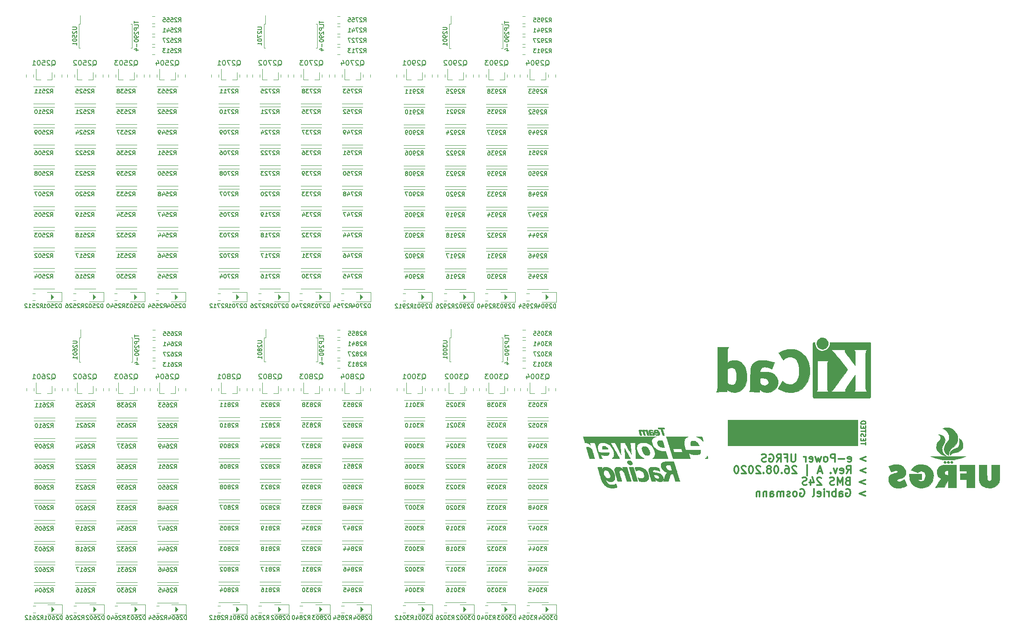
<source format=gbr>
G04 #@! TF.GenerationSoftware,KiCad,Pcbnew,(5.1.5)-3*
G04 #@! TF.CreationDate,2020-08-28T22:02:11-03:00*
G04 #@! TF.ProjectId,BMS_24S,424d535f-3234-4532-9e6b-696361645f70,A*
G04 #@! TF.SameCoordinates,Original*
G04 #@! TF.FileFunction,Legend,Bot*
G04 #@! TF.FilePolarity,Positive*
%FSLAX46Y46*%
G04 Gerber Fmt 4.6, Leading zero omitted, Abs format (unit mm)*
G04 Created by KiCad (PCBNEW (5.1.5)-3) date 2020-08-28 22:02:11*
%MOMM*%
%LPD*%
G04 APERTURE LIST*
%ADD10C,0.225000*%
%ADD11C,0.300000*%
%ADD12C,0.100000*%
%ADD13C,0.010000*%
%ADD14C,0.120000*%
%ADD15C,0.150000*%
G04 APERTURE END LIST*
D10*
X333006238Y-144797273D02*
X333006238Y-144254416D01*
X332056238Y-144525845D02*
X333006238Y-144525845D01*
X332553857Y-143937750D02*
X332553857Y-143621083D01*
X332056238Y-143485369D02*
X332056238Y-143937750D01*
X333006238Y-143937750D01*
X333006238Y-143485369D01*
X332101476Y-143123464D02*
X332056238Y-142987750D01*
X332056238Y-142761559D01*
X332101476Y-142671083D01*
X332146714Y-142625845D01*
X332237190Y-142580607D01*
X332327666Y-142580607D01*
X332418142Y-142625845D01*
X332463380Y-142671083D01*
X332508619Y-142761559D01*
X332553857Y-142942511D01*
X332599095Y-143032988D01*
X332644333Y-143078226D01*
X332734809Y-143123464D01*
X332825285Y-143123464D01*
X332915761Y-143078226D01*
X332961000Y-143032988D01*
X333006238Y-142942511D01*
X333006238Y-142716321D01*
X332961000Y-142580607D01*
X333006238Y-142309178D02*
X333006238Y-141766321D01*
X332056238Y-142037750D02*
X333006238Y-142037750D01*
X332553857Y-141449654D02*
X332553857Y-141132988D01*
X332056238Y-140997273D02*
X332056238Y-141449654D01*
X333006238Y-141449654D01*
X333006238Y-140997273D01*
X332056238Y-140590130D02*
X333006238Y-140590130D01*
X333006238Y-140363940D01*
X332961000Y-140228226D01*
X332870523Y-140137750D01*
X332780047Y-140092511D01*
X332599095Y-140047273D01*
X332463380Y-140047273D01*
X332282428Y-140092511D01*
X332191952Y-140137750D01*
X332101476Y-140228226D01*
X332056238Y-140363940D01*
X332056238Y-140590130D01*
D11*
X332949857Y-151697571D02*
X331807000Y-152126142D01*
X332949857Y-152554714D01*
X329449857Y-151911857D02*
X329235571Y-151983285D01*
X329164142Y-152054714D01*
X329092714Y-152197571D01*
X329092714Y-152411857D01*
X329164142Y-152554714D01*
X329235571Y-152626142D01*
X329378428Y-152697571D01*
X329949857Y-152697571D01*
X329949857Y-151197571D01*
X329449857Y-151197571D01*
X329307000Y-151269000D01*
X329235571Y-151340428D01*
X329164142Y-151483285D01*
X329164142Y-151626142D01*
X329235571Y-151769000D01*
X329307000Y-151840428D01*
X329449857Y-151911857D01*
X329949857Y-151911857D01*
X328449857Y-152697571D02*
X328449857Y-151197571D01*
X327949857Y-152269000D01*
X327449857Y-151197571D01*
X327449857Y-152697571D01*
X326807000Y-152626142D02*
X326592714Y-152697571D01*
X326235571Y-152697571D01*
X326092714Y-152626142D01*
X326021285Y-152554714D01*
X325949857Y-152411857D01*
X325949857Y-152269000D01*
X326021285Y-152126142D01*
X326092714Y-152054714D01*
X326235571Y-151983285D01*
X326521285Y-151911857D01*
X326664142Y-151840428D01*
X326735571Y-151769000D01*
X326807000Y-151626142D01*
X326807000Y-151483285D01*
X326735571Y-151340428D01*
X326664142Y-151269000D01*
X326521285Y-151197571D01*
X326164142Y-151197571D01*
X325949857Y-151269000D01*
X324235571Y-151340428D02*
X324164142Y-151269000D01*
X324021285Y-151197571D01*
X323664142Y-151197571D01*
X323521285Y-151269000D01*
X323449857Y-151340428D01*
X323378428Y-151483285D01*
X323378428Y-151626142D01*
X323449857Y-151840428D01*
X324307000Y-152697571D01*
X323378428Y-152697571D01*
X322092714Y-151697571D02*
X322092714Y-152697571D01*
X322449857Y-151126142D02*
X322807000Y-152197571D01*
X321878428Y-152197571D01*
X321378428Y-152626142D02*
X321164142Y-152697571D01*
X320807000Y-152697571D01*
X320664142Y-152626142D01*
X320592714Y-152554714D01*
X320521285Y-152411857D01*
X320521285Y-152269000D01*
X320592714Y-152126142D01*
X320664142Y-152054714D01*
X320807000Y-151983285D01*
X321092714Y-151911857D01*
X321235571Y-151840428D01*
X321307000Y-151769000D01*
X321378428Y-151626142D01*
X321378428Y-151483285D01*
X321307000Y-151340428D01*
X321235571Y-151269000D01*
X321092714Y-151197571D01*
X320735571Y-151197571D01*
X320521285Y-151269000D01*
X333076857Y-147125571D02*
X331934000Y-147554142D01*
X333076857Y-147982714D01*
X329505428Y-148054142D02*
X329648285Y-148125571D01*
X329934000Y-148125571D01*
X330076857Y-148054142D01*
X330148285Y-147911285D01*
X330148285Y-147339857D01*
X330076857Y-147197000D01*
X329934000Y-147125571D01*
X329648285Y-147125571D01*
X329505428Y-147197000D01*
X329434000Y-147339857D01*
X329434000Y-147482714D01*
X330148285Y-147625571D01*
X328791142Y-147554142D02*
X327648285Y-147554142D01*
X326934000Y-148125571D02*
X326934000Y-146625571D01*
X326362571Y-146625571D01*
X326219714Y-146697000D01*
X326148285Y-146768428D01*
X326076857Y-146911285D01*
X326076857Y-147125571D01*
X326148285Y-147268428D01*
X326219714Y-147339857D01*
X326362571Y-147411285D01*
X326934000Y-147411285D01*
X325219714Y-148125571D02*
X325362571Y-148054142D01*
X325434000Y-147982714D01*
X325505428Y-147839857D01*
X325505428Y-147411285D01*
X325434000Y-147268428D01*
X325362571Y-147197000D01*
X325219714Y-147125571D01*
X325005428Y-147125571D01*
X324862571Y-147197000D01*
X324791142Y-147268428D01*
X324719714Y-147411285D01*
X324719714Y-147839857D01*
X324791142Y-147982714D01*
X324862571Y-148054142D01*
X325005428Y-148125571D01*
X325219714Y-148125571D01*
X324219714Y-147125571D02*
X323934000Y-148125571D01*
X323648285Y-147411285D01*
X323362571Y-148125571D01*
X323076857Y-147125571D01*
X321934000Y-148054142D02*
X322076857Y-148125571D01*
X322362571Y-148125571D01*
X322505428Y-148054142D01*
X322576857Y-147911285D01*
X322576857Y-147339857D01*
X322505428Y-147197000D01*
X322362571Y-147125571D01*
X322076857Y-147125571D01*
X321934000Y-147197000D01*
X321862571Y-147339857D01*
X321862571Y-147482714D01*
X322576857Y-147625571D01*
X321219714Y-148125571D02*
X321219714Y-147125571D01*
X321219714Y-147411285D02*
X321148285Y-147268428D01*
X321076857Y-147197000D01*
X320934000Y-147125571D01*
X320791142Y-147125571D01*
X319148285Y-146625571D02*
X319148285Y-147839857D01*
X319076857Y-147982714D01*
X319005428Y-148054142D01*
X318862571Y-148125571D01*
X318576857Y-148125571D01*
X318434000Y-148054142D01*
X318362571Y-147982714D01*
X318291142Y-147839857D01*
X318291142Y-146625571D01*
X317076857Y-147339857D02*
X317576857Y-147339857D01*
X317576857Y-148125571D02*
X317576857Y-146625571D01*
X316862571Y-146625571D01*
X315434000Y-148125571D02*
X315934000Y-147411285D01*
X316291142Y-148125571D02*
X316291142Y-146625571D01*
X315719714Y-146625571D01*
X315576857Y-146697000D01*
X315505428Y-146768428D01*
X315434000Y-146911285D01*
X315434000Y-147125571D01*
X315505428Y-147268428D01*
X315576857Y-147339857D01*
X315719714Y-147411285D01*
X316291142Y-147411285D01*
X314005428Y-146697000D02*
X314148285Y-146625571D01*
X314362571Y-146625571D01*
X314576857Y-146697000D01*
X314719714Y-146839857D01*
X314791142Y-146982714D01*
X314862571Y-147268428D01*
X314862571Y-147482714D01*
X314791142Y-147768428D01*
X314719714Y-147911285D01*
X314576857Y-148054142D01*
X314362571Y-148125571D01*
X314219714Y-148125571D01*
X314005428Y-148054142D01*
X313934000Y-147982714D01*
X313934000Y-147482714D01*
X314219714Y-147482714D01*
X313362571Y-148054142D02*
X313148285Y-148125571D01*
X312791142Y-148125571D01*
X312648285Y-148054142D01*
X312576857Y-147982714D01*
X312505428Y-147839857D01*
X312505428Y-147697000D01*
X312576857Y-147554142D01*
X312648285Y-147482714D01*
X312791142Y-147411285D01*
X313076857Y-147339857D01*
X313219714Y-147268428D01*
X313291142Y-147197000D01*
X313362571Y-147054142D01*
X313362571Y-146911285D01*
X313291142Y-146768428D01*
X313219714Y-146697000D01*
X313076857Y-146625571D01*
X312719714Y-146625571D01*
X312505428Y-146697000D01*
X333063857Y-149411571D02*
X331921000Y-149840142D01*
X333063857Y-150268714D01*
X329206714Y-150411571D02*
X329706714Y-149697285D01*
X330063857Y-150411571D02*
X330063857Y-148911571D01*
X329492428Y-148911571D01*
X329349571Y-148983000D01*
X329278142Y-149054428D01*
X329206714Y-149197285D01*
X329206714Y-149411571D01*
X329278142Y-149554428D01*
X329349571Y-149625857D01*
X329492428Y-149697285D01*
X330063857Y-149697285D01*
X327992428Y-150340142D02*
X328135285Y-150411571D01*
X328421000Y-150411571D01*
X328563857Y-150340142D01*
X328635285Y-150197285D01*
X328635285Y-149625857D01*
X328563857Y-149483000D01*
X328421000Y-149411571D01*
X328135285Y-149411571D01*
X327992428Y-149483000D01*
X327921000Y-149625857D01*
X327921000Y-149768714D01*
X328635285Y-149911571D01*
X327421000Y-149411571D02*
X327063857Y-150411571D01*
X326706714Y-149411571D01*
X326135285Y-150268714D02*
X326063857Y-150340142D01*
X326135285Y-150411571D01*
X326206714Y-150340142D01*
X326135285Y-150268714D01*
X326135285Y-150411571D01*
X324349571Y-149983000D02*
X323635285Y-149983000D01*
X324492428Y-150411571D02*
X323992428Y-148911571D01*
X323492428Y-150411571D01*
X321492428Y-150911571D02*
X321492428Y-148768714D01*
X319349571Y-149054428D02*
X319278142Y-148983000D01*
X319135285Y-148911571D01*
X318778142Y-148911571D01*
X318635285Y-148983000D01*
X318563857Y-149054428D01*
X318492428Y-149197285D01*
X318492428Y-149340142D01*
X318563857Y-149554428D01*
X319421000Y-150411571D01*
X318492428Y-150411571D01*
X317206714Y-148911571D02*
X317492428Y-148911571D01*
X317635285Y-148983000D01*
X317706714Y-149054428D01*
X317849571Y-149268714D01*
X317921000Y-149554428D01*
X317921000Y-150125857D01*
X317849571Y-150268714D01*
X317778142Y-150340142D01*
X317635285Y-150411571D01*
X317349571Y-150411571D01*
X317206714Y-150340142D01*
X317135285Y-150268714D01*
X317063857Y-150125857D01*
X317063857Y-149768714D01*
X317135285Y-149625857D01*
X317206714Y-149554428D01*
X317349571Y-149483000D01*
X317635285Y-149483000D01*
X317778142Y-149554428D01*
X317849571Y-149625857D01*
X317921000Y-149768714D01*
X316421000Y-150268714D02*
X316349571Y-150340142D01*
X316421000Y-150411571D01*
X316492428Y-150340142D01*
X316421000Y-150268714D01*
X316421000Y-150411571D01*
X315421000Y-148911571D02*
X315278142Y-148911571D01*
X315135285Y-148983000D01*
X315063857Y-149054428D01*
X314992428Y-149197285D01*
X314921000Y-149483000D01*
X314921000Y-149840142D01*
X314992428Y-150125857D01*
X315063857Y-150268714D01*
X315135285Y-150340142D01*
X315278142Y-150411571D01*
X315421000Y-150411571D01*
X315563857Y-150340142D01*
X315635285Y-150268714D01*
X315706714Y-150125857D01*
X315778142Y-149840142D01*
X315778142Y-149483000D01*
X315706714Y-149197285D01*
X315635285Y-149054428D01*
X315563857Y-148983000D01*
X315421000Y-148911571D01*
X314063857Y-149554428D02*
X314206714Y-149483000D01*
X314278142Y-149411571D01*
X314349571Y-149268714D01*
X314349571Y-149197285D01*
X314278142Y-149054428D01*
X314206714Y-148983000D01*
X314063857Y-148911571D01*
X313778142Y-148911571D01*
X313635285Y-148983000D01*
X313563857Y-149054428D01*
X313492428Y-149197285D01*
X313492428Y-149268714D01*
X313563857Y-149411571D01*
X313635285Y-149483000D01*
X313778142Y-149554428D01*
X314063857Y-149554428D01*
X314206714Y-149625857D01*
X314278142Y-149697285D01*
X314349571Y-149840142D01*
X314349571Y-150125857D01*
X314278142Y-150268714D01*
X314206714Y-150340142D01*
X314063857Y-150411571D01*
X313778142Y-150411571D01*
X313635285Y-150340142D01*
X313563857Y-150268714D01*
X313492428Y-150125857D01*
X313492428Y-149840142D01*
X313563857Y-149697285D01*
X313635285Y-149625857D01*
X313778142Y-149554428D01*
X312849571Y-150268714D02*
X312778142Y-150340142D01*
X312849571Y-150411571D01*
X312921000Y-150340142D01*
X312849571Y-150268714D01*
X312849571Y-150411571D01*
X312206714Y-149054428D02*
X312135285Y-148983000D01*
X311992428Y-148911571D01*
X311635285Y-148911571D01*
X311492428Y-148983000D01*
X311421000Y-149054428D01*
X311349571Y-149197285D01*
X311349571Y-149340142D01*
X311421000Y-149554428D01*
X312278142Y-150411571D01*
X311349571Y-150411571D01*
X310421000Y-148911571D02*
X310278142Y-148911571D01*
X310135285Y-148983000D01*
X310063857Y-149054428D01*
X309992428Y-149197285D01*
X309921000Y-149483000D01*
X309921000Y-149840142D01*
X309992428Y-150125857D01*
X310063857Y-150268714D01*
X310135285Y-150340142D01*
X310278142Y-150411571D01*
X310421000Y-150411571D01*
X310563857Y-150340142D01*
X310635285Y-150268714D01*
X310706714Y-150125857D01*
X310778142Y-149840142D01*
X310778142Y-149483000D01*
X310706714Y-149197285D01*
X310635285Y-149054428D01*
X310563857Y-148983000D01*
X310421000Y-148911571D01*
X309349571Y-149054428D02*
X309278142Y-148983000D01*
X309135285Y-148911571D01*
X308778142Y-148911571D01*
X308635285Y-148983000D01*
X308563857Y-149054428D01*
X308492428Y-149197285D01*
X308492428Y-149340142D01*
X308563857Y-149554428D01*
X309421000Y-150411571D01*
X308492428Y-150411571D01*
X307563857Y-148911571D02*
X307421000Y-148911571D01*
X307278142Y-148983000D01*
X307206714Y-149054428D01*
X307135285Y-149197285D01*
X307063857Y-149483000D01*
X307063857Y-149840142D01*
X307135285Y-150125857D01*
X307206714Y-150268714D01*
X307278142Y-150340142D01*
X307421000Y-150411571D01*
X307563857Y-150411571D01*
X307706714Y-150340142D01*
X307778142Y-150268714D01*
X307849571Y-150125857D01*
X307921000Y-149840142D01*
X307921000Y-149483000D01*
X307849571Y-149197285D01*
X307778142Y-149054428D01*
X307706714Y-148983000D01*
X307563857Y-148911571D01*
X332949857Y-153983571D02*
X331807000Y-154412142D01*
X332949857Y-154840714D01*
X329164142Y-153555000D02*
X329307000Y-153483571D01*
X329521285Y-153483571D01*
X329735571Y-153555000D01*
X329878428Y-153697857D01*
X329949857Y-153840714D01*
X330021285Y-154126428D01*
X330021285Y-154340714D01*
X329949857Y-154626428D01*
X329878428Y-154769285D01*
X329735571Y-154912142D01*
X329521285Y-154983571D01*
X329378428Y-154983571D01*
X329164142Y-154912142D01*
X329092714Y-154840714D01*
X329092714Y-154340714D01*
X329378428Y-154340714D01*
X327807000Y-154983571D02*
X327807000Y-154197857D01*
X327878428Y-154055000D01*
X328021285Y-153983571D01*
X328307000Y-153983571D01*
X328449857Y-154055000D01*
X327807000Y-154912142D02*
X327949857Y-154983571D01*
X328307000Y-154983571D01*
X328449857Y-154912142D01*
X328521285Y-154769285D01*
X328521285Y-154626428D01*
X328449857Y-154483571D01*
X328307000Y-154412142D01*
X327949857Y-154412142D01*
X327807000Y-154340714D01*
X327092714Y-154983571D02*
X327092714Y-153483571D01*
X327092714Y-154055000D02*
X326949857Y-153983571D01*
X326664142Y-153983571D01*
X326521285Y-154055000D01*
X326449857Y-154126428D01*
X326378428Y-154269285D01*
X326378428Y-154697857D01*
X326449857Y-154840714D01*
X326521285Y-154912142D01*
X326664142Y-154983571D01*
X326949857Y-154983571D01*
X327092714Y-154912142D01*
X325735571Y-154983571D02*
X325735571Y-153983571D01*
X325735571Y-154269285D02*
X325664142Y-154126428D01*
X325592714Y-154055000D01*
X325449857Y-153983571D01*
X325307000Y-153983571D01*
X324807000Y-154983571D02*
X324807000Y-153983571D01*
X324807000Y-153483571D02*
X324878428Y-153555000D01*
X324807000Y-153626428D01*
X324735571Y-153555000D01*
X324807000Y-153483571D01*
X324807000Y-153626428D01*
X323521285Y-154912142D02*
X323664142Y-154983571D01*
X323949857Y-154983571D01*
X324092714Y-154912142D01*
X324164142Y-154769285D01*
X324164142Y-154197857D01*
X324092714Y-154055000D01*
X323949857Y-153983571D01*
X323664142Y-153983571D01*
X323521285Y-154055000D01*
X323449857Y-154197857D01*
X323449857Y-154340714D01*
X324164142Y-154483571D01*
X322592714Y-154983571D02*
X322735571Y-154912142D01*
X322807000Y-154769285D01*
X322807000Y-153483571D01*
X320092714Y-153555000D02*
X320235571Y-153483571D01*
X320449857Y-153483571D01*
X320664142Y-153555000D01*
X320807000Y-153697857D01*
X320878428Y-153840714D01*
X320949857Y-154126428D01*
X320949857Y-154340714D01*
X320878428Y-154626428D01*
X320807000Y-154769285D01*
X320664142Y-154912142D01*
X320449857Y-154983571D01*
X320307000Y-154983571D01*
X320092714Y-154912142D01*
X320021285Y-154840714D01*
X320021285Y-154340714D01*
X320307000Y-154340714D01*
X319164142Y-154983571D02*
X319307000Y-154912142D01*
X319378428Y-154840714D01*
X319449857Y-154697857D01*
X319449857Y-154269285D01*
X319378428Y-154126428D01*
X319307000Y-154055000D01*
X319164142Y-153983571D01*
X318949857Y-153983571D01*
X318807000Y-154055000D01*
X318735571Y-154126428D01*
X318664142Y-154269285D01*
X318664142Y-154697857D01*
X318735571Y-154840714D01*
X318807000Y-154912142D01*
X318949857Y-154983571D01*
X319164142Y-154983571D01*
X318092714Y-154912142D02*
X317949857Y-154983571D01*
X317664142Y-154983571D01*
X317521285Y-154912142D01*
X317449857Y-154769285D01*
X317449857Y-154697857D01*
X317521285Y-154555000D01*
X317664142Y-154483571D01*
X317878428Y-154483571D01*
X318021285Y-154412142D01*
X318092714Y-154269285D01*
X318092714Y-154197857D01*
X318021285Y-154055000D01*
X317878428Y-153983571D01*
X317664142Y-153983571D01*
X317521285Y-154055000D01*
X316807000Y-154983571D02*
X316807000Y-153983571D01*
X316807000Y-154126428D02*
X316735571Y-154055000D01*
X316592714Y-153983571D01*
X316378428Y-153983571D01*
X316235571Y-154055000D01*
X316164142Y-154197857D01*
X316164142Y-154983571D01*
X316164142Y-154197857D02*
X316092714Y-154055000D01*
X315949857Y-153983571D01*
X315735571Y-153983571D01*
X315592714Y-154055000D01*
X315521285Y-154197857D01*
X315521285Y-154983571D01*
X314164142Y-154983571D02*
X314164142Y-154197857D01*
X314235571Y-154055000D01*
X314378428Y-153983571D01*
X314664142Y-153983571D01*
X314807000Y-154055000D01*
X314164142Y-154912142D02*
X314307000Y-154983571D01*
X314664142Y-154983571D01*
X314807000Y-154912142D01*
X314878428Y-154769285D01*
X314878428Y-154626428D01*
X314807000Y-154483571D01*
X314664142Y-154412142D01*
X314307000Y-154412142D01*
X314164142Y-154340714D01*
X313449857Y-153983571D02*
X313449857Y-154983571D01*
X313449857Y-154126428D02*
X313378428Y-154055000D01*
X313235571Y-153983571D01*
X313021285Y-153983571D01*
X312878428Y-154055000D01*
X312807000Y-154197857D01*
X312807000Y-154983571D01*
X312092714Y-153983571D02*
X312092714Y-154983571D01*
X312092714Y-154126428D02*
X312021285Y-154055000D01*
X311878428Y-153983571D01*
X311664142Y-153983571D01*
X311521285Y-154055000D01*
X311449857Y-154197857D01*
X311449857Y-154983571D01*
D12*
G36*
X331470000Y-144907000D02*
G01*
X305816000Y-144907000D01*
X305816000Y-139827000D01*
X331470000Y-139827000D01*
X331470000Y-144907000D01*
G37*
X331470000Y-144907000D02*
X305816000Y-144907000D01*
X305816000Y-139827000D01*
X331470000Y-139827000D01*
X331470000Y-144907000D01*
D13*
G36*
X324192844Y-123644844D02*
G01*
X323987742Y-123715957D01*
X323796785Y-123827889D01*
X323626243Y-123980625D01*
X323482387Y-124174151D01*
X323417768Y-124296129D01*
X323361842Y-124466743D01*
X323334735Y-124663711D01*
X323337738Y-124866205D01*
X323371067Y-125049699D01*
X323462162Y-125273924D01*
X323594258Y-125468422D01*
X323760642Y-125629367D01*
X323954598Y-125752933D01*
X324169414Y-125835292D01*
X324398375Y-125872617D01*
X324634767Y-125861082D01*
X324751291Y-125836430D01*
X324978385Y-125748091D01*
X325180081Y-125613290D01*
X325351515Y-125436183D01*
X325487820Y-125220927D01*
X325499352Y-125197419D01*
X325539217Y-125109205D01*
X325564249Y-125034910D01*
X325577839Y-124956535D01*
X325583382Y-124856080D01*
X325584302Y-124746774D01*
X325582780Y-124615448D01*
X325575914Y-124520509D01*
X325560250Y-124443753D01*
X325532333Y-124366974D01*
X325497873Y-124291223D01*
X325369338Y-124076190D01*
X325211052Y-123902080D01*
X325029287Y-123768876D01*
X324830313Y-123676566D01*
X324620400Y-123625134D01*
X324405821Y-123614565D01*
X324192844Y-123644844D01*
G37*
X324192844Y-123644844D02*
X323987742Y-123715957D01*
X323796785Y-123827889D01*
X323626243Y-123980625D01*
X323482387Y-124174151D01*
X323417768Y-124296129D01*
X323361842Y-124466743D01*
X323334735Y-124663711D01*
X323337738Y-124866205D01*
X323371067Y-125049699D01*
X323462162Y-125273924D01*
X323594258Y-125468422D01*
X323760642Y-125629367D01*
X323954598Y-125752933D01*
X324169414Y-125835292D01*
X324398375Y-125872617D01*
X324634767Y-125861082D01*
X324751291Y-125836430D01*
X324978385Y-125748091D01*
X325180081Y-125613290D01*
X325351515Y-125436183D01*
X325487820Y-125220927D01*
X325499352Y-125197419D01*
X325539217Y-125109205D01*
X325564249Y-125034910D01*
X325577839Y-124956535D01*
X325583382Y-124856080D01*
X325584302Y-124746774D01*
X325582780Y-124615448D01*
X325575914Y-124520509D01*
X325560250Y-124443753D01*
X325532333Y-124366974D01*
X325497873Y-124291223D01*
X325369338Y-124076190D01*
X325211052Y-123902080D01*
X325029287Y-123768876D01*
X324830313Y-123676566D01*
X324620400Y-123625134D01*
X324405821Y-123614565D01*
X324192844Y-123644844D01*
G36*
X305159033Y-125475618D02*
G01*
X304926746Y-125476571D01*
X304847796Y-125477052D01*
X303762151Y-125484193D01*
X303748495Y-129649247D01*
X303746692Y-130214041D01*
X303745092Y-130726864D01*
X303743594Y-131190371D01*
X303742094Y-131607214D01*
X303740491Y-131980045D01*
X303738680Y-132311519D01*
X303736560Y-132604286D01*
X303734028Y-132861002D01*
X303730980Y-133084318D01*
X303727315Y-133276887D01*
X303722929Y-133441363D01*
X303717720Y-133580398D01*
X303711584Y-133696644D01*
X303704420Y-133792756D01*
X303696125Y-133871386D01*
X303686595Y-133935187D01*
X303675728Y-133986811D01*
X303663421Y-134028912D01*
X303649572Y-134064143D01*
X303634077Y-134095156D01*
X303616835Y-134124604D01*
X303597742Y-134155141D01*
X303576695Y-134189418D01*
X303572381Y-134196720D01*
X303500004Y-134320221D01*
X304546024Y-134313068D01*
X305592044Y-134305914D01*
X305605699Y-134076142D01*
X305613135Y-133965873D01*
X305620883Y-133902122D01*
X305631397Y-133876827D01*
X305647128Y-133881922D01*
X305660323Y-133896498D01*
X305717803Y-133949591D01*
X305811487Y-134017837D01*
X305928175Y-134093080D01*
X306054669Y-134167167D01*
X306177769Y-134231943D01*
X306272287Y-134274561D01*
X306493726Y-134344595D01*
X306747793Y-134394204D01*
X307015734Y-134421494D01*
X307278789Y-134424569D01*
X307518205Y-134401532D01*
X307522147Y-134400873D01*
X307849747Y-134318669D01*
X308156413Y-134187700D01*
X308439186Y-134010780D01*
X308695108Y-133790726D01*
X308921222Y-133530351D01*
X309114570Y-133232472D01*
X309272194Y-132899904D01*
X309358016Y-132653548D01*
X309414611Y-132447445D01*
X309456582Y-132247867D01*
X309485211Y-132042690D01*
X309501782Y-131819791D01*
X309507577Y-131567045D01*
X309505011Y-131360662D01*
X307489675Y-131360662D01*
X307480138Y-131706732D01*
X307450054Y-132004467D01*
X307398497Y-132256510D01*
X307324542Y-132465502D01*
X307227262Y-132634086D01*
X307105734Y-132764906D01*
X306965454Y-132857385D01*
X306892460Y-132891909D01*
X306829153Y-132912607D01*
X306758573Y-132922077D01*
X306663758Y-132922915D01*
X306561613Y-132919228D01*
X306360739Y-132901510D01*
X306201866Y-132866813D01*
X306151936Y-132849433D01*
X306037925Y-132798102D01*
X305917677Y-132733643D01*
X305865162Y-132701376D01*
X305728603Y-132611805D01*
X305728603Y-129772706D01*
X305878818Y-129682665D01*
X306088308Y-129580923D01*
X306302342Y-129520751D01*
X306513091Y-129501796D01*
X306712727Y-129523701D01*
X306893423Y-129586113D01*
X307047351Y-129688676D01*
X307097019Y-129737906D01*
X307216738Y-129899211D01*
X307313636Y-130094471D01*
X307388523Y-130327031D01*
X307442207Y-130600239D01*
X307475500Y-130917441D01*
X307489211Y-131281984D01*
X307489675Y-131360662D01*
X309505011Y-131360662D01*
X309503942Y-131274756D01*
X309480918Y-130825158D01*
X309434622Y-130419628D01*
X309363836Y-130052257D01*
X309267339Y-129717137D01*
X309143913Y-129408363D01*
X309099869Y-129316822D01*
X308922460Y-129018296D01*
X308708070Y-128753007D01*
X308461741Y-128525237D01*
X308188513Y-128339268D01*
X307893426Y-128199382D01*
X307716541Y-128141678D01*
X307542822Y-128107422D01*
X307333795Y-128087041D01*
X307106986Y-128080525D01*
X306879916Y-128087866D01*
X306670108Y-128109055D01*
X306501648Y-128142295D01*
X306301143Y-128207482D01*
X306106805Y-128291307D01*
X305936776Y-128385280D01*
X305846279Y-128449058D01*
X305783856Y-128496484D01*
X305740147Y-128525361D01*
X305730204Y-128529462D01*
X305727121Y-128503041D01*
X305724247Y-128427339D01*
X305721645Y-128307698D01*
X305719379Y-128149462D01*
X305717512Y-127957973D01*
X305716109Y-127738574D01*
X305715233Y-127496607D01*
X305714947Y-127250147D01*
X305715106Y-126934476D01*
X305715892Y-126668337D01*
X305717762Y-126446641D01*
X305721175Y-126264296D01*
X305726591Y-126116212D01*
X305734469Y-125997299D01*
X305745267Y-125902465D01*
X305759445Y-125826620D01*
X305777461Y-125764674D01*
X305799775Y-125711536D01*
X305826846Y-125662115D01*
X305859133Y-125611321D01*
X305863287Y-125605031D01*
X305904929Y-125539245D01*
X305930071Y-125494008D01*
X305933441Y-125484466D01*
X305907097Y-125481455D01*
X305831931Y-125479006D01*
X305713743Y-125477158D01*
X305558331Y-125475951D01*
X305371494Y-125475424D01*
X305159033Y-125475618D01*
G37*
X305159033Y-125475618D02*
X304926746Y-125476571D01*
X304847796Y-125477052D01*
X303762151Y-125484193D01*
X303748495Y-129649247D01*
X303746692Y-130214041D01*
X303745092Y-130726864D01*
X303743594Y-131190371D01*
X303742094Y-131607214D01*
X303740491Y-131980045D01*
X303738680Y-132311519D01*
X303736560Y-132604286D01*
X303734028Y-132861002D01*
X303730980Y-133084318D01*
X303727315Y-133276887D01*
X303722929Y-133441363D01*
X303717720Y-133580398D01*
X303711584Y-133696644D01*
X303704420Y-133792756D01*
X303696125Y-133871386D01*
X303686595Y-133935187D01*
X303675728Y-133986811D01*
X303663421Y-134028912D01*
X303649572Y-134064143D01*
X303634077Y-134095156D01*
X303616835Y-134124604D01*
X303597742Y-134155141D01*
X303576695Y-134189418D01*
X303572381Y-134196720D01*
X303500004Y-134320221D01*
X304546024Y-134313068D01*
X305592044Y-134305914D01*
X305605699Y-134076142D01*
X305613135Y-133965873D01*
X305620883Y-133902122D01*
X305631397Y-133876827D01*
X305647128Y-133881922D01*
X305660323Y-133896498D01*
X305717803Y-133949591D01*
X305811487Y-134017837D01*
X305928175Y-134093080D01*
X306054669Y-134167167D01*
X306177769Y-134231943D01*
X306272287Y-134274561D01*
X306493726Y-134344595D01*
X306747793Y-134394204D01*
X307015734Y-134421494D01*
X307278789Y-134424569D01*
X307518205Y-134401532D01*
X307522147Y-134400873D01*
X307849747Y-134318669D01*
X308156413Y-134187700D01*
X308439186Y-134010780D01*
X308695108Y-133790726D01*
X308921222Y-133530351D01*
X309114570Y-133232472D01*
X309272194Y-132899904D01*
X309358016Y-132653548D01*
X309414611Y-132447445D01*
X309456582Y-132247867D01*
X309485211Y-132042690D01*
X309501782Y-131819791D01*
X309507577Y-131567045D01*
X309505011Y-131360662D01*
X307489675Y-131360662D01*
X307480138Y-131706732D01*
X307450054Y-132004467D01*
X307398497Y-132256510D01*
X307324542Y-132465502D01*
X307227262Y-132634086D01*
X307105734Y-132764906D01*
X306965454Y-132857385D01*
X306892460Y-132891909D01*
X306829153Y-132912607D01*
X306758573Y-132922077D01*
X306663758Y-132922915D01*
X306561613Y-132919228D01*
X306360739Y-132901510D01*
X306201866Y-132866813D01*
X306151936Y-132849433D01*
X306037925Y-132798102D01*
X305917677Y-132733643D01*
X305865162Y-132701376D01*
X305728603Y-132611805D01*
X305728603Y-129772706D01*
X305878818Y-129682665D01*
X306088308Y-129580923D01*
X306302342Y-129520751D01*
X306513091Y-129501796D01*
X306712727Y-129523701D01*
X306893423Y-129586113D01*
X307047351Y-129688676D01*
X307097019Y-129737906D01*
X307216738Y-129899211D01*
X307313636Y-130094471D01*
X307388523Y-130327031D01*
X307442207Y-130600239D01*
X307475500Y-130917441D01*
X307489211Y-131281984D01*
X307489675Y-131360662D01*
X309505011Y-131360662D01*
X309503942Y-131274756D01*
X309480918Y-130825158D01*
X309434622Y-130419628D01*
X309363836Y-130052257D01*
X309267339Y-129717137D01*
X309143913Y-129408363D01*
X309099869Y-129316822D01*
X308922460Y-129018296D01*
X308708070Y-128753007D01*
X308461741Y-128525237D01*
X308188513Y-128339268D01*
X307893426Y-128199382D01*
X307716541Y-128141678D01*
X307542822Y-128107422D01*
X307333795Y-128087041D01*
X307106986Y-128080525D01*
X306879916Y-128087866D01*
X306670108Y-128109055D01*
X306501648Y-128142295D01*
X306301143Y-128207482D01*
X306106805Y-128291307D01*
X305936776Y-128385280D01*
X305846279Y-128449058D01*
X305783856Y-128496484D01*
X305740147Y-128525361D01*
X305730204Y-128529462D01*
X305727121Y-128503041D01*
X305724247Y-128427339D01*
X305721645Y-128307698D01*
X305719379Y-128149462D01*
X305717512Y-127957973D01*
X305716109Y-127738574D01*
X305715233Y-127496607D01*
X305714947Y-127250147D01*
X305715106Y-126934476D01*
X305715892Y-126668337D01*
X305717762Y-126446641D01*
X305721175Y-126264296D01*
X305726591Y-126116212D01*
X305734469Y-125997299D01*
X305745267Y-125902465D01*
X305759445Y-125826620D01*
X305777461Y-125764674D01*
X305799775Y-125711536D01*
X305826846Y-125662115D01*
X305859133Y-125611321D01*
X305863287Y-125605031D01*
X305904929Y-125539245D01*
X305930071Y-125494008D01*
X305933441Y-125484466D01*
X305907097Y-125481455D01*
X305831931Y-125479006D01*
X305713743Y-125477158D01*
X305558331Y-125475951D01*
X305371494Y-125475424D01*
X305159033Y-125475618D01*
G36*
X312469049Y-128076368D02*
G01*
X312333728Y-128086611D01*
X311946558Y-128138122D01*
X311603679Y-128220283D01*
X311303420Y-128334222D01*
X311044112Y-128481072D01*
X310824084Y-128661962D01*
X310641666Y-128878022D01*
X310495189Y-129130384D01*
X310388229Y-129403441D01*
X310361079Y-129490541D01*
X310337436Y-129572107D01*
X310317023Y-129652529D01*
X310299561Y-129736199D01*
X310284770Y-129827508D01*
X310272373Y-129930847D01*
X310262089Y-130050609D01*
X310253642Y-130191183D01*
X310246752Y-130356962D01*
X310241139Y-130552336D01*
X310236527Y-130781698D01*
X310232635Y-131049437D01*
X310229185Y-131359947D01*
X310225898Y-131717618D01*
X310223549Y-131998064D01*
X310207742Y-133923548D01*
X310105323Y-134108843D01*
X310056825Y-134198111D01*
X310020734Y-134267448D01*
X310003517Y-134304354D01*
X310002904Y-134306854D01*
X310029220Y-134309715D01*
X310104189Y-134312351D01*
X310221839Y-134314689D01*
X310376200Y-134316653D01*
X310561300Y-134318170D01*
X310771168Y-134319165D01*
X310999833Y-134319565D01*
X311027097Y-134319570D01*
X312051291Y-134319570D01*
X312051291Y-134087419D01*
X312053037Y-133982507D01*
X312057698Y-133902271D01*
X312064404Y-133859251D01*
X312067368Y-133855269D01*
X312094477Y-133871950D01*
X312150269Y-133915731D01*
X312222785Y-133977216D01*
X312224411Y-133978638D01*
X312356743Y-134077160D01*
X312523867Y-134176089D01*
X312706900Y-134265706D01*
X312886957Y-134336293D01*
X312966237Y-134360414D01*
X313124009Y-134391051D01*
X313317603Y-134410602D01*
X313529296Y-134418787D01*
X313741368Y-134415327D01*
X313936096Y-134399945D01*
X314072366Y-134377811D01*
X314406546Y-134279676D01*
X314707397Y-134139819D01*
X314972961Y-133959974D01*
X315201279Y-133741876D01*
X315390394Y-133487261D01*
X315538347Y-133197864D01*
X315602175Y-133022258D01*
X315642177Y-132851576D01*
X315668687Y-132646678D01*
X315680953Y-132426464D01*
X315680550Y-132394420D01*
X313833388Y-132394420D01*
X313818070Y-132558053D01*
X313767065Y-132694042D01*
X313672796Y-132820208D01*
X313636589Y-132857203D01*
X313507880Y-132957221D01*
X313359115Y-133021294D01*
X313180887Y-133052309D01*
X312993202Y-133054593D01*
X312815186Y-133039514D01*
X312678888Y-133010021D01*
X312619694Y-132987869D01*
X312513005Y-132927496D01*
X312399963Y-132842589D01*
X312296825Y-132747295D01*
X312219849Y-132655760D01*
X312199409Y-132622181D01*
X312183519Y-132575157D01*
X312172222Y-132500333D01*
X312164991Y-132390560D01*
X312161300Y-132238692D01*
X312160538Y-132094155D01*
X312161054Y-131925644D01*
X312163140Y-131803799D01*
X312167598Y-131720666D01*
X312175235Y-131668292D01*
X312186854Y-131638726D01*
X312203260Y-131624013D01*
X312208334Y-131621670D01*
X312252430Y-131614453D01*
X312339400Y-131608550D01*
X312457500Y-131604493D01*
X312594986Y-131602815D01*
X312624839Y-131602813D01*
X312808614Y-131605746D01*
X312950593Y-131614469D01*
X313063409Y-131630177D01*
X313156598Y-131653118D01*
X313387754Y-131740535D01*
X313569027Y-131848010D01*
X313701986Y-131977262D01*
X313788199Y-132130010D01*
X313829238Y-132307972D01*
X313833388Y-132394420D01*
X315680550Y-132394420D01*
X315678224Y-132209834D01*
X315659748Y-132015689D01*
X315645336Y-131937252D01*
X315553310Y-131646017D01*
X315413377Y-131378054D01*
X315228177Y-131135932D01*
X315000352Y-130922221D01*
X314732543Y-130739492D01*
X314427393Y-130590314D01*
X314167957Y-130499727D01*
X313994566Y-130452136D01*
X313828718Y-130415155D01*
X313659671Y-130387585D01*
X313476683Y-130368224D01*
X313269011Y-130355871D01*
X313025913Y-130349326D01*
X312806128Y-130347483D01*
X312154406Y-130345699D01*
X312166891Y-130149798D01*
X312202343Y-129937243D01*
X312277759Y-129754543D01*
X312389927Y-129606262D01*
X312535636Y-129496960D01*
X312663936Y-129443624D01*
X312847765Y-129410010D01*
X313066606Y-129405183D01*
X313310200Y-129427363D01*
X313568290Y-129474772D01*
X313830615Y-129545629D01*
X314086918Y-129638155D01*
X314273176Y-129722778D01*
X314362789Y-129766231D01*
X314431142Y-129796580D01*
X314465903Y-129808423D01*
X314467789Y-129808043D01*
X314479785Y-129781518D01*
X314509738Y-129711210D01*
X314554830Y-129603855D01*
X314612243Y-129466190D01*
X314679158Y-129304949D01*
X314747176Y-129140395D01*
X315019103Y-128481328D01*
X314825681Y-128449559D01*
X314741846Y-128433619D01*
X314615817Y-128406847D01*
X314458392Y-128371673D01*
X314280367Y-128330528D01*
X314092537Y-128285842D01*
X314017742Y-128267683D01*
X313694162Y-128192631D01*
X313410868Y-128136362D01*
X313157285Y-128097738D01*
X312922838Y-128075623D01*
X312696951Y-128068878D01*
X312469049Y-128076368D01*
G37*
X312469049Y-128076368D02*
X312333728Y-128086611D01*
X311946558Y-128138122D01*
X311603679Y-128220283D01*
X311303420Y-128334222D01*
X311044112Y-128481072D01*
X310824084Y-128661962D01*
X310641666Y-128878022D01*
X310495189Y-129130384D01*
X310388229Y-129403441D01*
X310361079Y-129490541D01*
X310337436Y-129572107D01*
X310317023Y-129652529D01*
X310299561Y-129736199D01*
X310284770Y-129827508D01*
X310272373Y-129930847D01*
X310262089Y-130050609D01*
X310253642Y-130191183D01*
X310246752Y-130356962D01*
X310241139Y-130552336D01*
X310236527Y-130781698D01*
X310232635Y-131049437D01*
X310229185Y-131359947D01*
X310225898Y-131717618D01*
X310223549Y-131998064D01*
X310207742Y-133923548D01*
X310105323Y-134108843D01*
X310056825Y-134198111D01*
X310020734Y-134267448D01*
X310003517Y-134304354D01*
X310002904Y-134306854D01*
X310029220Y-134309715D01*
X310104189Y-134312351D01*
X310221839Y-134314689D01*
X310376200Y-134316653D01*
X310561300Y-134318170D01*
X310771168Y-134319165D01*
X310999833Y-134319565D01*
X311027097Y-134319570D01*
X312051291Y-134319570D01*
X312051291Y-134087419D01*
X312053037Y-133982507D01*
X312057698Y-133902271D01*
X312064404Y-133859251D01*
X312067368Y-133855269D01*
X312094477Y-133871950D01*
X312150269Y-133915731D01*
X312222785Y-133977216D01*
X312224411Y-133978638D01*
X312356743Y-134077160D01*
X312523867Y-134176089D01*
X312706900Y-134265706D01*
X312886957Y-134336293D01*
X312966237Y-134360414D01*
X313124009Y-134391051D01*
X313317603Y-134410602D01*
X313529296Y-134418787D01*
X313741368Y-134415327D01*
X313936096Y-134399945D01*
X314072366Y-134377811D01*
X314406546Y-134279676D01*
X314707397Y-134139819D01*
X314972961Y-133959974D01*
X315201279Y-133741876D01*
X315390394Y-133487261D01*
X315538347Y-133197864D01*
X315602175Y-133022258D01*
X315642177Y-132851576D01*
X315668687Y-132646678D01*
X315680953Y-132426464D01*
X315680550Y-132394420D01*
X313833388Y-132394420D01*
X313818070Y-132558053D01*
X313767065Y-132694042D01*
X313672796Y-132820208D01*
X313636589Y-132857203D01*
X313507880Y-132957221D01*
X313359115Y-133021294D01*
X313180887Y-133052309D01*
X312993202Y-133054593D01*
X312815186Y-133039514D01*
X312678888Y-133010021D01*
X312619694Y-132987869D01*
X312513005Y-132927496D01*
X312399963Y-132842589D01*
X312296825Y-132747295D01*
X312219849Y-132655760D01*
X312199409Y-132622181D01*
X312183519Y-132575157D01*
X312172222Y-132500333D01*
X312164991Y-132390560D01*
X312161300Y-132238692D01*
X312160538Y-132094155D01*
X312161054Y-131925644D01*
X312163140Y-131803799D01*
X312167598Y-131720666D01*
X312175235Y-131668292D01*
X312186854Y-131638726D01*
X312203260Y-131624013D01*
X312208334Y-131621670D01*
X312252430Y-131614453D01*
X312339400Y-131608550D01*
X312457500Y-131604493D01*
X312594986Y-131602815D01*
X312624839Y-131602813D01*
X312808614Y-131605746D01*
X312950593Y-131614469D01*
X313063409Y-131630177D01*
X313156598Y-131653118D01*
X313387754Y-131740535D01*
X313569027Y-131848010D01*
X313701986Y-131977262D01*
X313788199Y-132130010D01*
X313829238Y-132307972D01*
X313833388Y-132394420D01*
X315680550Y-132394420D01*
X315678224Y-132209834D01*
X315659748Y-132015689D01*
X315645336Y-131937252D01*
X315553310Y-131646017D01*
X315413377Y-131378054D01*
X315228177Y-131135932D01*
X315000352Y-130922221D01*
X314732543Y-130739492D01*
X314427393Y-130590314D01*
X314167957Y-130499727D01*
X313994566Y-130452136D01*
X313828718Y-130415155D01*
X313659671Y-130387585D01*
X313476683Y-130368224D01*
X313269011Y-130355871D01*
X313025913Y-130349326D01*
X312806128Y-130347483D01*
X312154406Y-130345699D01*
X312166891Y-130149798D01*
X312202343Y-129937243D01*
X312277759Y-129754543D01*
X312389927Y-129606262D01*
X312535636Y-129496960D01*
X312663936Y-129443624D01*
X312847765Y-129410010D01*
X313066606Y-129405183D01*
X313310200Y-129427363D01*
X313568290Y-129474772D01*
X313830615Y-129545629D01*
X314086918Y-129638155D01*
X314273176Y-129722778D01*
X314362789Y-129766231D01*
X314431142Y-129796580D01*
X314465903Y-129808423D01*
X314467789Y-129808043D01*
X314479785Y-129781518D01*
X314509738Y-129711210D01*
X314554830Y-129603855D01*
X314612243Y-129466190D01*
X314679158Y-129304949D01*
X314747176Y-129140395D01*
X315019103Y-128481328D01*
X314825681Y-128449559D01*
X314741846Y-128433619D01*
X314615817Y-128406847D01*
X314458392Y-128371673D01*
X314280367Y-128330528D01*
X314092537Y-128285842D01*
X314017742Y-128267683D01*
X313694162Y-128192631D01*
X313410868Y-128136362D01*
X313157285Y-128097738D01*
X312922838Y-128075623D01*
X312696951Y-128068878D01*
X312469049Y-128076368D01*
G36*
X317894807Y-125880777D02*
G01*
X317600294Y-125913019D01*
X317314961Y-125970729D01*
X317027200Y-126056917D01*
X316725404Y-126174593D01*
X316397966Y-126326767D01*
X316338999Y-126356243D01*
X316203676Y-126422910D01*
X316076049Y-126482939D01*
X315968713Y-126530599D01*
X315894264Y-126560155D01*
X315882827Y-126563876D01*
X315773226Y-126596714D01*
X316263845Y-127310453D01*
X316383794Y-127484895D01*
X316493461Y-127644270D01*
X316589117Y-127783168D01*
X316667031Y-127896178D01*
X316723475Y-127977890D01*
X316754719Y-128022891D01*
X316759795Y-128030018D01*
X316780412Y-128015117D01*
X316831161Y-127970320D01*
X316902966Y-127903765D01*
X316942594Y-127866147D01*
X317167118Y-127687568D01*
X317419274Y-127551868D01*
X317636560Y-127477537D01*
X317766993Y-127454193D01*
X317930307Y-127439967D01*
X318107293Y-127435124D01*
X318278744Y-127439926D01*
X318425452Y-127454638D01*
X318483993Y-127465905D01*
X318747853Y-127556685D01*
X318985622Y-127695296D01*
X319197124Y-127881485D01*
X319382184Y-128114999D01*
X319540625Y-128395584D01*
X319672271Y-128722987D01*
X319776946Y-129096955D01*
X319839155Y-129417097D01*
X319855386Y-129558426D01*
X319866444Y-129741004D01*
X319872437Y-129951709D01*
X319873473Y-130177422D01*
X319869657Y-130405022D01*
X319861097Y-130621389D01*
X319847899Y-130813402D01*
X319830170Y-130967943D01*
X319826333Y-130991786D01*
X319741749Y-131375860D01*
X319626505Y-131715783D01*
X319479897Y-132013078D01*
X319301226Y-132269268D01*
X319174400Y-132407775D01*
X318946475Y-132595828D01*
X318696512Y-132735220D01*
X318428730Y-132825195D01*
X318147344Y-132864994D01*
X317856571Y-132853857D01*
X317560627Y-132791026D01*
X317385660Y-132729547D01*
X317143534Y-132606436D01*
X316893980Y-132429837D01*
X316754191Y-132310412D01*
X316675699Y-132241291D01*
X316614030Y-132190579D01*
X316578928Y-132166144D01*
X316574570Y-132165398D01*
X316558903Y-132190367D01*
X316518308Y-132256348D01*
X316456243Y-132357685D01*
X316376167Y-132488721D01*
X316281538Y-132643800D01*
X316175814Y-132817265D01*
X316116967Y-132913896D01*
X315667474Y-133652201D01*
X316228683Y-133929549D01*
X316431596Y-134029172D01*
X316595973Y-134107729D01*
X316731861Y-134169122D01*
X316849309Y-134217253D01*
X316958364Y-134256023D01*
X317069074Y-134289333D01*
X317191487Y-134321086D01*
X317308818Y-134348969D01*
X317413105Y-134370546D01*
X317522168Y-134386851D01*
X317646927Y-134398791D01*
X317798297Y-134407270D01*
X317987199Y-134413192D01*
X318114517Y-134415749D01*
X318296177Y-134417494D01*
X318470367Y-134416614D01*
X318625557Y-134413360D01*
X318750223Y-134407984D01*
X318832834Y-134400735D01*
X318837730Y-134400012D01*
X319266709Y-134307205D01*
X319669551Y-134166449D01*
X320046112Y-133977839D01*
X320396252Y-133741466D01*
X320719828Y-133457424D01*
X321016700Y-133125805D01*
X321231701Y-132831075D01*
X321460589Y-132445298D01*
X321645611Y-132037895D01*
X321787662Y-131605600D01*
X321887636Y-131145146D01*
X321946428Y-130653267D01*
X321964951Y-130153799D01*
X321949717Y-129670634D01*
X321901844Y-129224842D01*
X321819811Y-128808905D01*
X321702097Y-128415304D01*
X321547181Y-128036518D01*
X321528683Y-127997275D01*
X321324894Y-127630440D01*
X321074598Y-127281360D01*
X320784885Y-126957260D01*
X320462846Y-126665366D01*
X320115574Y-126412904D01*
X319791987Y-126227714D01*
X319465096Y-126082670D01*
X319137511Y-125977603D01*
X318796552Y-125909653D01*
X318429535Y-125875960D01*
X318210108Y-125870992D01*
X317894807Y-125880777D01*
G37*
X317894807Y-125880777D02*
X317600294Y-125913019D01*
X317314961Y-125970729D01*
X317027200Y-126056917D01*
X316725404Y-126174593D01*
X316397966Y-126326767D01*
X316338999Y-126356243D01*
X316203676Y-126422910D01*
X316076049Y-126482939D01*
X315968713Y-126530599D01*
X315894264Y-126560155D01*
X315882827Y-126563876D01*
X315773226Y-126596714D01*
X316263845Y-127310453D01*
X316383794Y-127484895D01*
X316493461Y-127644270D01*
X316589117Y-127783168D01*
X316667031Y-127896178D01*
X316723475Y-127977890D01*
X316754719Y-128022891D01*
X316759795Y-128030018D01*
X316780412Y-128015117D01*
X316831161Y-127970320D01*
X316902966Y-127903765D01*
X316942594Y-127866147D01*
X317167118Y-127687568D01*
X317419274Y-127551868D01*
X317636560Y-127477537D01*
X317766993Y-127454193D01*
X317930307Y-127439967D01*
X318107293Y-127435124D01*
X318278744Y-127439926D01*
X318425452Y-127454638D01*
X318483993Y-127465905D01*
X318747853Y-127556685D01*
X318985622Y-127695296D01*
X319197124Y-127881485D01*
X319382184Y-128114999D01*
X319540625Y-128395584D01*
X319672271Y-128722987D01*
X319776946Y-129096955D01*
X319839155Y-129417097D01*
X319855386Y-129558426D01*
X319866444Y-129741004D01*
X319872437Y-129951709D01*
X319873473Y-130177422D01*
X319869657Y-130405022D01*
X319861097Y-130621389D01*
X319847899Y-130813402D01*
X319830170Y-130967943D01*
X319826333Y-130991786D01*
X319741749Y-131375860D01*
X319626505Y-131715783D01*
X319479897Y-132013078D01*
X319301226Y-132269268D01*
X319174400Y-132407775D01*
X318946475Y-132595828D01*
X318696512Y-132735220D01*
X318428730Y-132825195D01*
X318147344Y-132864994D01*
X317856571Y-132853857D01*
X317560627Y-132791026D01*
X317385660Y-132729547D01*
X317143534Y-132606436D01*
X316893980Y-132429837D01*
X316754191Y-132310412D01*
X316675699Y-132241291D01*
X316614030Y-132190579D01*
X316578928Y-132166144D01*
X316574570Y-132165398D01*
X316558903Y-132190367D01*
X316518308Y-132256348D01*
X316456243Y-132357685D01*
X316376167Y-132488721D01*
X316281538Y-132643800D01*
X316175814Y-132817265D01*
X316116967Y-132913896D01*
X315667474Y-133652201D01*
X316228683Y-133929549D01*
X316431596Y-134029172D01*
X316595973Y-134107729D01*
X316731861Y-134169122D01*
X316849309Y-134217253D01*
X316958364Y-134256023D01*
X317069074Y-134289333D01*
X317191487Y-134321086D01*
X317308818Y-134348969D01*
X317413105Y-134370546D01*
X317522168Y-134386851D01*
X317646927Y-134398791D01*
X317798297Y-134407270D01*
X317987199Y-134413192D01*
X318114517Y-134415749D01*
X318296177Y-134417494D01*
X318470367Y-134416614D01*
X318625557Y-134413360D01*
X318750223Y-134407984D01*
X318832834Y-134400735D01*
X318837730Y-134400012D01*
X319266709Y-134307205D01*
X319669551Y-134166449D01*
X320046112Y-133977839D01*
X320396252Y-133741466D01*
X320719828Y-133457424D01*
X321016700Y-133125805D01*
X321231701Y-132831075D01*
X321460589Y-132445298D01*
X321645611Y-132037895D01*
X321787662Y-131605600D01*
X321887636Y-131145146D01*
X321946428Y-130653267D01*
X321964951Y-130153799D01*
X321949717Y-129670634D01*
X321901844Y-129224842D01*
X321819811Y-128808905D01*
X321702097Y-128415304D01*
X321547181Y-128036518D01*
X321528683Y-127997275D01*
X321324894Y-127630440D01*
X321074598Y-127281360D01*
X320784885Y-126957260D01*
X320462846Y-126665366D01*
X320115574Y-126412904D01*
X319791987Y-126227714D01*
X319465096Y-126082670D01*
X319137511Y-125977603D01*
X318796552Y-125909653D01*
X318429535Y-125875960D01*
X318210108Y-125870992D01*
X317894807Y-125880777D01*
G36*
X330617446Y-124514541D02*
G01*
X330091244Y-124514613D01*
X329846303Y-124514623D01*
X325925699Y-124514623D01*
X325925699Y-124745734D01*
X325901032Y-125026976D01*
X325826584Y-125286359D01*
X325701686Y-125525424D01*
X325525670Y-125745714D01*
X325466118Y-125805210D01*
X325251895Y-125973971D01*
X325015690Y-126097052D01*
X324764517Y-126174510D01*
X324505393Y-126206399D01*
X324245333Y-126192776D01*
X323991353Y-126133697D01*
X323750469Y-126029217D01*
X323529696Y-125879393D01*
X323430543Y-125789001D01*
X323245773Y-125567376D01*
X323110284Y-125323661D01*
X323025256Y-125060643D01*
X322991872Y-124781106D01*
X322991428Y-124753606D01*
X322989678Y-124514632D01*
X322884645Y-124514628D01*
X322791470Y-124527273D01*
X322706356Y-124558040D01*
X322700731Y-124561219D01*
X322681508Y-124571194D01*
X322663855Y-124578962D01*
X322647708Y-124586787D01*
X322633005Y-124596930D01*
X322619681Y-124611655D01*
X322607672Y-124633225D01*
X322596915Y-124663901D01*
X322587346Y-124705947D01*
X322578901Y-124761626D01*
X322571516Y-124833199D01*
X322565127Y-124922930D01*
X322559671Y-125033082D01*
X322555084Y-125165916D01*
X322551302Y-125323696D01*
X322548260Y-125508684D01*
X322545897Y-125723144D01*
X322544147Y-125969337D01*
X322542947Y-126249527D01*
X322542232Y-126565975D01*
X322541940Y-126920946D01*
X322542007Y-127316700D01*
X322542368Y-127755502D01*
X322542960Y-128239614D01*
X322543719Y-128771298D01*
X322544581Y-129352817D01*
X322545482Y-129986433D01*
X322545587Y-130063629D01*
X322546395Y-130701287D01*
X322547081Y-131286582D01*
X322547717Y-131821778D01*
X322548376Y-132309136D01*
X322549131Y-132750917D01*
X322550053Y-133149382D01*
X322551216Y-133506795D01*
X322552693Y-133825415D01*
X322554555Y-134107506D01*
X322556876Y-134355328D01*
X322559729Y-134571143D01*
X322563185Y-134757213D01*
X322567318Y-134915800D01*
X322572200Y-135049164D01*
X322577904Y-135159569D01*
X322584502Y-135249275D01*
X322592068Y-135320544D01*
X322600673Y-135375638D01*
X322610390Y-135416818D01*
X322621293Y-135446346D01*
X322633453Y-135466484D01*
X322646943Y-135479493D01*
X322661837Y-135487636D01*
X322678206Y-135493173D01*
X322696123Y-135498366D01*
X322715661Y-135505477D01*
X322720434Y-135507642D01*
X322735434Y-135512506D01*
X322760541Y-135516976D01*
X322797946Y-135521066D01*
X322849842Y-135524793D01*
X322918420Y-135528173D01*
X323005873Y-135531221D01*
X323114394Y-135533954D01*
X323246174Y-135536387D01*
X323403406Y-135538537D01*
X323588281Y-135540419D01*
X323802993Y-135542049D01*
X324049734Y-135543443D01*
X324330694Y-135544617D01*
X324648068Y-135545587D01*
X325004047Y-135546369D01*
X325400822Y-135546979D01*
X325840588Y-135547432D01*
X326325535Y-135547745D01*
X326857856Y-135547934D01*
X327439743Y-135548013D01*
X328073389Y-135548000D01*
X328278644Y-135547980D01*
X328926347Y-135547876D01*
X329521644Y-135547706D01*
X330066755Y-135547453D01*
X330563897Y-135547098D01*
X331015290Y-135546626D01*
X331423151Y-135546018D01*
X331789700Y-135545258D01*
X332117154Y-135544327D01*
X332407732Y-135543209D01*
X332663652Y-135541886D01*
X332887133Y-135540341D01*
X333080394Y-135538557D01*
X333245652Y-135536516D01*
X333385127Y-135534201D01*
X333501037Y-135531594D01*
X333595600Y-135528678D01*
X333671034Y-135525436D01*
X333729558Y-135521851D01*
X333773391Y-135517905D01*
X333804752Y-135513581D01*
X333825857Y-135508862D01*
X333837363Y-135504540D01*
X333857812Y-135495916D01*
X333876587Y-135489557D01*
X333893760Y-135483203D01*
X333909402Y-135474597D01*
X333923584Y-135461480D01*
X333936377Y-135441594D01*
X333947852Y-135412679D01*
X333958080Y-135372479D01*
X333967133Y-135318733D01*
X333975080Y-135249185D01*
X333981994Y-135161574D01*
X333987945Y-135053644D01*
X333993005Y-134923135D01*
X333997245Y-134767789D01*
X334000735Y-134585348D01*
X334003547Y-134373553D01*
X334004283Y-134292258D01*
X333275361Y-134292258D01*
X330698987Y-134292258D01*
X330748561Y-134217150D01*
X330797878Y-134139968D01*
X330839640Y-134066469D01*
X330874441Y-133991512D01*
X330902877Y-133909953D01*
X330925540Y-133816648D01*
X330943025Y-133706453D01*
X330955926Y-133574225D01*
X330964837Y-133414820D01*
X330970352Y-133223095D01*
X330973064Y-132993907D01*
X330973569Y-132722112D01*
X330972459Y-132402566D01*
X330971830Y-132283932D01*
X330964732Y-131012123D01*
X330159033Y-132109010D01*
X329930779Y-132420183D01*
X329733025Y-132691143D01*
X329563635Y-132925478D01*
X329420473Y-133126780D01*
X329301405Y-133298637D01*
X329204295Y-133444640D01*
X329127007Y-133568378D01*
X329067407Y-133673441D01*
X329023359Y-133763420D01*
X328992728Y-133841903D01*
X328973378Y-133912480D01*
X328963175Y-133978742D01*
X328959983Y-134044277D01*
X328961667Y-134112677D01*
X328962097Y-134121274D01*
X328970968Y-134292372D01*
X327559236Y-134292315D01*
X326147505Y-134292258D01*
X326357516Y-134080500D01*
X326414504Y-134022582D01*
X326468566Y-133966225D01*
X326522076Y-133908322D01*
X326577404Y-133845764D01*
X326636925Y-133775443D01*
X326703011Y-133694251D01*
X326778034Y-133599081D01*
X326864367Y-133486823D01*
X326964383Y-133354370D01*
X327080454Y-133198614D01*
X327214952Y-133016446D01*
X327370251Y-132804760D01*
X327548722Y-132560446D01*
X327752740Y-132280397D01*
X327984675Y-131961504D01*
X328174782Y-131699920D01*
X328413372Y-131371292D01*
X328621508Y-131083957D01*
X328801075Y-130835187D01*
X328953957Y-130622254D01*
X329082041Y-130442430D01*
X329187212Y-130292986D01*
X329271355Y-130171196D01*
X329336357Y-130074331D01*
X329384103Y-129999662D01*
X329416477Y-129944463D01*
X329435366Y-129906004D01*
X329442655Y-129881559D01*
X329440464Y-129868706D01*
X329413913Y-129834504D01*
X329356508Y-129762108D01*
X329271713Y-129655820D01*
X329162992Y-129519945D01*
X329033808Y-129358784D01*
X328887626Y-129176643D01*
X328727909Y-128977822D01*
X328558121Y-128766627D01*
X328381726Y-128547359D01*
X328202187Y-128324323D01*
X328103435Y-128201720D01*
X325651548Y-128201720D01*
X325447742Y-128570430D01*
X325447742Y-133923548D01*
X325651548Y-134292258D01*
X324446111Y-134292258D01*
X324158341Y-134292174D01*
X323920647Y-134291797D01*
X323728482Y-134290935D01*
X323577298Y-134289400D01*
X323462548Y-134287000D01*
X323379685Y-134283546D01*
X323324162Y-134278849D01*
X323291430Y-134272717D01*
X323276943Y-134264961D01*
X323276153Y-134255391D01*
X323284513Y-134243817D01*
X323284599Y-134243721D01*
X323319036Y-134193907D01*
X323364637Y-134112910D01*
X323404908Y-134032055D01*
X323481291Y-133868925D01*
X323489081Y-131035322D01*
X323496871Y-128201720D01*
X325651548Y-128201720D01*
X328103435Y-128201720D01*
X328022969Y-128101821D01*
X327847536Y-127884157D01*
X327679350Y-127675633D01*
X327521877Y-127480554D01*
X327378579Y-127303221D01*
X327252921Y-127147939D01*
X327148366Y-127019010D01*
X327068379Y-126920738D01*
X327021398Y-126863441D01*
X326838963Y-126649180D01*
X326663452Y-126455830D01*
X326501016Y-126289720D01*
X326357805Y-126157180D01*
X326256171Y-126075921D01*
X326135998Y-125989462D01*
X328899840Y-125989462D01*
X328899064Y-126151646D01*
X328906788Y-126270883D01*
X328935828Y-126381426D01*
X328980782Y-126486216D01*
X329010004Y-126545416D01*
X329041423Y-126604074D01*
X329077909Y-126666086D01*
X329122331Y-126735345D01*
X329177561Y-126815746D01*
X329246469Y-126911181D01*
X329331923Y-127025547D01*
X329436796Y-127162735D01*
X329563955Y-127326642D01*
X329716273Y-127521160D01*
X329896618Y-127750185D01*
X330107862Y-128017609D01*
X330131721Y-128047783D01*
X330964732Y-129101195D01*
X330972796Y-127934522D01*
X330974420Y-127585069D01*
X330974074Y-127289230D01*
X330971742Y-127046030D01*
X330967407Y-126854493D01*
X330961051Y-126713644D01*
X330952659Y-126622508D01*
X330949838Y-126605220D01*
X330905584Y-126423117D01*
X330847602Y-126258950D01*
X330781437Y-126126954D01*
X330741687Y-126070972D01*
X330673102Y-125989462D01*
X331974453Y-125989462D01*
X332284885Y-125989728D01*
X332544477Y-125990591D01*
X332757014Y-125992154D01*
X332926276Y-125994517D01*
X333056048Y-125997780D01*
X333150111Y-126002045D01*
X333212248Y-126007413D01*
X333246241Y-126013983D01*
X333255874Y-126021858D01*
X333255208Y-126023602D01*
X333227620Y-126065243D01*
X333181564Y-126131248D01*
X333157735Y-126164631D01*
X333133099Y-126197944D01*
X333110955Y-126227734D01*
X333091164Y-126256933D01*
X333073586Y-126288474D01*
X333058081Y-126325286D01*
X333044511Y-126370303D01*
X333032736Y-126426455D01*
X333022616Y-126496675D01*
X333014013Y-126583894D01*
X333006786Y-126691043D01*
X333000796Y-126821055D01*
X332995904Y-126976861D01*
X332991971Y-127161393D01*
X332988857Y-127377581D01*
X332986422Y-127628359D01*
X332984527Y-127916658D01*
X332983033Y-128245409D01*
X332981801Y-128617543D01*
X332980690Y-129035994D01*
X332979562Y-129503691D01*
X332978508Y-129933354D01*
X332977512Y-130412353D01*
X332976994Y-130869362D01*
X332976941Y-131301464D01*
X332977338Y-131705738D01*
X332978172Y-132079265D01*
X332979429Y-132419127D01*
X332981094Y-132722404D01*
X332983156Y-132986177D01*
X332985599Y-133207527D01*
X332988410Y-133383535D01*
X332991576Y-133511283D01*
X332995082Y-133587849D01*
X332995745Y-133595941D01*
X333019905Y-133781568D01*
X333057624Y-133930647D01*
X333115064Y-134060750D01*
X333198389Y-134189452D01*
X333208811Y-134203494D01*
X333275361Y-134292258D01*
X334004283Y-134292258D01*
X334005752Y-134130145D01*
X334007421Y-133852867D01*
X334008625Y-133539459D01*
X334009435Y-133187664D01*
X334009922Y-132795223D01*
X334010156Y-132359877D01*
X334010211Y-131879368D01*
X334010156Y-131351438D01*
X334010062Y-130773828D01*
X334010002Y-130144279D01*
X334010000Y-130019301D01*
X334009965Y-129383122D01*
X334009847Y-128799325D01*
X334009628Y-128265668D01*
X334009292Y-127779909D01*
X334008822Y-127339805D01*
X334008198Y-126943116D01*
X334007406Y-126587599D01*
X334006426Y-126271012D01*
X334005242Y-125991113D01*
X334003836Y-125745661D01*
X334002190Y-125532413D01*
X334000288Y-125349128D01*
X333998113Y-125193564D01*
X333995645Y-125063478D01*
X333992869Y-124956629D01*
X333989767Y-124870775D01*
X333986321Y-124803674D01*
X333982515Y-124753084D01*
X333978330Y-124716764D01*
X333973749Y-124692470D01*
X333968755Y-124677962D01*
X333968570Y-124677600D01*
X333958285Y-124655437D01*
X333949718Y-124635372D01*
X333940241Y-124617301D01*
X333927226Y-124601121D01*
X333908043Y-124586726D01*
X333880065Y-124574014D01*
X333840663Y-124562880D01*
X333787208Y-124553221D01*
X333717071Y-124544932D01*
X333627624Y-124537910D01*
X333516238Y-124532050D01*
X333380284Y-124527250D01*
X333217135Y-124523404D01*
X333024161Y-124520409D01*
X332798733Y-124518161D01*
X332538224Y-124516556D01*
X332240004Y-124515491D01*
X331901445Y-124514860D01*
X331519918Y-124514561D01*
X331092794Y-124514490D01*
X330617446Y-124514541D01*
G37*
X330617446Y-124514541D02*
X330091244Y-124514613D01*
X329846303Y-124514623D01*
X325925699Y-124514623D01*
X325925699Y-124745734D01*
X325901032Y-125026976D01*
X325826584Y-125286359D01*
X325701686Y-125525424D01*
X325525670Y-125745714D01*
X325466118Y-125805210D01*
X325251895Y-125973971D01*
X325015690Y-126097052D01*
X324764517Y-126174510D01*
X324505393Y-126206399D01*
X324245333Y-126192776D01*
X323991353Y-126133697D01*
X323750469Y-126029217D01*
X323529696Y-125879393D01*
X323430543Y-125789001D01*
X323245773Y-125567376D01*
X323110284Y-125323661D01*
X323025256Y-125060643D01*
X322991872Y-124781106D01*
X322991428Y-124753606D01*
X322989678Y-124514632D01*
X322884645Y-124514628D01*
X322791470Y-124527273D01*
X322706356Y-124558040D01*
X322700731Y-124561219D01*
X322681508Y-124571194D01*
X322663855Y-124578962D01*
X322647708Y-124586787D01*
X322633005Y-124596930D01*
X322619681Y-124611655D01*
X322607672Y-124633225D01*
X322596915Y-124663901D01*
X322587346Y-124705947D01*
X322578901Y-124761626D01*
X322571516Y-124833199D01*
X322565127Y-124922930D01*
X322559671Y-125033082D01*
X322555084Y-125165916D01*
X322551302Y-125323696D01*
X322548260Y-125508684D01*
X322545897Y-125723144D01*
X322544147Y-125969337D01*
X322542947Y-126249527D01*
X322542232Y-126565975D01*
X322541940Y-126920946D01*
X322542007Y-127316700D01*
X322542368Y-127755502D01*
X322542960Y-128239614D01*
X322543719Y-128771298D01*
X322544581Y-129352817D01*
X322545482Y-129986433D01*
X322545587Y-130063629D01*
X322546395Y-130701287D01*
X322547081Y-131286582D01*
X322547717Y-131821778D01*
X322548376Y-132309136D01*
X322549131Y-132750917D01*
X322550053Y-133149382D01*
X322551216Y-133506795D01*
X322552693Y-133825415D01*
X322554555Y-134107506D01*
X322556876Y-134355328D01*
X322559729Y-134571143D01*
X322563185Y-134757213D01*
X322567318Y-134915800D01*
X322572200Y-135049164D01*
X322577904Y-135159569D01*
X322584502Y-135249275D01*
X322592068Y-135320544D01*
X322600673Y-135375638D01*
X322610390Y-135416818D01*
X322621293Y-135446346D01*
X322633453Y-135466484D01*
X322646943Y-135479493D01*
X322661837Y-135487636D01*
X322678206Y-135493173D01*
X322696123Y-135498366D01*
X322715661Y-135505477D01*
X322720434Y-135507642D01*
X322735434Y-135512506D01*
X322760541Y-135516976D01*
X322797946Y-135521066D01*
X322849842Y-135524793D01*
X322918420Y-135528173D01*
X323005873Y-135531221D01*
X323114394Y-135533954D01*
X323246174Y-135536387D01*
X323403406Y-135538537D01*
X323588281Y-135540419D01*
X323802993Y-135542049D01*
X324049734Y-135543443D01*
X324330694Y-135544617D01*
X324648068Y-135545587D01*
X325004047Y-135546369D01*
X325400822Y-135546979D01*
X325840588Y-135547432D01*
X326325535Y-135547745D01*
X326857856Y-135547934D01*
X327439743Y-135548013D01*
X328073389Y-135548000D01*
X328278644Y-135547980D01*
X328926347Y-135547876D01*
X329521644Y-135547706D01*
X330066755Y-135547453D01*
X330563897Y-135547098D01*
X331015290Y-135546626D01*
X331423151Y-135546018D01*
X331789700Y-135545258D01*
X332117154Y-135544327D01*
X332407732Y-135543209D01*
X332663652Y-135541886D01*
X332887133Y-135540341D01*
X333080394Y-135538557D01*
X333245652Y-135536516D01*
X333385127Y-135534201D01*
X333501037Y-135531594D01*
X333595600Y-135528678D01*
X333671034Y-135525436D01*
X333729558Y-135521851D01*
X333773391Y-135517905D01*
X333804752Y-135513581D01*
X333825857Y-135508862D01*
X333837363Y-135504540D01*
X333857812Y-135495916D01*
X333876587Y-135489557D01*
X333893760Y-135483203D01*
X333909402Y-135474597D01*
X333923584Y-135461480D01*
X333936377Y-135441594D01*
X333947852Y-135412679D01*
X333958080Y-135372479D01*
X333967133Y-135318733D01*
X333975080Y-135249185D01*
X333981994Y-135161574D01*
X333987945Y-135053644D01*
X333993005Y-134923135D01*
X333997245Y-134767789D01*
X334000735Y-134585348D01*
X334003547Y-134373553D01*
X334004283Y-134292258D01*
X333275361Y-134292258D01*
X330698987Y-134292258D01*
X330748561Y-134217150D01*
X330797878Y-134139968D01*
X330839640Y-134066469D01*
X330874441Y-133991512D01*
X330902877Y-133909953D01*
X330925540Y-133816648D01*
X330943025Y-133706453D01*
X330955926Y-133574225D01*
X330964837Y-133414820D01*
X330970352Y-133223095D01*
X330973064Y-132993907D01*
X330973569Y-132722112D01*
X330972459Y-132402566D01*
X330971830Y-132283932D01*
X330964732Y-131012123D01*
X330159033Y-132109010D01*
X329930779Y-132420183D01*
X329733025Y-132691143D01*
X329563635Y-132925478D01*
X329420473Y-133126780D01*
X329301405Y-133298637D01*
X329204295Y-133444640D01*
X329127007Y-133568378D01*
X329067407Y-133673441D01*
X329023359Y-133763420D01*
X328992728Y-133841903D01*
X328973378Y-133912480D01*
X328963175Y-133978742D01*
X328959983Y-134044277D01*
X328961667Y-134112677D01*
X328962097Y-134121274D01*
X328970968Y-134292372D01*
X327559236Y-134292315D01*
X326147505Y-134292258D01*
X326357516Y-134080500D01*
X326414504Y-134022582D01*
X326468566Y-133966225D01*
X326522076Y-133908322D01*
X326577404Y-133845764D01*
X326636925Y-133775443D01*
X326703011Y-133694251D01*
X326778034Y-133599081D01*
X326864367Y-133486823D01*
X326964383Y-133354370D01*
X327080454Y-133198614D01*
X327214952Y-133016446D01*
X327370251Y-132804760D01*
X327548722Y-132560446D01*
X327752740Y-132280397D01*
X327984675Y-131961504D01*
X328174782Y-131699920D01*
X328413372Y-131371292D01*
X328621508Y-131083957D01*
X328801075Y-130835187D01*
X328953957Y-130622254D01*
X329082041Y-130442430D01*
X329187212Y-130292986D01*
X329271355Y-130171196D01*
X329336357Y-130074331D01*
X329384103Y-129999662D01*
X329416477Y-129944463D01*
X329435366Y-129906004D01*
X329442655Y-129881559D01*
X329440464Y-129868706D01*
X329413913Y-129834504D01*
X329356508Y-129762108D01*
X329271713Y-129655820D01*
X329162992Y-129519945D01*
X329033808Y-129358784D01*
X328887626Y-129176643D01*
X328727909Y-128977822D01*
X328558121Y-128766627D01*
X328381726Y-128547359D01*
X328202187Y-128324323D01*
X328103435Y-128201720D01*
X325651548Y-128201720D01*
X325447742Y-128570430D01*
X325447742Y-133923548D01*
X325651548Y-134292258D01*
X324446111Y-134292258D01*
X324158341Y-134292174D01*
X323920647Y-134291797D01*
X323728482Y-134290935D01*
X323577298Y-134289400D01*
X323462548Y-134287000D01*
X323379685Y-134283546D01*
X323324162Y-134278849D01*
X323291430Y-134272717D01*
X323276943Y-134264961D01*
X323276153Y-134255391D01*
X323284513Y-134243817D01*
X323284599Y-134243721D01*
X323319036Y-134193907D01*
X323364637Y-134112910D01*
X323404908Y-134032055D01*
X323481291Y-133868925D01*
X323489081Y-131035322D01*
X323496871Y-128201720D01*
X325651548Y-128201720D01*
X328103435Y-128201720D01*
X328022969Y-128101821D01*
X327847536Y-127884157D01*
X327679350Y-127675633D01*
X327521877Y-127480554D01*
X327378579Y-127303221D01*
X327252921Y-127147939D01*
X327148366Y-127019010D01*
X327068379Y-126920738D01*
X327021398Y-126863441D01*
X326838963Y-126649180D01*
X326663452Y-126455830D01*
X326501016Y-126289720D01*
X326357805Y-126157180D01*
X326256171Y-126075921D01*
X326135998Y-125989462D01*
X328899840Y-125989462D01*
X328899064Y-126151646D01*
X328906788Y-126270883D01*
X328935828Y-126381426D01*
X328980782Y-126486216D01*
X329010004Y-126545416D01*
X329041423Y-126604074D01*
X329077909Y-126666086D01*
X329122331Y-126735345D01*
X329177561Y-126815746D01*
X329246469Y-126911181D01*
X329331923Y-127025547D01*
X329436796Y-127162735D01*
X329563955Y-127326642D01*
X329716273Y-127521160D01*
X329896618Y-127750185D01*
X330107862Y-128017609D01*
X330131721Y-128047783D01*
X330964732Y-129101195D01*
X330972796Y-127934522D01*
X330974420Y-127585069D01*
X330974074Y-127289230D01*
X330971742Y-127046030D01*
X330967407Y-126854493D01*
X330961051Y-126713644D01*
X330952659Y-126622508D01*
X330949838Y-126605220D01*
X330905584Y-126423117D01*
X330847602Y-126258950D01*
X330781437Y-126126954D01*
X330741687Y-126070972D01*
X330673102Y-125989462D01*
X331974453Y-125989462D01*
X332284885Y-125989728D01*
X332544477Y-125990591D01*
X332757014Y-125992154D01*
X332926276Y-125994517D01*
X333056048Y-125997780D01*
X333150111Y-126002045D01*
X333212248Y-126007413D01*
X333246241Y-126013983D01*
X333255874Y-126021858D01*
X333255208Y-126023602D01*
X333227620Y-126065243D01*
X333181564Y-126131248D01*
X333157735Y-126164631D01*
X333133099Y-126197944D01*
X333110955Y-126227734D01*
X333091164Y-126256933D01*
X333073586Y-126288474D01*
X333058081Y-126325286D01*
X333044511Y-126370303D01*
X333032736Y-126426455D01*
X333022616Y-126496675D01*
X333014013Y-126583894D01*
X333006786Y-126691043D01*
X333000796Y-126821055D01*
X332995904Y-126976861D01*
X332991971Y-127161393D01*
X332988857Y-127377581D01*
X332986422Y-127628359D01*
X332984527Y-127916658D01*
X332983033Y-128245409D01*
X332981801Y-128617543D01*
X332980690Y-129035994D01*
X332979562Y-129503691D01*
X332978508Y-129933354D01*
X332977512Y-130412353D01*
X332976994Y-130869362D01*
X332976941Y-131301464D01*
X332977338Y-131705738D01*
X332978172Y-132079265D01*
X332979429Y-132419127D01*
X332981094Y-132722404D01*
X332983156Y-132986177D01*
X332985599Y-133207527D01*
X332988410Y-133383535D01*
X332991576Y-133511283D01*
X332995082Y-133587849D01*
X332995745Y-133595941D01*
X333019905Y-133781568D01*
X333057624Y-133930647D01*
X333115064Y-134060750D01*
X333198389Y-134189452D01*
X333208811Y-134203494D01*
X333275361Y-134292258D01*
X334004283Y-134292258D01*
X334005752Y-134130145D01*
X334007421Y-133852867D01*
X334008625Y-133539459D01*
X334009435Y-133187664D01*
X334009922Y-132795223D01*
X334010156Y-132359877D01*
X334010211Y-131879368D01*
X334010156Y-131351438D01*
X334010062Y-130773828D01*
X334010002Y-130144279D01*
X334010000Y-130019301D01*
X334009965Y-129383122D01*
X334009847Y-128799325D01*
X334009628Y-128265668D01*
X334009292Y-127779909D01*
X334008822Y-127339805D01*
X334008198Y-126943116D01*
X334007406Y-126587599D01*
X334006426Y-126271012D01*
X334005242Y-125991113D01*
X334003836Y-125745661D01*
X334002190Y-125532413D01*
X334000288Y-125349128D01*
X333998113Y-125193564D01*
X333995645Y-125063478D01*
X333992869Y-124956629D01*
X333989767Y-124870775D01*
X333986321Y-124803674D01*
X333982515Y-124753084D01*
X333978330Y-124716764D01*
X333973749Y-124692470D01*
X333968755Y-124677962D01*
X333968570Y-124677600D01*
X333958285Y-124655437D01*
X333949718Y-124635372D01*
X333940241Y-124617301D01*
X333927226Y-124601121D01*
X333908043Y-124586726D01*
X333880065Y-124574014D01*
X333840663Y-124562880D01*
X333787208Y-124553221D01*
X333717071Y-124544932D01*
X333627624Y-124537910D01*
X333516238Y-124532050D01*
X333380284Y-124527250D01*
X333217135Y-124523404D01*
X333024161Y-124520409D01*
X332798733Y-124518161D01*
X332538224Y-124516556D01*
X332240004Y-124515491D01*
X331901445Y-124514860D01*
X331519918Y-124514561D01*
X331092794Y-124514490D01*
X330617446Y-124514541D01*
G36*
X357885934Y-150145750D02*
G01*
X357885540Y-150537107D01*
X357884107Y-150853043D01*
X357881203Y-151102800D01*
X357876391Y-151295621D01*
X357869239Y-151440749D01*
X357859311Y-151547426D01*
X357846175Y-151624895D01*
X357829395Y-151682398D01*
X357811851Y-151722666D01*
X357706467Y-151850160D01*
X357561209Y-151919744D01*
X357397940Y-151931450D01*
X357238521Y-151885309D01*
X357104814Y-151781354D01*
X357062239Y-151721580D01*
X357038798Y-151677633D01*
X357019865Y-151627726D01*
X357004845Y-151562542D01*
X356993145Y-151472764D01*
X356984171Y-151349073D01*
X356977329Y-151182153D01*
X356972025Y-150962687D01*
X356967666Y-150681355D01*
X356963659Y-150328842D01*
X356961824Y-150145750D01*
X356947814Y-148717000D01*
X355388333Y-148717000D01*
X355389068Y-150166916D01*
X355390445Y-150633973D01*
X355395048Y-151025622D01*
X355404360Y-151351107D01*
X355419863Y-151619668D01*
X355443040Y-151840548D01*
X355475371Y-152022987D01*
X355518341Y-152176229D01*
X355573430Y-152309514D01*
X355642121Y-152432084D01*
X355725897Y-152553182D01*
X355783920Y-152628851D01*
X355946782Y-152792876D01*
X356166006Y-152953742D01*
X356414479Y-153094128D01*
X356665089Y-153196711D01*
X356680117Y-153201445D01*
X357022106Y-153276756D01*
X357396202Y-153308259D01*
X357761275Y-153293620D01*
X357911680Y-153271352D01*
X358274073Y-153170462D01*
X358607575Y-153014851D01*
X358898776Y-152813822D01*
X359134261Y-152576679D01*
X359300620Y-152312726D01*
X359303901Y-152305593D01*
X359352417Y-152188234D01*
X359392157Y-152063241D01*
X359423953Y-151921115D01*
X359448632Y-151752355D01*
X359467025Y-151547461D01*
X359479961Y-151296935D01*
X359488270Y-150991276D01*
X359492781Y-150620984D01*
X359494323Y-150176560D01*
X359494347Y-150124583D01*
X359494666Y-148717000D01*
X357886000Y-148717000D01*
X357885934Y-150145750D01*
G37*
X357885934Y-150145750D02*
X357885540Y-150537107D01*
X357884107Y-150853043D01*
X357881203Y-151102800D01*
X357876391Y-151295621D01*
X357869239Y-151440749D01*
X357859311Y-151547426D01*
X357846175Y-151624895D01*
X357829395Y-151682398D01*
X357811851Y-151722666D01*
X357706467Y-151850160D01*
X357561209Y-151919744D01*
X357397940Y-151931450D01*
X357238521Y-151885309D01*
X357104814Y-151781354D01*
X357062239Y-151721580D01*
X357038798Y-151677633D01*
X357019865Y-151627726D01*
X357004845Y-151562542D01*
X356993145Y-151472764D01*
X356984171Y-151349073D01*
X356977329Y-151182153D01*
X356972025Y-150962687D01*
X356967666Y-150681355D01*
X356963659Y-150328842D01*
X356961824Y-150145750D01*
X356947814Y-148717000D01*
X355388333Y-148717000D01*
X355389068Y-150166916D01*
X355390445Y-150633973D01*
X355395048Y-151025622D01*
X355404360Y-151351107D01*
X355419863Y-151619668D01*
X355443040Y-151840548D01*
X355475371Y-152022987D01*
X355518341Y-152176229D01*
X355573430Y-152309514D01*
X355642121Y-152432084D01*
X355725897Y-152553182D01*
X355783920Y-152628851D01*
X355946782Y-152792876D01*
X356166006Y-152953742D01*
X356414479Y-153094128D01*
X356665089Y-153196711D01*
X356680117Y-153201445D01*
X357022106Y-153276756D01*
X357396202Y-153308259D01*
X357761275Y-153293620D01*
X357911680Y-153271352D01*
X358274073Y-153170462D01*
X358607575Y-153014851D01*
X358898776Y-152813822D01*
X359134261Y-152576679D01*
X359300620Y-152312726D01*
X359303901Y-152305593D01*
X359352417Y-152188234D01*
X359392157Y-152063241D01*
X359423953Y-151921115D01*
X359448632Y-151752355D01*
X359467025Y-151547461D01*
X359479961Y-151296935D01*
X359488270Y-150991276D01*
X359492781Y-150620984D01*
X359494323Y-150176560D01*
X359494347Y-150124583D01*
X359494666Y-148717000D01*
X357886000Y-148717000D01*
X357885934Y-150145750D01*
G36*
X351458736Y-143564376D02*
G01*
X351469431Y-143647583D01*
X351519560Y-144004986D01*
X351522879Y-144353684D01*
X351481220Y-144675441D01*
X351396415Y-144952024D01*
X351324406Y-145090566D01*
X351252301Y-145190625D01*
X351170045Y-145266114D01*
X351054466Y-145333635D01*
X350882389Y-145409790D01*
X350873921Y-145413284D01*
X350563459Y-145544430D01*
X350321561Y-145655890D01*
X350136713Y-145755481D01*
X349997403Y-145851019D01*
X349892119Y-145950321D01*
X349809348Y-146061203D01*
X349742552Y-146181434D01*
X349690114Y-146314392D01*
X349651522Y-146464228D01*
X349629400Y-146609496D01*
X349626372Y-146728744D01*
X349645063Y-146800524D01*
X349665413Y-146812000D01*
X349713397Y-146783867D01*
X349792514Y-146713326D01*
X349824163Y-146681131D01*
X349955535Y-146552446D01*
X350076865Y-146462982D01*
X350211814Y-146402060D01*
X350384042Y-146358998D01*
X350617169Y-146323118D01*
X350822821Y-146291906D01*
X351018104Y-146255235D01*
X351174001Y-146218857D01*
X351231880Y-146201259D01*
X351518264Y-146060758D01*
X351785424Y-145857470D01*
X352008924Y-145612412D01*
X352121622Y-145436166D01*
X352179052Y-145316678D01*
X352212493Y-145206280D01*
X352227601Y-145075075D01*
X352230028Y-144893165D01*
X352229713Y-144864666D01*
X352204102Y-144532498D01*
X352130929Y-144254337D01*
X352001793Y-144009122D01*
X351808291Y-143775794D01*
X351786502Y-143753728D01*
X351636714Y-143611063D01*
X351535221Y-143532975D01*
X351477426Y-143517925D01*
X351458736Y-143564376D01*
G37*
X351458736Y-143564376D02*
X351469431Y-143647583D01*
X351519560Y-144004986D01*
X351522879Y-144353684D01*
X351481220Y-144675441D01*
X351396415Y-144952024D01*
X351324406Y-145090566D01*
X351252301Y-145190625D01*
X351170045Y-145266114D01*
X351054466Y-145333635D01*
X350882389Y-145409790D01*
X350873921Y-145413284D01*
X350563459Y-145544430D01*
X350321561Y-145655890D01*
X350136713Y-145755481D01*
X349997403Y-145851019D01*
X349892119Y-145950321D01*
X349809348Y-146061203D01*
X349742552Y-146181434D01*
X349690114Y-146314392D01*
X349651522Y-146464228D01*
X349629400Y-146609496D01*
X349626372Y-146728744D01*
X349645063Y-146800524D01*
X349665413Y-146812000D01*
X349713397Y-146783867D01*
X349792514Y-146713326D01*
X349824163Y-146681131D01*
X349955535Y-146552446D01*
X350076865Y-146462982D01*
X350211814Y-146402060D01*
X350384042Y-146358998D01*
X350617169Y-146323118D01*
X350822821Y-146291906D01*
X351018104Y-146255235D01*
X351174001Y-146218857D01*
X351231880Y-146201259D01*
X351518264Y-146060758D01*
X351785424Y-145857470D01*
X352008924Y-145612412D01*
X352121622Y-145436166D01*
X352179052Y-145316678D01*
X352212493Y-145206280D01*
X352227601Y-145075075D01*
X352230028Y-144893165D01*
X352229713Y-144864666D01*
X352204102Y-144532498D01*
X352130929Y-144254337D01*
X352001793Y-144009122D01*
X351808291Y-143775794D01*
X351786502Y-143753728D01*
X351636714Y-143611063D01*
X351535221Y-143532975D01*
X351477426Y-143517925D01*
X351458736Y-143564376D01*
G36*
X348607242Y-141420477D02*
G01*
X348468550Y-141454512D01*
X348219263Y-141526982D01*
X348491215Y-141680004D01*
X348815048Y-141902666D01*
X349090095Y-142173922D01*
X349301021Y-142477873D01*
X349346692Y-142567074D01*
X349412078Y-142713737D01*
X349452364Y-142835678D01*
X349473525Y-142963208D01*
X349481538Y-143126644D01*
X349482523Y-143256000D01*
X349480006Y-143454713D01*
X349468646Y-143596049D01*
X349443275Y-143707215D01*
X349398724Y-143815421D01*
X349362855Y-143886038D01*
X349261793Y-144051263D01*
X349135023Y-144223728D01*
X349061823Y-144309371D01*
X348801575Y-144638017D01*
X348620447Y-144973832D01*
X348519044Y-145311979D01*
X348497971Y-145647624D01*
X348557833Y-145975930D01*
X348699235Y-146292063D01*
X348795591Y-146437173D01*
X348900460Y-146548521D01*
X349048931Y-146671037D01*
X349208000Y-146779847D01*
X349342292Y-146849184D01*
X349397804Y-146867001D01*
X349426756Y-146855350D01*
X349435606Y-146797502D01*
X349430813Y-146676725D01*
X349427802Y-146627667D01*
X349448322Y-146316865D01*
X349549940Y-146019734D01*
X349733501Y-145734861D01*
X349999855Y-145460833D01*
X350241845Y-145270542D01*
X350552983Y-145017010D01*
X350790730Y-144746620D01*
X350966359Y-144442007D01*
X351091146Y-144085807D01*
X351135854Y-143893587D01*
X351188087Y-143502650D01*
X351174134Y-143151216D01*
X351090150Y-142827051D01*
X350932289Y-142517923D01*
X350696704Y-142211597D01*
X350562333Y-142069421D01*
X350407337Y-141921689D01*
X350250217Y-141785114D01*
X350114183Y-141679313D01*
X350053796Y-141639607D01*
X349726068Y-141493633D01*
X349359383Y-141406544D01*
X348978266Y-141381205D01*
X348607242Y-141420477D01*
G37*
X348607242Y-141420477D02*
X348468550Y-141454512D01*
X348219263Y-141526982D01*
X348491215Y-141680004D01*
X348815048Y-141902666D01*
X349090095Y-142173922D01*
X349301021Y-142477873D01*
X349346692Y-142567074D01*
X349412078Y-142713737D01*
X349452364Y-142835678D01*
X349473525Y-142963208D01*
X349481538Y-143126644D01*
X349482523Y-143256000D01*
X349480006Y-143454713D01*
X349468646Y-143596049D01*
X349443275Y-143707215D01*
X349398724Y-143815421D01*
X349362855Y-143886038D01*
X349261793Y-144051263D01*
X349135023Y-144223728D01*
X349061823Y-144309371D01*
X348801575Y-144638017D01*
X348620447Y-144973832D01*
X348519044Y-145311979D01*
X348497971Y-145647624D01*
X348557833Y-145975930D01*
X348699235Y-146292063D01*
X348795591Y-146437173D01*
X348900460Y-146548521D01*
X349048931Y-146671037D01*
X349208000Y-146779847D01*
X349342292Y-146849184D01*
X349397804Y-146867001D01*
X349426756Y-146855350D01*
X349435606Y-146797502D01*
X349430813Y-146676725D01*
X349427802Y-146627667D01*
X349448322Y-146316865D01*
X349549940Y-146019734D01*
X349733501Y-145734861D01*
X349999855Y-145460833D01*
X350241845Y-145270542D01*
X350552983Y-145017010D01*
X350790730Y-144746620D01*
X350966359Y-144442007D01*
X351091146Y-144085807D01*
X351135854Y-143893587D01*
X351188087Y-143502650D01*
X351174134Y-143151216D01*
X351090150Y-142827051D01*
X350932289Y-142517923D01*
X350696704Y-142211597D01*
X350562333Y-142069421D01*
X350407337Y-141921689D01*
X350250217Y-141785114D01*
X350114183Y-141679313D01*
X350053796Y-141639607D01*
X349726068Y-141493633D01*
X349359383Y-141406544D01*
X348978266Y-141381205D01*
X348607242Y-141420477D01*
G36*
X347496921Y-142823942D02*
G01*
X347678161Y-142973891D01*
X347780904Y-143144394D01*
X347810666Y-143327311D01*
X347796843Y-143478946D01*
X347749151Y-143621843D01*
X347658256Y-143773355D01*
X347514827Y-143950832D01*
X347417901Y-144057515D01*
X347225352Y-144285913D01*
X347095537Y-144497691D01*
X347016536Y-144716173D01*
X346982041Y-144910346D01*
X346980567Y-145271717D01*
X347056698Y-145618991D01*
X347203541Y-145943375D01*
X347414201Y-146236077D01*
X347681784Y-146488307D01*
X347999396Y-146691273D01*
X348360143Y-146836183D01*
X348525169Y-146878109D01*
X348727778Y-146918462D01*
X348853110Y-146935507D01*
X348905736Y-146927596D01*
X348890229Y-146893084D01*
X348811158Y-146830325D01*
X348758518Y-146794086D01*
X348501296Y-146586259D01*
X348304863Y-146343451D01*
X348223306Y-146203097D01*
X348172717Y-146106991D01*
X348142240Y-146041812D01*
X348123680Y-145979414D01*
X348108839Y-145891654D01*
X348089523Y-145750387D01*
X348087789Y-145737753D01*
X348074306Y-145485361D01*
X348110921Y-145246887D01*
X348203406Y-145001811D01*
X348357529Y-144729612D01*
X348381822Y-144692037D01*
X348489398Y-144513526D01*
X348581999Y-144334319D01*
X348645348Y-144183045D01*
X348659856Y-144134485D01*
X348690383Y-143841519D01*
X348643894Y-143564921D01*
X348527752Y-143314117D01*
X348349321Y-143098531D01*
X348115967Y-142927587D01*
X347835052Y-142810710D01*
X347588375Y-142763218D01*
X347366166Y-142740101D01*
X347496921Y-142823942D01*
G37*
X347496921Y-142823942D02*
X347678161Y-142973891D01*
X347780904Y-143144394D01*
X347810666Y-143327311D01*
X347796843Y-143478946D01*
X347749151Y-143621843D01*
X347658256Y-143773355D01*
X347514827Y-143950832D01*
X347417901Y-144057515D01*
X347225352Y-144285913D01*
X347095537Y-144497691D01*
X347016536Y-144716173D01*
X346982041Y-144910346D01*
X346980567Y-145271717D01*
X347056698Y-145618991D01*
X347203541Y-145943375D01*
X347414201Y-146236077D01*
X347681784Y-146488307D01*
X347999396Y-146691273D01*
X348360143Y-146836183D01*
X348525169Y-146878109D01*
X348727778Y-146918462D01*
X348853110Y-146935507D01*
X348905736Y-146927596D01*
X348890229Y-146893084D01*
X348811158Y-146830325D01*
X348758518Y-146794086D01*
X348501296Y-146586259D01*
X348304863Y-146343451D01*
X348223306Y-146203097D01*
X348172717Y-146106991D01*
X348142240Y-146041812D01*
X348123680Y-145979414D01*
X348108839Y-145891654D01*
X348089523Y-145750387D01*
X348087789Y-145737753D01*
X348074306Y-145485361D01*
X348110921Y-145246887D01*
X348203406Y-145001811D01*
X348357529Y-144729612D01*
X348381822Y-144692037D01*
X348489398Y-144513526D01*
X348581999Y-144334319D01*
X348645348Y-144183045D01*
X348659856Y-144134485D01*
X348690383Y-143841519D01*
X348643894Y-143564921D01*
X348527752Y-143314117D01*
X348349321Y-143098531D01*
X348115967Y-142927587D01*
X347835052Y-142810710D01*
X347588375Y-142763218D01*
X347366166Y-142740101D01*
X347496921Y-142823942D01*
G36*
X348887247Y-147071765D02*
G01*
X348331110Y-147072781D01*
X347818984Y-147074639D01*
X347550571Y-147076113D01*
X345808810Y-147087166D01*
X346333488Y-147263217D01*
X346773400Y-147406491D01*
X347155895Y-147519700D01*
X347501243Y-147606444D01*
X347829711Y-147670323D01*
X348161569Y-147714938D01*
X348517086Y-147743891D01*
X348916530Y-147760781D01*
X349165333Y-147766285D01*
X349431029Y-147770021D01*
X349670136Y-147771939D01*
X349868890Y-147772047D01*
X350013529Y-147770350D01*
X350090289Y-147766855D01*
X350096666Y-147765853D01*
X350165301Y-147753647D01*
X350294854Y-147733864D01*
X350462299Y-147709961D01*
X350541166Y-147699147D01*
X351043743Y-147610072D01*
X351598218Y-147471373D01*
X352211358Y-147281340D01*
X352255666Y-147266405D01*
X352784833Y-147087166D01*
X351038583Y-147076113D01*
X350563064Y-147073764D01*
X350028890Y-147072256D01*
X349461729Y-147071590D01*
X348887247Y-147071765D01*
G37*
X348887247Y-147071765D02*
X348331110Y-147072781D01*
X347818984Y-147074639D01*
X347550571Y-147076113D01*
X345808810Y-147087166D01*
X346333488Y-147263217D01*
X346773400Y-147406491D01*
X347155895Y-147519700D01*
X347501243Y-147606444D01*
X347829711Y-147670323D01*
X348161569Y-147714938D01*
X348517086Y-147743891D01*
X348916530Y-147760781D01*
X349165333Y-147766285D01*
X349431029Y-147770021D01*
X349670136Y-147771939D01*
X349868890Y-147772047D01*
X350013529Y-147770350D01*
X350090289Y-147766855D01*
X350096666Y-147765853D01*
X350165301Y-147753647D01*
X350294854Y-147733864D01*
X350462299Y-147709961D01*
X350541166Y-147699147D01*
X351043743Y-147610072D01*
X351598218Y-147471373D01*
X352211358Y-147281340D01*
X352255666Y-147266405D01*
X352784833Y-147087166D01*
X351038583Y-147076113D01*
X350563064Y-147073764D01*
X350028890Y-147072256D01*
X349461729Y-147071590D01*
X348887247Y-147071765D01*
G36*
X348523296Y-148034283D02*
G01*
X348438429Y-148124449D01*
X348403335Y-148236806D01*
X348403333Y-148237522D01*
X348438700Y-148351917D01*
X348526893Y-148427654D01*
X348641050Y-148454680D01*
X348754306Y-148422941D01*
X348798939Y-148385583D01*
X348857224Y-148269366D01*
X348847170Y-148149734D01*
X348779713Y-148051644D01*
X348665789Y-148000053D01*
X348628811Y-147997333D01*
X348523296Y-148034283D01*
G37*
X348523296Y-148034283D02*
X348438429Y-148124449D01*
X348403335Y-148236806D01*
X348403333Y-148237522D01*
X348438700Y-148351917D01*
X348526893Y-148427654D01*
X348641050Y-148454680D01*
X348754306Y-148422941D01*
X348798939Y-148385583D01*
X348857224Y-148269366D01*
X348847170Y-148149734D01*
X348779713Y-148051644D01*
X348665789Y-148000053D01*
X348628811Y-147997333D01*
X348523296Y-148034283D01*
G36*
X349222874Y-148013410D02*
G01*
X349117477Y-148103598D01*
X349087936Y-148151559D01*
X349064428Y-148230415D01*
X349095199Y-148309229D01*
X349127004Y-148352642D01*
X349237627Y-148441685D01*
X349358270Y-148455818D01*
X349469132Y-148393176D01*
X349476272Y-148385583D01*
X349539474Y-148264557D01*
X349524743Y-148142008D01*
X349468916Y-148067394D01*
X349345010Y-148000240D01*
X349222874Y-148013410D01*
G37*
X349222874Y-148013410D02*
X349117477Y-148103598D01*
X349087936Y-148151559D01*
X349064428Y-148230415D01*
X349095199Y-148309229D01*
X349127004Y-148352642D01*
X349237627Y-148441685D01*
X349358270Y-148455818D01*
X349469132Y-148393176D01*
X349476272Y-148385583D01*
X349539474Y-148264557D01*
X349524743Y-148142008D01*
X349468916Y-148067394D01*
X349345010Y-148000240D01*
X349222874Y-148013410D01*
G36*
X349836537Y-148050670D02*
G01*
X349802898Y-148079435D01*
X349728859Y-148179750D01*
X349731227Y-148271741D01*
X349801982Y-148370350D01*
X349920448Y-148449934D01*
X350042248Y-148452202D01*
X350148340Y-148378097D01*
X350167256Y-148352288D01*
X350213868Y-148264346D01*
X350208236Y-148192102D01*
X350177480Y-148130038D01*
X350082134Y-148032477D01*
X349959960Y-148004870D01*
X349836537Y-148050670D01*
G37*
X349836537Y-148050670D02*
X349802898Y-148079435D01*
X349728859Y-148179750D01*
X349731227Y-148271741D01*
X349801982Y-148370350D01*
X349920448Y-148449934D01*
X350042248Y-148452202D01*
X350148340Y-148378097D01*
X350167256Y-148352288D01*
X350213868Y-148264346D01*
X350208236Y-148192102D01*
X350177480Y-148130038D01*
X350082134Y-148032477D01*
X349959960Y-148004870D01*
X349836537Y-148050670D01*
G36*
X349789750Y-148717319D02*
G01*
X349474272Y-148719122D01*
X349171542Y-148724022D01*
X348896583Y-148731535D01*
X348664419Y-148741173D01*
X348490071Y-148752453D01*
X348403333Y-148762165D01*
X348031138Y-148857383D01*
X347715345Y-149011068D01*
X347459791Y-149219010D01*
X347268311Y-149477001D01*
X347144741Y-149780833D01*
X347092917Y-150126297D01*
X347091502Y-150201443D01*
X347111970Y-150454048D01*
X347166948Y-150701113D01*
X347248407Y-150912007D01*
X347301043Y-151000719D01*
X347405757Y-151111560D01*
X347547454Y-151216969D01*
X347697304Y-151299066D01*
X347826481Y-151339966D01*
X347850665Y-151341666D01*
X347921214Y-151360269D01*
X347925316Y-151397457D01*
X347897681Y-151445503D01*
X347831409Y-151551954D01*
X347734472Y-151704526D01*
X347614838Y-151890938D01*
X347480477Y-152098909D01*
X347339359Y-152316158D01*
X347199454Y-152530403D01*
X347068732Y-152729363D01*
X346955163Y-152900756D01*
X346866715Y-153032301D01*
X346827773Y-153088768D01*
X346745354Y-153206037D01*
X347642149Y-153194602D01*
X348538944Y-153183166D01*
X349313500Y-151718894D01*
X349325060Y-152461613D01*
X349336620Y-153204333D01*
X350901000Y-153204333D01*
X350901000Y-149860000D01*
X349334666Y-149860000D01*
X349334666Y-150749000D01*
X349120898Y-150749000D01*
X348968626Y-150736607D01*
X348831814Y-150705301D01*
X348788194Y-150687496D01*
X348662716Y-150580074D01*
X348595161Y-150431838D01*
X348586806Y-150264895D01*
X348638927Y-150101357D01*
X348746687Y-149968385D01*
X348849040Y-149899417D01*
X348964600Y-149867105D01*
X349105081Y-149860000D01*
X349334666Y-149860000D01*
X350901000Y-149860000D01*
X350901000Y-148717000D01*
X349789750Y-148717319D01*
G37*
X349789750Y-148717319D02*
X349474272Y-148719122D01*
X349171542Y-148724022D01*
X348896583Y-148731535D01*
X348664419Y-148741173D01*
X348490071Y-148752453D01*
X348403333Y-148762165D01*
X348031138Y-148857383D01*
X347715345Y-149011068D01*
X347459791Y-149219010D01*
X347268311Y-149477001D01*
X347144741Y-149780833D01*
X347092917Y-150126297D01*
X347091502Y-150201443D01*
X347111970Y-150454048D01*
X347166948Y-150701113D01*
X347248407Y-150912007D01*
X347301043Y-151000719D01*
X347405757Y-151111560D01*
X347547454Y-151216969D01*
X347697304Y-151299066D01*
X347826481Y-151339966D01*
X347850665Y-151341666D01*
X347921214Y-151360269D01*
X347925316Y-151397457D01*
X347897681Y-151445503D01*
X347831409Y-151551954D01*
X347734472Y-151704526D01*
X347614838Y-151890938D01*
X347480477Y-152098909D01*
X347339359Y-152316158D01*
X347199454Y-152530403D01*
X347068732Y-152729363D01*
X346955163Y-152900756D01*
X346866715Y-153032301D01*
X346827773Y-153088768D01*
X346745354Y-153206037D01*
X347642149Y-153194602D01*
X348538944Y-153183166D01*
X349313500Y-151718894D01*
X349325060Y-152461613D01*
X349336620Y-153204333D01*
X350901000Y-153204333D01*
X350901000Y-149860000D01*
X349334666Y-149860000D01*
X349334666Y-150749000D01*
X349120898Y-150749000D01*
X348968626Y-150736607D01*
X348831814Y-150705301D01*
X348788194Y-150687496D01*
X348662716Y-150580074D01*
X348595161Y-150431838D01*
X348586806Y-150264895D01*
X348638927Y-150101357D01*
X348746687Y-149968385D01*
X348849040Y-149899417D01*
X348964600Y-149867105D01*
X349105081Y-149860000D01*
X349334666Y-149860000D01*
X350901000Y-149860000D01*
X350901000Y-148717000D01*
X349789750Y-148717319D01*
G36*
X351578333Y-149902333D02*
G01*
X352975333Y-149902333D01*
X352975333Y-150452666D01*
X351705333Y-150452666D01*
X351705333Y-151595666D01*
X352975333Y-151595666D01*
X352975333Y-153204333D01*
X354541666Y-153204333D01*
X354541666Y-148717000D01*
X351578333Y-148717000D01*
X351578333Y-149902333D01*
G37*
X351578333Y-149902333D02*
X352975333Y-149902333D01*
X352975333Y-150452666D01*
X351705333Y-150452666D01*
X351705333Y-151595666D01*
X352975333Y-151595666D01*
X352975333Y-153204333D01*
X354541666Y-153204333D01*
X354541666Y-148717000D01*
X351578333Y-148717000D01*
X351578333Y-149902333D01*
G36*
X338524200Y-148688211D02*
G01*
X338090158Y-148804058D01*
X337820555Y-148910658D01*
X337573761Y-149021412D01*
X337803953Y-149576000D01*
X337887038Y-149775230D01*
X337958233Y-149944166D01*
X338011474Y-150068554D01*
X338040695Y-150134140D01*
X338044188Y-150140632D01*
X338083881Y-150127905D01*
X338180494Y-150085204D01*
X338315441Y-150020864D01*
X338358821Y-149999483D01*
X338605496Y-149898993D01*
X338838349Y-149845073D01*
X339041926Y-149839105D01*
X339200769Y-149882469D01*
X339254688Y-149919477D01*
X339336586Y-150019429D01*
X339346256Y-150109375D01*
X339281021Y-150191713D01*
X339138202Y-150268840D01*
X338915121Y-150343151D01*
X338728351Y-150390488D01*
X338353082Y-150499161D01*
X338054478Y-150635485D01*
X337827583Y-150804612D01*
X337667441Y-151011696D01*
X337569095Y-151261888D01*
X337527588Y-151560343D01*
X337525525Y-151640899D01*
X337561732Y-152006221D01*
X337671887Y-152336785D01*
X337850648Y-152627533D01*
X338092677Y-152873405D01*
X338392632Y-153069344D01*
X338745175Y-153210290D01*
X339144964Y-153291184D01*
X339280500Y-153303464D01*
X339485255Y-153309207D01*
X339697627Y-153303117D01*
X339871926Y-153286514D01*
X339873166Y-153286323D01*
X340060287Y-153248726D01*
X340273707Y-153192034D01*
X340496120Y-153122503D01*
X340710224Y-153046390D01*
X340898713Y-152969953D01*
X341044283Y-152899448D01*
X341129630Y-152841133D01*
X341140158Y-152828201D01*
X341133980Y-152776280D01*
X341099751Y-152661048D01*
X341042445Y-152497154D01*
X340967039Y-152299246D01*
X340923907Y-152191631D01*
X340681714Y-151597037D01*
X340573773Y-151668275D01*
X340305666Y-151824271D01*
X340035041Y-151943937D01*
X339779751Y-152021354D01*
X339557654Y-152050601D01*
X339445949Y-152042231D01*
X339322139Y-151990882D01*
X339223042Y-151901623D01*
X339175649Y-151800062D01*
X339174666Y-151784838D01*
X339198679Y-151704450D01*
X339276995Y-151634812D01*
X339419034Y-151570553D01*
X339634216Y-151506302D01*
X339686210Y-151493140D01*
X340025754Y-151395194D01*
X340294038Y-151284897D01*
X340504278Y-151155591D01*
X340669688Y-151000618D01*
X340674316Y-150995245D01*
X340832631Y-150749100D01*
X340920372Y-150473691D01*
X340940770Y-150181243D01*
X340897055Y-149883982D01*
X340792458Y-149594135D01*
X340630208Y-149323927D01*
X340413537Y-149085585D01*
X340145674Y-148891334D01*
X340113699Y-148873442D01*
X339764317Y-148729419D01*
X339374275Y-148650680D01*
X338956571Y-148637015D01*
X338524200Y-148688211D01*
G37*
X338524200Y-148688211D02*
X338090158Y-148804058D01*
X337820555Y-148910658D01*
X337573761Y-149021412D01*
X337803953Y-149576000D01*
X337887038Y-149775230D01*
X337958233Y-149944166D01*
X338011474Y-150068554D01*
X338040695Y-150134140D01*
X338044188Y-150140632D01*
X338083881Y-150127905D01*
X338180494Y-150085204D01*
X338315441Y-150020864D01*
X338358821Y-149999483D01*
X338605496Y-149898993D01*
X338838349Y-149845073D01*
X339041926Y-149839105D01*
X339200769Y-149882469D01*
X339254688Y-149919477D01*
X339336586Y-150019429D01*
X339346256Y-150109375D01*
X339281021Y-150191713D01*
X339138202Y-150268840D01*
X338915121Y-150343151D01*
X338728351Y-150390488D01*
X338353082Y-150499161D01*
X338054478Y-150635485D01*
X337827583Y-150804612D01*
X337667441Y-151011696D01*
X337569095Y-151261888D01*
X337527588Y-151560343D01*
X337525525Y-151640899D01*
X337561732Y-152006221D01*
X337671887Y-152336785D01*
X337850648Y-152627533D01*
X338092677Y-152873405D01*
X338392632Y-153069344D01*
X338745175Y-153210290D01*
X339144964Y-153291184D01*
X339280500Y-153303464D01*
X339485255Y-153309207D01*
X339697627Y-153303117D01*
X339871926Y-153286514D01*
X339873166Y-153286323D01*
X340060287Y-153248726D01*
X340273707Y-153192034D01*
X340496120Y-153122503D01*
X340710224Y-153046390D01*
X340898713Y-152969953D01*
X341044283Y-152899448D01*
X341129630Y-152841133D01*
X341140158Y-152828201D01*
X341133980Y-152776280D01*
X341099751Y-152661048D01*
X341042445Y-152497154D01*
X340967039Y-152299246D01*
X340923907Y-152191631D01*
X340681714Y-151597037D01*
X340573773Y-151668275D01*
X340305666Y-151824271D01*
X340035041Y-151943937D01*
X339779751Y-152021354D01*
X339557654Y-152050601D01*
X339445949Y-152042231D01*
X339322139Y-151990882D01*
X339223042Y-151901623D01*
X339175649Y-151800062D01*
X339174666Y-151784838D01*
X339198679Y-151704450D01*
X339276995Y-151634812D01*
X339419034Y-151570553D01*
X339634216Y-151506302D01*
X339686210Y-151493140D01*
X340025754Y-151395194D01*
X340294038Y-151284897D01*
X340504278Y-151155591D01*
X340669688Y-151000618D01*
X340674316Y-150995245D01*
X340832631Y-150749100D01*
X340920372Y-150473691D01*
X340940770Y-150181243D01*
X340897055Y-149883982D01*
X340792458Y-149594135D01*
X340630208Y-149323927D01*
X340413537Y-149085585D01*
X340145674Y-148891334D01*
X340113699Y-148873442D01*
X339764317Y-148729419D01*
X339374275Y-148650680D01*
X338956571Y-148637015D01*
X338524200Y-148688211D01*
G36*
X343560094Y-148671555D02*
G01*
X343132080Y-148784222D01*
X342744034Y-148968916D01*
X342400510Y-149223598D01*
X342171649Y-149463144D01*
X342075160Y-149578886D01*
X342010796Y-149665246D01*
X341985403Y-149731245D01*
X342005827Y-149785907D01*
X342078914Y-149838256D01*
X342211508Y-149897315D01*
X342410455Y-149972106D01*
X342614190Y-150046470D01*
X342899434Y-150147676D01*
X343117928Y-150217698D01*
X343266300Y-150255563D01*
X343341176Y-150260295D01*
X343346200Y-150257847D01*
X343410304Y-150209039D01*
X343508739Y-150132030D01*
X343547428Y-150101393D01*
X343756058Y-149985618D01*
X343982070Y-149946618D01*
X344208203Y-149983911D01*
X344417200Y-150097015D01*
X344453133Y-150126671D01*
X344613998Y-150315916D01*
X344723410Y-150544899D01*
X344782496Y-150797958D01*
X344792382Y-151059435D01*
X344754196Y-151313668D01*
X344669064Y-151544999D01*
X344538112Y-151737767D01*
X344362467Y-151876312D01*
X344325950Y-151894393D01*
X344124161Y-151956984D01*
X343915245Y-151973113D01*
X343720107Y-151945819D01*
X343559649Y-151878138D01*
X343454777Y-151773109D01*
X343451588Y-151767344D01*
X343416220Y-151686983D01*
X343422115Y-151636350D01*
X343480791Y-151608740D01*
X343603771Y-151597453D01*
X343746666Y-151595666D01*
X344085333Y-151595666D01*
X344085333Y-150537333D01*
X341630000Y-150537333D01*
X341630000Y-150911561D01*
X341655781Y-151291270D01*
X341728671Y-151665685D01*
X341841989Y-152005542D01*
X341914825Y-152159178D01*
X342002985Y-152295966D01*
X342129034Y-152458257D01*
X342268225Y-152614582D01*
X342292174Y-152639065D01*
X342610303Y-152900429D01*
X342978338Y-153101331D01*
X343383392Y-153238098D01*
X343812579Y-153307060D01*
X344253010Y-153304548D01*
X344505455Y-153269479D01*
X344928265Y-153148973D01*
X345308568Y-152960430D01*
X345641056Y-152711871D01*
X345920421Y-152411317D01*
X346141357Y-152066786D01*
X346298556Y-151686300D01*
X346386710Y-151277878D01*
X346400511Y-150849542D01*
X346350891Y-150480827D01*
X346219916Y-150053546D01*
X346021416Y-149672644D01*
X345761772Y-149343184D01*
X345447364Y-149070233D01*
X345084569Y-148858855D01*
X344679769Y-148714115D01*
X344239342Y-148641079D01*
X344023522Y-148632959D01*
X343560094Y-148671555D01*
G37*
X343560094Y-148671555D02*
X343132080Y-148784222D01*
X342744034Y-148968916D01*
X342400510Y-149223598D01*
X342171649Y-149463144D01*
X342075160Y-149578886D01*
X342010796Y-149665246D01*
X341985403Y-149731245D01*
X342005827Y-149785907D01*
X342078914Y-149838256D01*
X342211508Y-149897315D01*
X342410455Y-149972106D01*
X342614190Y-150046470D01*
X342899434Y-150147676D01*
X343117928Y-150217698D01*
X343266300Y-150255563D01*
X343341176Y-150260295D01*
X343346200Y-150257847D01*
X343410304Y-150209039D01*
X343508739Y-150132030D01*
X343547428Y-150101393D01*
X343756058Y-149985618D01*
X343982070Y-149946618D01*
X344208203Y-149983911D01*
X344417200Y-150097015D01*
X344453133Y-150126671D01*
X344613998Y-150315916D01*
X344723410Y-150544899D01*
X344782496Y-150797958D01*
X344792382Y-151059435D01*
X344754196Y-151313668D01*
X344669064Y-151544999D01*
X344538112Y-151737767D01*
X344362467Y-151876312D01*
X344325950Y-151894393D01*
X344124161Y-151956984D01*
X343915245Y-151973113D01*
X343720107Y-151945819D01*
X343559649Y-151878138D01*
X343454777Y-151773109D01*
X343451588Y-151767344D01*
X343416220Y-151686983D01*
X343422115Y-151636350D01*
X343480791Y-151608740D01*
X343603771Y-151597453D01*
X343746666Y-151595666D01*
X344085333Y-151595666D01*
X344085333Y-150537333D01*
X341630000Y-150537333D01*
X341630000Y-150911561D01*
X341655781Y-151291270D01*
X341728671Y-151665685D01*
X341841989Y-152005542D01*
X341914825Y-152159178D01*
X342002985Y-152295966D01*
X342129034Y-152458257D01*
X342268225Y-152614582D01*
X342292174Y-152639065D01*
X342610303Y-152900429D01*
X342978338Y-153101331D01*
X343383392Y-153238098D01*
X343812579Y-153307060D01*
X344253010Y-153304548D01*
X344505455Y-153269479D01*
X344928265Y-153148973D01*
X345308568Y-152960430D01*
X345641056Y-152711871D01*
X345920421Y-152411317D01*
X346141357Y-152066786D01*
X346298556Y-151686300D01*
X346386710Y-151277878D01*
X346400511Y-150849542D01*
X346350891Y-150480827D01*
X346219916Y-150053546D01*
X346021416Y-149672644D01*
X345761772Y-149343184D01*
X345447364Y-149070233D01*
X345084569Y-148858855D01*
X344679769Y-148714115D01*
X344239342Y-148641079D01*
X344023522Y-148632959D01*
X343560094Y-148671555D01*
G36*
X300069500Y-143130354D02*
G01*
X299896381Y-143130865D01*
X299761620Y-143131695D01*
X299661242Y-143133114D01*
X299591272Y-143135392D01*
X299547736Y-143138798D01*
X299526657Y-143143604D01*
X299524062Y-143150080D01*
X299535974Y-143158495D01*
X299550667Y-143165616D01*
X299775332Y-143270688D01*
X299967225Y-143366133D01*
X300133451Y-143456539D01*
X300281112Y-143546493D01*
X300417314Y-143640580D01*
X300549161Y-143743388D01*
X300683757Y-143859504D01*
X300818150Y-143983953D01*
X300878743Y-144038136D01*
X300912954Y-144060691D01*
X300920295Y-144051302D01*
X300919880Y-144049750D01*
X300859367Y-143838213D01*
X300802994Y-143639098D01*
X300753533Y-143462246D01*
X300718616Y-143335375D01*
X300662417Y-143129000D01*
X300069500Y-143130354D01*
G37*
X300069500Y-143130354D02*
X299896381Y-143130865D01*
X299761620Y-143131695D01*
X299661242Y-143133114D01*
X299591272Y-143135392D01*
X299547736Y-143138798D01*
X299526657Y-143143604D01*
X299524062Y-143150080D01*
X299535974Y-143158495D01*
X299550667Y-143165616D01*
X299775332Y-143270688D01*
X299967225Y-143366133D01*
X300133451Y-143456539D01*
X300281112Y-143546493D01*
X300417314Y-143640580D01*
X300549161Y-143743388D01*
X300683757Y-143859504D01*
X300818150Y-143983953D01*
X300878743Y-144038136D01*
X300912954Y-144060691D01*
X300920295Y-144051302D01*
X300919880Y-144049750D01*
X300859367Y-143838213D01*
X300802994Y-143639098D01*
X300753533Y-143462246D01*
X300718616Y-143335375D01*
X300662417Y-143129000D01*
X300069500Y-143130354D01*
G36*
X288364415Y-141801610D02*
G01*
X288300332Y-141819236D01*
X288256365Y-141854095D01*
X288229958Y-141894650D01*
X288213200Y-141938502D01*
X288206392Y-141992806D01*
X288210365Y-142062544D01*
X288225947Y-142152699D01*
X288253969Y-142268254D01*
X288295260Y-142414190D01*
X288342106Y-142568084D01*
X288380944Y-142694312D01*
X288410003Y-142786064D01*
X288433597Y-142848783D01*
X288456041Y-142887909D01*
X288481652Y-142908886D01*
X288514745Y-142917154D01*
X288559635Y-142918156D01*
X288619056Y-142917334D01*
X288700142Y-142916736D01*
X288746943Y-142913197D01*
X288767507Y-142904099D01*
X288769882Y-142886821D01*
X288765408Y-142869709D01*
X288712201Y-142694075D01*
X288666525Y-142547548D01*
X288624714Y-142418411D01*
X288616370Y-142393271D01*
X288580668Y-142271621D01*
X288566260Y-142181071D01*
X288573190Y-142116109D01*
X288601503Y-142071221D01*
X288619043Y-142057508D01*
X288662654Y-142035863D01*
X288708008Y-142035020D01*
X288755067Y-142046819D01*
X288806281Y-142065371D01*
X288849443Y-142090666D01*
X288887323Y-142127651D01*
X288922694Y-142181270D01*
X288958325Y-142256468D01*
X288996988Y-142358189D01*
X289041454Y-142491378D01*
X289088702Y-142642167D01*
X289170256Y-142906750D01*
X289333378Y-142912932D01*
X289410373Y-142914665D01*
X289467784Y-142913701D01*
X289495425Y-142910274D01*
X289496500Y-142909174D01*
X289490421Y-142886572D01*
X289473675Y-142830918D01*
X289448496Y-142749481D01*
X289417120Y-142649526D01*
X289400188Y-142596075D01*
X289364761Y-142480544D01*
X289333420Y-142370850D01*
X289308935Y-142277246D01*
X289294078Y-142209984D01*
X289291672Y-142194621D01*
X289286634Y-142132329D01*
X289294817Y-142095811D01*
X289321217Y-142069315D01*
X289334208Y-142060458D01*
X289407789Y-142036120D01*
X289490383Y-142049979D01*
X289575424Y-142100870D01*
X289579101Y-142103926D01*
X289610092Y-142135508D01*
X289639752Y-142179272D01*
X289670381Y-142240593D01*
X289704279Y-142324847D01*
X289743747Y-142437409D01*
X289791084Y-142583655D01*
X289809431Y-142642167D01*
X289891901Y-142906750D01*
X290041651Y-142912933D01*
X290116889Y-142913786D01*
X290173917Y-142910211D01*
X290201130Y-142902977D01*
X290201621Y-142902349D01*
X290203306Y-142893408D01*
X290201043Y-142874661D01*
X290193678Y-142842114D01*
X290180057Y-142791769D01*
X290159027Y-142719631D01*
X290129433Y-142621704D01*
X290090120Y-142493992D01*
X290039936Y-142332498D01*
X290001167Y-142208250D01*
X289970377Y-142109278D01*
X289941531Y-142015870D01*
X289918772Y-141941470D01*
X289909871Y-141911917D01*
X289884686Y-141827250D01*
X289721213Y-141821048D01*
X289557741Y-141814845D01*
X289572306Y-141892488D01*
X289579460Y-141931693D01*
X289578648Y-141952184D01*
X289563592Y-141952929D01*
X289528017Y-141932895D01*
X289465648Y-141891051D01*
X289434508Y-141869824D01*
X289373354Y-141833428D01*
X289312788Y-141812450D01*
X289235245Y-141801774D01*
X289191493Y-141799035D01*
X289107606Y-141796820D01*
X289052288Y-141802127D01*
X289012073Y-141817433D01*
X288983209Y-141837373D01*
X288943570Y-141879595D01*
X288925163Y-141920860D01*
X288925000Y-141924036D01*
X288912525Y-141958214D01*
X288878348Y-141959633D01*
X288827346Y-141928487D01*
X288817114Y-141919756D01*
X288699975Y-141843883D01*
X288560020Y-141803665D01*
X288459334Y-141796638D01*
X288364415Y-141801610D01*
G37*
X288364415Y-141801610D02*
X288300332Y-141819236D01*
X288256365Y-141854095D01*
X288229958Y-141894650D01*
X288213200Y-141938502D01*
X288206392Y-141992806D01*
X288210365Y-142062544D01*
X288225947Y-142152699D01*
X288253969Y-142268254D01*
X288295260Y-142414190D01*
X288342106Y-142568084D01*
X288380944Y-142694312D01*
X288410003Y-142786064D01*
X288433597Y-142848783D01*
X288456041Y-142887909D01*
X288481652Y-142908886D01*
X288514745Y-142917154D01*
X288559635Y-142918156D01*
X288619056Y-142917334D01*
X288700142Y-142916736D01*
X288746943Y-142913197D01*
X288767507Y-142904099D01*
X288769882Y-142886821D01*
X288765408Y-142869709D01*
X288712201Y-142694075D01*
X288666525Y-142547548D01*
X288624714Y-142418411D01*
X288616370Y-142393271D01*
X288580668Y-142271621D01*
X288566260Y-142181071D01*
X288573190Y-142116109D01*
X288601503Y-142071221D01*
X288619043Y-142057508D01*
X288662654Y-142035863D01*
X288708008Y-142035020D01*
X288755067Y-142046819D01*
X288806281Y-142065371D01*
X288849443Y-142090666D01*
X288887323Y-142127651D01*
X288922694Y-142181270D01*
X288958325Y-142256468D01*
X288996988Y-142358189D01*
X289041454Y-142491378D01*
X289088702Y-142642167D01*
X289170256Y-142906750D01*
X289333378Y-142912932D01*
X289410373Y-142914665D01*
X289467784Y-142913701D01*
X289495425Y-142910274D01*
X289496500Y-142909174D01*
X289490421Y-142886572D01*
X289473675Y-142830918D01*
X289448496Y-142749481D01*
X289417120Y-142649526D01*
X289400188Y-142596075D01*
X289364761Y-142480544D01*
X289333420Y-142370850D01*
X289308935Y-142277246D01*
X289294078Y-142209984D01*
X289291672Y-142194621D01*
X289286634Y-142132329D01*
X289294817Y-142095811D01*
X289321217Y-142069315D01*
X289334208Y-142060458D01*
X289407789Y-142036120D01*
X289490383Y-142049979D01*
X289575424Y-142100870D01*
X289579101Y-142103926D01*
X289610092Y-142135508D01*
X289639752Y-142179272D01*
X289670381Y-142240593D01*
X289704279Y-142324847D01*
X289743747Y-142437409D01*
X289791084Y-142583655D01*
X289809431Y-142642167D01*
X289891901Y-142906750D01*
X290041651Y-142912933D01*
X290116889Y-142913786D01*
X290173917Y-142910211D01*
X290201130Y-142902977D01*
X290201621Y-142902349D01*
X290203306Y-142893408D01*
X290201043Y-142874661D01*
X290193678Y-142842114D01*
X290180057Y-142791769D01*
X290159027Y-142719631D01*
X290129433Y-142621704D01*
X290090120Y-142493992D01*
X290039936Y-142332498D01*
X290001167Y-142208250D01*
X289970377Y-142109278D01*
X289941531Y-142015870D01*
X289918772Y-141941470D01*
X289909871Y-141911917D01*
X289884686Y-141827250D01*
X289721213Y-141821048D01*
X289557741Y-141814845D01*
X289572306Y-141892488D01*
X289579460Y-141931693D01*
X289578648Y-141952184D01*
X289563592Y-141952929D01*
X289528017Y-141932895D01*
X289465648Y-141891051D01*
X289434508Y-141869824D01*
X289373354Y-141833428D01*
X289312788Y-141812450D01*
X289235245Y-141801774D01*
X289191493Y-141799035D01*
X289107606Y-141796820D01*
X289052288Y-141802127D01*
X289012073Y-141817433D01*
X288983209Y-141837373D01*
X288943570Y-141879595D01*
X288925163Y-141920860D01*
X288925000Y-141924036D01*
X288912525Y-141958214D01*
X288878348Y-141959633D01*
X288827346Y-141928487D01*
X288817114Y-141919756D01*
X288699975Y-141843883D01*
X288560020Y-141803665D01*
X288459334Y-141796638D01*
X288364415Y-141801610D01*
G36*
X292407868Y-141372300D02*
G01*
X292268047Y-141372879D01*
X292161811Y-141374173D01*
X292084787Y-141376451D01*
X292032601Y-141379982D01*
X292000881Y-141385036D01*
X291985251Y-141391880D01*
X291981340Y-141400785D01*
X291983558Y-141409209D01*
X291999830Y-141451904D01*
X292022271Y-141513870D01*
X292029908Y-141535510D01*
X292061171Y-141624770D01*
X292283477Y-141630760D01*
X292505784Y-141636750D01*
X292579150Y-141869584D01*
X292616636Y-141988659D01*
X292657167Y-142117592D01*
X292694600Y-142236834D01*
X292712180Y-142292917D01*
X292746219Y-142401524D01*
X292786232Y-142529065D01*
X292825487Y-142654093D01*
X292840029Y-142700375D01*
X292908216Y-142917334D01*
X293065025Y-142917334D01*
X293140386Y-142914840D01*
X293195939Y-142908248D01*
X293221278Y-142898896D01*
X293221834Y-142897200D01*
X293215565Y-142862289D01*
X293197777Y-142792245D01*
X293169996Y-142692204D01*
X293133747Y-142567307D01*
X293090557Y-142422692D01*
X293041952Y-142263497D01*
X292989458Y-142094862D01*
X292934601Y-141921924D01*
X292903627Y-141825758D01*
X292875938Y-141738595D01*
X292864169Y-141681593D01*
X292873730Y-141648049D01*
X292910028Y-141631262D01*
X292978473Y-141624532D01*
X293068375Y-141621642D01*
X293170094Y-141617493D01*
X293234572Y-141608609D01*
X293266899Y-141589590D01*
X293272162Y-141555033D01*
X293255449Y-141499536D01*
X293233721Y-141446107D01*
X293202827Y-141372167D01*
X292585649Y-141372167D01*
X292407868Y-141372300D01*
G37*
X292407868Y-141372300D02*
X292268047Y-141372879D01*
X292161811Y-141374173D01*
X292084787Y-141376451D01*
X292032601Y-141379982D01*
X292000881Y-141385036D01*
X291985251Y-141391880D01*
X291981340Y-141400785D01*
X291983558Y-141409209D01*
X291999830Y-141451904D01*
X292022271Y-141513870D01*
X292029908Y-141535510D01*
X292061171Y-141624770D01*
X292283477Y-141630760D01*
X292505784Y-141636750D01*
X292579150Y-141869584D01*
X292616636Y-141988659D01*
X292657167Y-142117592D01*
X292694600Y-142236834D01*
X292712180Y-142292917D01*
X292746219Y-142401524D01*
X292786232Y-142529065D01*
X292825487Y-142654093D01*
X292840029Y-142700375D01*
X292908216Y-142917334D01*
X293065025Y-142917334D01*
X293140386Y-142914840D01*
X293195939Y-142908248D01*
X293221278Y-142898896D01*
X293221834Y-142897200D01*
X293215565Y-142862289D01*
X293197777Y-142792245D01*
X293169996Y-142692204D01*
X293133747Y-142567307D01*
X293090557Y-142422692D01*
X293041952Y-142263497D01*
X292989458Y-142094862D01*
X292934601Y-141921924D01*
X292903627Y-141825758D01*
X292875938Y-141738595D01*
X292864169Y-141681593D01*
X292873730Y-141648049D01*
X292910028Y-141631262D01*
X292978473Y-141624532D01*
X293068375Y-141621642D01*
X293170094Y-141617493D01*
X293234572Y-141608609D01*
X293266899Y-141589590D01*
X293272162Y-141555033D01*
X293255449Y-141499536D01*
X293233721Y-141446107D01*
X293202827Y-141372167D01*
X292585649Y-141372167D01*
X292407868Y-141372300D01*
G36*
X290372521Y-141804999D02*
G01*
X290271596Y-141834133D01*
X290202142Y-141885944D01*
X290162919Y-141962719D01*
X290152687Y-142066746D01*
X290170203Y-142200313D01*
X290208110Y-142345834D01*
X290241292Y-142455913D01*
X290279015Y-142582033D01*
X290313928Y-142699606D01*
X290318842Y-142716250D01*
X290375019Y-142906750D01*
X290530320Y-142913007D01*
X290685622Y-142919265D01*
X290671463Y-142854799D01*
X290664710Y-142810309D01*
X290667656Y-142790408D01*
X290668162Y-142790334D01*
X290690498Y-142800653D01*
X290737567Y-142827466D01*
X290788276Y-142858250D01*
X290889786Y-142906103D01*
X290999055Y-142932538D01*
X291103693Y-142936241D01*
X291191308Y-142915899D01*
X291214684Y-142903487D01*
X291278857Y-142840509D01*
X291313330Y-142759572D01*
X291316834Y-142724470D01*
X291306582Y-142670321D01*
X291291564Y-142627774D01*
X290972822Y-142627774D01*
X290943874Y-142679634D01*
X290914667Y-142699573D01*
X290875696Y-142718952D01*
X290859617Y-142726521D01*
X290840418Y-142720765D01*
X290795852Y-142706180D01*
X290785534Y-142702735D01*
X290683902Y-142648792D01*
X290603367Y-142560614D01*
X290572226Y-142507357D01*
X290547365Y-142449113D01*
X290547663Y-142413161D01*
X290577237Y-142396629D01*
X290640201Y-142396643D01*
X290716645Y-142406523D01*
X290801303Y-142422557D01*
X290857864Y-142442868D01*
X290900520Y-142473589D01*
X290921199Y-142494914D01*
X290965335Y-142563971D01*
X290972822Y-142627774D01*
X291291564Y-142627774D01*
X291280262Y-142595757D01*
X291244530Y-142516078D01*
X291206039Y-142446587D01*
X291181050Y-142412237D01*
X291111104Y-142356410D01*
X291009442Y-142305808D01*
X290886644Y-142263857D01*
X290753290Y-142233983D01*
X290619959Y-142219613D01*
X290583798Y-142218834D01*
X290508148Y-142205915D01*
X290463926Y-142169562D01*
X290454627Y-142113377D01*
X290459845Y-142091012D01*
X290496772Y-142040280D01*
X290565011Y-142011365D01*
X290659254Y-142004841D01*
X290774194Y-142021282D01*
X290865210Y-142047129D01*
X290930747Y-142067886D01*
X290977991Y-142080275D01*
X290995209Y-142081847D01*
X290997492Y-142055833D01*
X290989221Y-142006563D01*
X290974369Y-141950547D01*
X290956910Y-141904291D01*
X290949305Y-141891120D01*
X290908897Y-141863216D01*
X290835569Y-141837767D01*
X290738730Y-141816788D01*
X290627790Y-141802293D01*
X290512160Y-141796296D01*
X290506158Y-141796254D01*
X290372521Y-141804999D01*
G37*
X290372521Y-141804999D02*
X290271596Y-141834133D01*
X290202142Y-141885944D01*
X290162919Y-141962719D01*
X290152687Y-142066746D01*
X290170203Y-142200313D01*
X290208110Y-142345834D01*
X290241292Y-142455913D01*
X290279015Y-142582033D01*
X290313928Y-142699606D01*
X290318842Y-142716250D01*
X290375019Y-142906750D01*
X290530320Y-142913007D01*
X290685622Y-142919265D01*
X290671463Y-142854799D01*
X290664710Y-142810309D01*
X290667656Y-142790408D01*
X290668162Y-142790334D01*
X290690498Y-142800653D01*
X290737567Y-142827466D01*
X290788276Y-142858250D01*
X290889786Y-142906103D01*
X290999055Y-142932538D01*
X291103693Y-142936241D01*
X291191308Y-142915899D01*
X291214684Y-142903487D01*
X291278857Y-142840509D01*
X291313330Y-142759572D01*
X291316834Y-142724470D01*
X291306582Y-142670321D01*
X291291564Y-142627774D01*
X290972822Y-142627774D01*
X290943874Y-142679634D01*
X290914667Y-142699573D01*
X290875696Y-142718952D01*
X290859617Y-142726521D01*
X290840418Y-142720765D01*
X290795852Y-142706180D01*
X290785534Y-142702735D01*
X290683902Y-142648792D01*
X290603367Y-142560614D01*
X290572226Y-142507357D01*
X290547365Y-142449113D01*
X290547663Y-142413161D01*
X290577237Y-142396629D01*
X290640201Y-142396643D01*
X290716645Y-142406523D01*
X290801303Y-142422557D01*
X290857864Y-142442868D01*
X290900520Y-142473589D01*
X290921199Y-142494914D01*
X290965335Y-142563971D01*
X290972822Y-142627774D01*
X291291564Y-142627774D01*
X291280262Y-142595757D01*
X291244530Y-142516078D01*
X291206039Y-142446587D01*
X291181050Y-142412237D01*
X291111104Y-142356410D01*
X291009442Y-142305808D01*
X290886644Y-142263857D01*
X290753290Y-142233983D01*
X290619959Y-142219613D01*
X290583798Y-142218834D01*
X290508148Y-142205915D01*
X290463926Y-142169562D01*
X290454627Y-142113377D01*
X290459845Y-142091012D01*
X290496772Y-142040280D01*
X290565011Y-142011365D01*
X290659254Y-142004841D01*
X290774194Y-142021282D01*
X290865210Y-142047129D01*
X290930747Y-142067886D01*
X290977991Y-142080275D01*
X290995209Y-142081847D01*
X290997492Y-142055833D01*
X290989221Y-142006563D01*
X290974369Y-141950547D01*
X290956910Y-141904291D01*
X290949305Y-141891120D01*
X290908897Y-141863216D01*
X290835569Y-141837767D01*
X290738730Y-141816788D01*
X290627790Y-141802293D01*
X290512160Y-141796296D01*
X290506158Y-141796254D01*
X290372521Y-141804999D01*
G36*
X291417234Y-141800168D02*
G01*
X291372436Y-141811074D01*
X291332289Y-141831759D01*
X291316834Y-141841823D01*
X291240538Y-141914302D01*
X291188349Y-142006795D01*
X291168704Y-142104289D01*
X291168700Y-142105479D01*
X291174978Y-142160413D01*
X291191377Y-142237610D01*
X291211698Y-142311357D01*
X291254728Y-142450673D01*
X291619156Y-142456462D01*
X291983584Y-142462250D01*
X291990413Y-142521827D01*
X291981878Y-142600184D01*
X291938600Y-142659062D01*
X291864189Y-142696900D01*
X291762254Y-142712140D01*
X291636406Y-142703223D01*
X291590135Y-142694691D01*
X291515157Y-142680275D01*
X291458004Y-142671834D01*
X291429650Y-142670942D01*
X291428610Y-142671502D01*
X291429418Y-142695000D01*
X291441757Y-142744110D01*
X291450398Y-142771241D01*
X291477318Y-142827551D01*
X291518596Y-142868820D01*
X291580607Y-142897625D01*
X291669728Y-142916541D01*
X291792334Y-142928144D01*
X291846000Y-142931031D01*
X291948119Y-142934205D01*
X292020572Y-142931541D01*
X292075796Y-142921638D01*
X292126224Y-142903098D01*
X292136605Y-142898335D01*
X292231023Y-142832973D01*
X292292544Y-142742501D01*
X292320206Y-142629598D01*
X292313045Y-142496944D01*
X292300777Y-142441084D01*
X292250420Y-142285941D01*
X292218367Y-142223368D01*
X291908622Y-142223368D01*
X291892971Y-142245353D01*
X291843828Y-142256722D01*
X291757573Y-142260649D01*
X291710181Y-142260843D01*
X291627009Y-142258837D01*
X291559202Y-142253804D01*
X291518743Y-142246729D01*
X291514304Y-142244756D01*
X291486170Y-142206047D01*
X291472689Y-142147415D01*
X291477677Y-142089859D01*
X291483558Y-142075541D01*
X291518683Y-142037757D01*
X291567712Y-142008460D01*
X291613871Y-141994941D01*
X291657410Y-142000578D01*
X291714025Y-142025795D01*
X291782278Y-142069728D01*
X291843881Y-142123676D01*
X291853921Y-142134863D01*
X291894398Y-142187596D01*
X291908622Y-142223368D01*
X292218367Y-142223368D01*
X292185652Y-142159506D01*
X292099368Y-142048785D01*
X292069298Y-142017750D01*
X291953526Y-141917440D01*
X291838501Y-141851360D01*
X291711081Y-141813752D01*
X291570834Y-141799316D01*
X291479196Y-141796946D01*
X291417234Y-141800168D01*
G37*
X291417234Y-141800168D02*
X291372436Y-141811074D01*
X291332289Y-141831759D01*
X291316834Y-141841823D01*
X291240538Y-141914302D01*
X291188349Y-142006795D01*
X291168704Y-142104289D01*
X291168700Y-142105479D01*
X291174978Y-142160413D01*
X291191377Y-142237610D01*
X291211698Y-142311357D01*
X291254728Y-142450673D01*
X291619156Y-142456462D01*
X291983584Y-142462250D01*
X291990413Y-142521827D01*
X291981878Y-142600184D01*
X291938600Y-142659062D01*
X291864189Y-142696900D01*
X291762254Y-142712140D01*
X291636406Y-142703223D01*
X291590135Y-142694691D01*
X291515157Y-142680275D01*
X291458004Y-142671834D01*
X291429650Y-142670942D01*
X291428610Y-142671502D01*
X291429418Y-142695000D01*
X291441757Y-142744110D01*
X291450398Y-142771241D01*
X291477318Y-142827551D01*
X291518596Y-142868820D01*
X291580607Y-142897625D01*
X291669728Y-142916541D01*
X291792334Y-142928144D01*
X291846000Y-142931031D01*
X291948119Y-142934205D01*
X292020572Y-142931541D01*
X292075796Y-142921638D01*
X292126224Y-142903098D01*
X292136605Y-142898335D01*
X292231023Y-142832973D01*
X292292544Y-142742501D01*
X292320206Y-142629598D01*
X292313045Y-142496944D01*
X292300777Y-142441084D01*
X292250420Y-142285941D01*
X292218367Y-142223368D01*
X291908622Y-142223368D01*
X291892971Y-142245353D01*
X291843828Y-142256722D01*
X291757573Y-142260649D01*
X291710181Y-142260843D01*
X291627009Y-142258837D01*
X291559202Y-142253804D01*
X291518743Y-142246729D01*
X291514304Y-142244756D01*
X291486170Y-142206047D01*
X291472689Y-142147415D01*
X291477677Y-142089859D01*
X291483558Y-142075541D01*
X291518683Y-142037757D01*
X291567712Y-142008460D01*
X291613871Y-141994941D01*
X291657410Y-142000578D01*
X291714025Y-142025795D01*
X291782278Y-142069728D01*
X291843881Y-142123676D01*
X291853921Y-142134863D01*
X291894398Y-142187596D01*
X291908622Y-142223368D01*
X292218367Y-142223368D01*
X292185652Y-142159506D01*
X292099368Y-142048785D01*
X292069298Y-142017750D01*
X291953526Y-141917440D01*
X291838501Y-141851360D01*
X291711081Y-141813752D01*
X291570834Y-141799316D01*
X291479196Y-141796946D01*
X291417234Y-141800168D01*
G36*
X298936834Y-143990076D02*
G01*
X298775018Y-144003607D01*
X298645724Y-144041902D01*
X298545840Y-144106871D01*
X298472252Y-144200425D01*
X298428667Y-144301929D01*
X298415099Y-144379800D01*
X298412231Y-144485353D01*
X298419407Y-144605487D01*
X298435970Y-144727103D01*
X298454245Y-144811750D01*
X298481750Y-144917584D01*
X299279387Y-144923128D01*
X299515039Y-144924185D01*
X299711111Y-144923813D01*
X299867073Y-144922023D01*
X299982398Y-144918825D01*
X300056558Y-144914230D01*
X300089024Y-144908249D01*
X300090358Y-144907096D01*
X300087960Y-144875084D01*
X300062786Y-144817787D01*
X300019463Y-144742189D01*
X299962619Y-144655272D01*
X299896882Y-144564017D01*
X299826882Y-144475407D01*
X299757244Y-144396424D01*
X299740076Y-144378638D01*
X299578756Y-144230206D01*
X299423374Y-144119824D01*
X299268367Y-144044802D01*
X299108171Y-144002448D01*
X298937225Y-143990072D01*
X298936834Y-143990076D01*
G37*
X298936834Y-143990076D02*
X298775018Y-144003607D01*
X298645724Y-144041902D01*
X298545840Y-144106871D01*
X298472252Y-144200425D01*
X298428667Y-144301929D01*
X298415099Y-144379800D01*
X298412231Y-144485353D01*
X298419407Y-144605487D01*
X298435970Y-144727103D01*
X298454245Y-144811750D01*
X298481750Y-144917584D01*
X299279387Y-144923128D01*
X299515039Y-144924185D01*
X299711111Y-144923813D01*
X299867073Y-144922023D01*
X299982398Y-144918825D01*
X300056558Y-144914230D01*
X300089024Y-144908249D01*
X300090358Y-144907096D01*
X300087960Y-144875084D01*
X300062786Y-144817787D01*
X300019463Y-144742189D01*
X299962619Y-144655272D01*
X299896882Y-144564017D01*
X299826882Y-144475407D01*
X299757244Y-144396424D01*
X299740076Y-144378638D01*
X299578756Y-144230206D01*
X299423374Y-144119824D01*
X299268367Y-144044802D01*
X299108171Y-144002448D01*
X298937225Y-143990072D01*
X298936834Y-143990076D01*
G36*
X292533630Y-143913806D02*
G01*
X292418553Y-143921529D01*
X292304888Y-143933875D01*
X292201266Y-143950371D01*
X292116320Y-143970543D01*
X292089417Y-143979568D01*
X291996556Y-144033615D01*
X291917515Y-144114044D01*
X291876017Y-144184627D01*
X291851234Y-144277238D01*
X291851647Y-144383149D01*
X291877819Y-144509792D01*
X291907926Y-144603957D01*
X291987504Y-144789068D01*
X292085048Y-144938235D01*
X292205023Y-145055332D01*
X292351892Y-145144229D01*
X292530119Y-145208799D01*
X292633566Y-145233413D01*
X292719231Y-145247128D01*
X292819684Y-145257318D01*
X292925908Y-145263806D01*
X293028886Y-145266414D01*
X293119600Y-145264967D01*
X293189034Y-145259286D01*
X293228171Y-145249194D01*
X293232711Y-145245191D01*
X293234510Y-145213862D01*
X293224126Y-145158309D01*
X293214213Y-145123483D01*
X293184710Y-145030139D01*
X293146190Y-144907223D01*
X293101899Y-144765197D01*
X293055083Y-144614522D01*
X293008990Y-144465658D01*
X292966866Y-144329069D01*
X292931957Y-144215214D01*
X292913836Y-144155584D01*
X292886457Y-144069292D01*
X292861130Y-143997129D01*
X292841697Y-143949721D01*
X292835394Y-143938625D01*
X292800999Y-143923116D01*
X292733485Y-143914126D01*
X292641485Y-143911181D01*
X292533630Y-143913806D01*
G37*
X292533630Y-143913806D02*
X292418553Y-143921529D01*
X292304888Y-143933875D01*
X292201266Y-143950371D01*
X292116320Y-143970543D01*
X292089417Y-143979568D01*
X291996556Y-144033615D01*
X291917515Y-144114044D01*
X291876017Y-144184627D01*
X291851234Y-144277238D01*
X291851647Y-144383149D01*
X291877819Y-144509792D01*
X291907926Y-144603957D01*
X291987504Y-144789068D01*
X292085048Y-144938235D01*
X292205023Y-145055332D01*
X292351892Y-145144229D01*
X292530119Y-145208799D01*
X292633566Y-145233413D01*
X292719231Y-145247128D01*
X292819684Y-145257318D01*
X292925908Y-145263806D01*
X293028886Y-145266414D01*
X293119600Y-145264967D01*
X293189034Y-145259286D01*
X293228171Y-145249194D01*
X293232711Y-145245191D01*
X293234510Y-145213862D01*
X293224126Y-145158309D01*
X293214213Y-145123483D01*
X293184710Y-145030139D01*
X293146190Y-144907223D01*
X293101899Y-144765197D01*
X293055083Y-144614522D01*
X293008990Y-144465658D01*
X292966866Y-144329069D01*
X292931957Y-144215214D01*
X292913836Y-144155584D01*
X292886457Y-144069292D01*
X292861130Y-143997129D01*
X292841697Y-143949721D01*
X292835394Y-143938625D01*
X292800999Y-143923116D01*
X292733485Y-143914126D01*
X292641485Y-143911181D01*
X292533630Y-143913806D01*
G36*
X281184710Y-145007886D02*
G01*
X281097255Y-145027134D01*
X281034362Y-145063505D01*
X280987756Y-145120511D01*
X280975835Y-145141926D01*
X280957228Y-145204492D01*
X280947469Y-145293503D01*
X280946870Y-145393939D01*
X280955742Y-145490780D01*
X280967447Y-145547292D01*
X280989490Y-145626667D01*
X282111976Y-145626667D01*
X282053557Y-145519331D01*
X281972815Y-145396690D01*
X281868228Y-145275104D01*
X281751848Y-145166895D01*
X281635728Y-145084387D01*
X281618825Y-145074853D01*
X281547797Y-145038434D01*
X281489999Y-145016728D01*
X281429248Y-145005989D01*
X281349361Y-145002473D01*
X281305000Y-145002250D01*
X281184710Y-145007886D01*
G37*
X281184710Y-145007886D02*
X281097255Y-145027134D01*
X281034362Y-145063505D01*
X280987756Y-145120511D01*
X280975835Y-145141926D01*
X280957228Y-145204492D01*
X280947469Y-145293503D01*
X280946870Y-145393939D01*
X280955742Y-145490780D01*
X280967447Y-145547292D01*
X280989490Y-145626667D01*
X282111976Y-145626667D01*
X282053557Y-145519331D01*
X281972815Y-145396690D01*
X281868228Y-145275104D01*
X281751848Y-145166895D01*
X281635728Y-145084387D01*
X281618825Y-145074853D01*
X281547797Y-145038434D01*
X281489999Y-145016728D01*
X281429248Y-145005989D01*
X281349361Y-145002473D01*
X281305000Y-145002250D01*
X281184710Y-145007886D01*
G36*
X289180767Y-145090410D02*
G01*
X289097002Y-145099426D01*
X289032787Y-145118649D01*
X288976783Y-145151646D01*
X288917657Y-145201982D01*
X288909877Y-145209297D01*
X288846317Y-145298341D01*
X288811426Y-145417103D01*
X288805216Y-145564141D01*
X288827702Y-145738010D01*
X288878896Y-145937269D01*
X288902479Y-146009480D01*
X288998082Y-146244322D01*
X289110740Y-146440701D01*
X289240359Y-146598516D01*
X289386843Y-146717666D01*
X289550097Y-146798048D01*
X289675013Y-146831326D01*
X289787519Y-146847999D01*
X289880980Y-146850425D01*
X289976385Y-146838120D01*
X290046135Y-146822780D01*
X290165623Y-146774102D01*
X290258156Y-146693263D01*
X290321973Y-146582126D01*
X290344431Y-146507704D01*
X290355898Y-146447844D01*
X290359892Y-146393835D01*
X290355719Y-146333325D01*
X290342684Y-146253959D01*
X290325376Y-146168422D01*
X290254859Y-145905971D01*
X290160747Y-145677842D01*
X290043256Y-145484359D01*
X289902605Y-145325847D01*
X289739009Y-145202633D01*
X289649394Y-145154702D01*
X289579001Y-145123277D01*
X289520434Y-145103565D01*
X289459561Y-145092905D01*
X289382251Y-145088634D01*
X289295417Y-145088037D01*
X289180767Y-145090410D01*
G37*
X289180767Y-145090410D02*
X289097002Y-145099426D01*
X289032787Y-145118649D01*
X288976783Y-145151646D01*
X288917657Y-145201982D01*
X288909877Y-145209297D01*
X288846317Y-145298341D01*
X288811426Y-145417103D01*
X288805216Y-145564141D01*
X288827702Y-145738010D01*
X288878896Y-145937269D01*
X288902479Y-146009480D01*
X288998082Y-146244322D01*
X289110740Y-146440701D01*
X289240359Y-146598516D01*
X289386843Y-146717666D01*
X289550097Y-146798048D01*
X289675013Y-146831326D01*
X289787519Y-146847999D01*
X289880980Y-146850425D01*
X289976385Y-146838120D01*
X290046135Y-146822780D01*
X290165623Y-146774102D01*
X290258156Y-146693263D01*
X290321973Y-146582126D01*
X290344431Y-146507704D01*
X290355898Y-146447844D01*
X290359892Y-146393835D01*
X290355719Y-146333325D01*
X290342684Y-146253959D01*
X290325376Y-146168422D01*
X290254859Y-145905971D01*
X290160747Y-145677842D01*
X290043256Y-145484359D01*
X289902605Y-145325847D01*
X289739009Y-145202633D01*
X289649394Y-145154702D01*
X289579001Y-145123277D01*
X289520434Y-145103565D01*
X289459561Y-145092905D01*
X289382251Y-145088634D01*
X289295417Y-145088037D01*
X289180767Y-145090410D01*
G36*
X277907750Y-145211483D02*
G01*
X277865054Y-145227741D01*
X277838610Y-145249723D01*
X277827896Y-145284338D01*
X277832394Y-145338493D01*
X277851582Y-145419095D01*
X277883803Y-145529299D01*
X277916022Y-145636869D01*
X277950890Y-145754972D01*
X277980931Y-145858282D01*
X277981281Y-145859500D01*
X278005427Y-145941485D01*
X278027205Y-146011822D01*
X278042397Y-146056939D01*
X278043804Y-146060584D01*
X278057999Y-146103023D01*
X278077797Y-146170557D01*
X278095364Y-146235209D01*
X278121295Y-146334251D01*
X278149715Y-146442800D01*
X278164637Y-146499792D01*
X278185373Y-146576066D01*
X278204289Y-146640705D01*
X278215407Y-146674417D01*
X278228888Y-146714746D01*
X278249633Y-146782266D01*
X278273486Y-146863403D01*
X278276958Y-146875500D01*
X278306955Y-146979986D01*
X278339921Y-147094261D01*
X278365474Y-147182417D01*
X278388489Y-147261926D01*
X278407965Y-147329900D01*
X278419809Y-147372051D01*
X278420044Y-147372917D01*
X278429307Y-147402989D01*
X278442226Y-147425956D01*
X278464091Y-147442775D01*
X278500192Y-147454402D01*
X278555819Y-147461797D01*
X278636263Y-147465916D01*
X278746813Y-147467717D01*
X278892758Y-147468157D01*
X278946260Y-147468167D01*
X279116228Y-147467182D01*
X279251916Y-147464288D01*
X279351244Y-147459581D01*
X279412134Y-147453152D01*
X279432177Y-147446310D01*
X279429212Y-147421838D01*
X279414967Y-147362130D01*
X279390957Y-147272303D01*
X279358701Y-147157473D01*
X279319715Y-147022758D01*
X279275517Y-146873272D01*
X279227625Y-146714133D01*
X279177556Y-146550458D01*
X279126826Y-146387362D01*
X279076954Y-146229963D01*
X279029457Y-146083377D01*
X279014950Y-146039417D01*
X278933269Y-145828986D01*
X278837717Y-145652199D01*
X278723885Y-145501435D01*
X278671310Y-145445777D01*
X278527769Y-145327035D01*
X278373039Y-145242972D01*
X278212505Y-145195240D01*
X278051551Y-145185491D01*
X277907750Y-145211483D01*
G37*
X277907750Y-145211483D02*
X277865054Y-145227741D01*
X277838610Y-145249723D01*
X277827896Y-145284338D01*
X277832394Y-145338493D01*
X277851582Y-145419095D01*
X277883803Y-145529299D01*
X277916022Y-145636869D01*
X277950890Y-145754972D01*
X277980931Y-145858282D01*
X277981281Y-145859500D01*
X278005427Y-145941485D01*
X278027205Y-146011822D01*
X278042397Y-146056939D01*
X278043804Y-146060584D01*
X278057999Y-146103023D01*
X278077797Y-146170557D01*
X278095364Y-146235209D01*
X278121295Y-146334251D01*
X278149715Y-146442800D01*
X278164637Y-146499792D01*
X278185373Y-146576066D01*
X278204289Y-146640705D01*
X278215407Y-146674417D01*
X278228888Y-146714746D01*
X278249633Y-146782266D01*
X278273486Y-146863403D01*
X278276958Y-146875500D01*
X278306955Y-146979986D01*
X278339921Y-147094261D01*
X278365474Y-147182417D01*
X278388489Y-147261926D01*
X278407965Y-147329900D01*
X278419809Y-147372051D01*
X278420044Y-147372917D01*
X278429307Y-147402989D01*
X278442226Y-147425956D01*
X278464091Y-147442775D01*
X278500192Y-147454402D01*
X278555819Y-147461797D01*
X278636263Y-147465916D01*
X278746813Y-147467717D01*
X278892758Y-147468157D01*
X278946260Y-147468167D01*
X279116228Y-147467182D01*
X279251916Y-147464288D01*
X279351244Y-147459581D01*
X279412134Y-147453152D01*
X279432177Y-147446310D01*
X279429212Y-147421838D01*
X279414967Y-147362130D01*
X279390957Y-147272303D01*
X279358701Y-147157473D01*
X279319715Y-147022758D01*
X279275517Y-146873272D01*
X279227625Y-146714133D01*
X279177556Y-146550458D01*
X279126826Y-146387362D01*
X279076954Y-146229963D01*
X279029457Y-146083377D01*
X279014950Y-146039417D01*
X278933269Y-145828986D01*
X278837717Y-145652199D01*
X278723885Y-145501435D01*
X278671310Y-145445777D01*
X278527769Y-145327035D01*
X278373039Y-145242972D01*
X278212505Y-145195240D01*
X278051551Y-145185491D01*
X277907750Y-145211483D01*
G36*
X285373158Y-145487581D02*
G01*
X285377606Y-145526125D01*
X285383207Y-145563504D01*
X285390665Y-145642358D01*
X285399926Y-145761874D01*
X285410936Y-145921236D01*
X285423643Y-146119630D01*
X285437992Y-146356241D01*
X285453930Y-146630255D01*
X285471404Y-146940858D01*
X285475916Y-147022490D01*
X285483444Y-147150582D01*
X285491019Y-147264185D01*
X285498113Y-147356525D01*
X285504204Y-147420829D01*
X285508765Y-147450324D01*
X285509127Y-147451115D01*
X285533024Y-147456897D01*
X285591928Y-147461453D01*
X285678532Y-147464808D01*
X285785529Y-147466987D01*
X285905613Y-147468014D01*
X286031475Y-147467913D01*
X286155809Y-147466710D01*
X286271307Y-147464429D01*
X286370661Y-147461094D01*
X286446566Y-147456729D01*
X286491713Y-147451360D01*
X286500931Y-147447788D01*
X286498236Y-147419084D01*
X286476731Y-147370496D01*
X286463134Y-147347246D01*
X286438198Y-147306027D01*
X286395941Y-147234459D01*
X286340088Y-147138924D01*
X286274363Y-147025803D01*
X286202491Y-146901478D01*
X286163145Y-146833167D01*
X286090438Y-146706793D01*
X286022862Y-146589383D01*
X285963922Y-146487022D01*
X285917122Y-146405796D01*
X285885966Y-146351789D01*
X285876685Y-146335750D01*
X285765750Y-146143906D01*
X285667996Y-145973358D01*
X285584996Y-145826907D01*
X285518321Y-145707354D01*
X285469542Y-145617500D01*
X285440229Y-145560144D01*
X285434454Y-145547292D01*
X285409143Y-145500844D01*
X285386177Y-145479996D01*
X285373158Y-145487581D01*
G37*
X285373158Y-145487581D02*
X285377606Y-145526125D01*
X285383207Y-145563504D01*
X285390665Y-145642358D01*
X285399926Y-145761874D01*
X285410936Y-145921236D01*
X285423643Y-146119630D01*
X285437992Y-146356241D01*
X285453930Y-146630255D01*
X285471404Y-146940858D01*
X285475916Y-147022490D01*
X285483444Y-147150582D01*
X285491019Y-147264185D01*
X285498113Y-147356525D01*
X285504204Y-147420829D01*
X285508765Y-147450324D01*
X285509127Y-147451115D01*
X285533024Y-147456897D01*
X285591928Y-147461453D01*
X285678532Y-147464808D01*
X285785529Y-147466987D01*
X285905613Y-147468014D01*
X286031475Y-147467913D01*
X286155809Y-147466710D01*
X286271307Y-147464429D01*
X286370661Y-147461094D01*
X286446566Y-147456729D01*
X286491713Y-147451360D01*
X286500931Y-147447788D01*
X286498236Y-147419084D01*
X286476731Y-147370496D01*
X286463134Y-147347246D01*
X286438198Y-147306027D01*
X286395941Y-147234459D01*
X286340088Y-147138924D01*
X286274363Y-147025803D01*
X286202491Y-146901478D01*
X286163145Y-146833167D01*
X286090438Y-146706793D01*
X286022862Y-146589383D01*
X285963922Y-146487022D01*
X285917122Y-146405796D01*
X285885966Y-146351789D01*
X285876685Y-146335750D01*
X285765750Y-146143906D01*
X285667996Y-145973358D01*
X285584996Y-145826907D01*
X285518321Y-145707354D01*
X285469542Y-145617500D01*
X285440229Y-145560144D01*
X285434454Y-145547292D01*
X285409143Y-145500844D01*
X285386177Y-145479996D01*
X285373158Y-145487581D01*
G36*
X281995641Y-143131019D02*
G01*
X281471265Y-143131120D01*
X280983592Y-143131305D01*
X280531496Y-143131578D01*
X280113851Y-143131941D01*
X279729532Y-143132399D01*
X279377412Y-143132955D01*
X279056366Y-143133613D01*
X278765267Y-143134377D01*
X278502989Y-143135251D01*
X278268407Y-143136238D01*
X278060394Y-143137342D01*
X277877825Y-143138566D01*
X277719573Y-143139915D01*
X277584513Y-143141392D01*
X277471518Y-143143001D01*
X277379462Y-143144746D01*
X277307220Y-143146630D01*
X277253666Y-143148657D01*
X277217673Y-143150831D01*
X277198115Y-143153155D01*
X277193693Y-143155459D01*
X277207636Y-143186145D01*
X277228345Y-143248026D01*
X277252665Y-143331142D01*
X277270380Y-143397529D01*
X277295946Y-143494283D01*
X277320325Y-143581484D01*
X277340117Y-143647216D01*
X277348876Y-143672696D01*
X277367490Y-143727541D01*
X277389692Y-143802557D01*
X277402132Y-143848667D01*
X277422825Y-143924661D01*
X277451002Y-144022818D01*
X277481409Y-144124930D01*
X277489159Y-144150292D01*
X277546115Y-144335500D01*
X277655252Y-144335500D01*
X277855702Y-144353611D01*
X278048323Y-144409613D01*
X278141291Y-144450781D01*
X278253689Y-144517771D01*
X278374006Y-144609094D01*
X278488176Y-144712904D01*
X278582138Y-144817355D01*
X278592505Y-144830857D01*
X278624572Y-144868738D01*
X278645240Y-144884267D01*
X278647210Y-144883680D01*
X278645820Y-144860607D01*
X278634158Y-144808112D01*
X278615326Y-144736935D01*
X278592424Y-144657820D01*
X278568556Y-144581508D01*
X278546822Y-144518742D01*
X278531173Y-144481809D01*
X278515719Y-144449469D01*
X278511249Y-144424630D01*
X278522125Y-144406311D01*
X278552713Y-144393530D01*
X278607375Y-144385304D01*
X278690477Y-144380652D01*
X278806382Y-144378592D01*
X278959454Y-144378143D01*
X278991878Y-144378158D01*
X279128129Y-144378940D01*
X279250476Y-144380946D01*
X279352447Y-144383964D01*
X279427574Y-144387782D01*
X279469384Y-144392186D01*
X279475286Y-144394033D01*
X279490575Y-144410194D01*
X279507421Y-144441295D01*
X279527950Y-144493007D01*
X279554288Y-144571001D01*
X279588564Y-144680948D01*
X279612090Y-144758834D01*
X279650986Y-144888300D01*
X279680917Y-144987240D01*
X279704983Y-145065705D01*
X279726285Y-145133747D01*
X279747921Y-145201418D01*
X279762238Y-145245667D01*
X279784735Y-145316588D01*
X279814642Y-145413030D01*
X279847311Y-145519937D01*
X279866755Y-145584334D01*
X279903179Y-145704709D01*
X279943900Y-145837861D01*
X279982208Y-145961895D01*
X279996484Y-146007667D01*
X280026147Y-146103079D01*
X280053274Y-146191602D01*
X280073801Y-146259920D01*
X280080461Y-146282834D01*
X280099685Y-146345566D01*
X280117758Y-146396937D01*
X280118687Y-146399250D01*
X280131839Y-146436773D01*
X280153703Y-146504452D01*
X280181052Y-146591829D01*
X280210656Y-146688447D01*
X280239288Y-146783847D01*
X280263719Y-146867572D01*
X280268969Y-146886084D01*
X280289163Y-146955054D01*
X280316535Y-147044856D01*
X280347574Y-147144390D01*
X280378768Y-147242559D01*
X280406608Y-147328264D01*
X280427582Y-147390407D01*
X280434700Y-147409959D01*
X280457286Y-147468167D01*
X280729449Y-147468167D01*
X280832734Y-147467169D01*
X280920202Y-147464441D01*
X280983419Y-147460383D01*
X281013948Y-147455394D01*
X281015152Y-147454626D01*
X281007560Y-147437587D01*
X280971603Y-147412668D01*
X280960852Y-147407001D01*
X280931278Y-147389321D01*
X280905829Y-147365149D01*
X280881851Y-147328774D01*
X280856692Y-147274485D01*
X280827698Y-147196570D01*
X280792217Y-147089317D01*
X280748391Y-146949584D01*
X280721265Y-146855889D01*
X280701879Y-146776708D01*
X280692153Y-146720831D01*
X280693381Y-146697569D01*
X280721099Y-146695124D01*
X280776324Y-146710093D01*
X280833115Y-146732689D01*
X280926115Y-146769531D01*
X281029106Y-146804047D01*
X281082750Y-146819198D01*
X281173357Y-146842171D01*
X281266766Y-146865849D01*
X281313809Y-146877771D01*
X281414712Y-146894563D01*
X281541361Y-146902947D01*
X281679243Y-146903169D01*
X281813846Y-146895479D01*
X281930655Y-146880125D01*
X281989987Y-146866206D01*
X282123585Y-146808736D01*
X282222492Y-146727061D01*
X282287153Y-146620587D01*
X282318012Y-146488722D01*
X282321000Y-146424984D01*
X282322074Y-146387490D01*
X282322978Y-146356180D01*
X282320236Y-146330499D01*
X282310372Y-146309896D01*
X282289911Y-146293816D01*
X282255377Y-146281707D01*
X282203295Y-146273016D01*
X282130187Y-146267189D01*
X282032580Y-146263674D01*
X281906996Y-146261916D01*
X281749961Y-146261364D01*
X281557998Y-146261464D01*
X281327632Y-146261663D01*
X281294744Y-146261667D01*
X281051736Y-146261431D01*
X280848057Y-146260673D01*
X280680706Y-146259313D01*
X280546681Y-146257272D01*
X280442981Y-146254471D01*
X280366604Y-146250833D01*
X280314549Y-146246278D01*
X280283814Y-146240727D01*
X280271923Y-146234844D01*
X280254575Y-146200741D01*
X280229100Y-146133775D01*
X280198068Y-146042042D01*
X280164052Y-145933638D01*
X280129624Y-145816659D01*
X280097355Y-145699200D01*
X280079126Y-145627929D01*
X280040735Y-145407073D01*
X280035839Y-145196385D01*
X280063489Y-145000108D01*
X280122737Y-144822484D01*
X280212634Y-144667755D01*
X280320097Y-144550580D01*
X280459312Y-144454890D01*
X280627023Y-144383828D01*
X280817187Y-144337544D01*
X281023761Y-144316188D01*
X281240702Y-144319910D01*
X281461966Y-144348860D01*
X281681511Y-144403188D01*
X281893294Y-144483045D01*
X281950584Y-144510101D01*
X282224141Y-144668671D01*
X282472270Y-144859733D01*
X282692909Y-145080479D01*
X282883994Y-145328098D01*
X283043462Y-145599781D01*
X283169251Y-145892720D01*
X283259297Y-146204104D01*
X283283448Y-146325167D01*
X283306420Y-146483371D01*
X283313806Y-146617771D01*
X283305691Y-146743888D01*
X283286278Y-146858030D01*
X283230323Y-147036606D01*
X283140461Y-147192301D01*
X283014776Y-147329819D01*
X282956986Y-147383771D01*
X282913929Y-147427120D01*
X282893276Y-147452058D01*
X282892500Y-147454319D01*
X282912701Y-147458016D01*
X282969443Y-147461115D01*
X283056941Y-147463624D01*
X283169408Y-147465551D01*
X283301057Y-147466903D01*
X283446102Y-147467688D01*
X283598755Y-147467915D01*
X283753231Y-147467590D01*
X283903742Y-147466722D01*
X284044502Y-147465318D01*
X284169725Y-147463387D01*
X284273622Y-147460935D01*
X284350408Y-147457971D01*
X284394297Y-147454503D01*
X284402381Y-147452292D01*
X284394688Y-147430380D01*
X284367883Y-147377664D01*
X284324926Y-147299466D01*
X284268777Y-147201107D01*
X284202394Y-147087908D01*
X284164043Y-147023667D01*
X284071209Y-146868998D01*
X283972216Y-146703904D01*
X283869636Y-146532692D01*
X283766044Y-146359666D01*
X283664012Y-146189129D01*
X283566113Y-146025389D01*
X283474920Y-145872748D01*
X283393006Y-145735512D01*
X283322944Y-145617987D01*
X283267307Y-145524476D01*
X283228669Y-145459284D01*
X283211052Y-145429248D01*
X283189625Y-145392901D01*
X283149781Y-145326089D01*
X283094982Y-145234587D01*
X283028692Y-145124171D01*
X282954373Y-145000616D01*
X282893429Y-144899453D01*
X282818081Y-144772644D01*
X282751335Y-144656798D01*
X282696003Y-144557086D01*
X282654897Y-144478681D01*
X282630828Y-144426755D01*
X282625854Y-144407328D01*
X282637275Y-144396910D01*
X282665774Y-144389169D01*
X282716372Y-144383763D01*
X282794086Y-144380352D01*
X282903937Y-144378596D01*
X283050944Y-144378154D01*
X283055878Y-144378158D01*
X283185714Y-144379013D01*
X283301583Y-144381207D01*
X283396626Y-144384494D01*
X283463982Y-144388627D01*
X283496794Y-144393360D01*
X283498204Y-144394033D01*
X283513723Y-144415972D01*
X283546324Y-144472762D01*
X283596194Y-144564758D01*
X283663515Y-144692316D01*
X283748473Y-144855793D01*
X283851251Y-145055545D01*
X283972035Y-145291929D01*
X284111008Y-145565301D01*
X284268355Y-145876017D01*
X284403834Y-146144279D01*
X284475574Y-146286051D01*
X284540787Y-146414095D01*
X284597164Y-146523945D01*
X284642396Y-146611136D01*
X284674174Y-146671199D01*
X284690191Y-146699668D01*
X284691667Y-146701218D01*
X284687315Y-146674989D01*
X284675952Y-146619884D01*
X284661424Y-146554022D01*
X284650388Y-146489289D01*
X284638399Y-146391968D01*
X284626432Y-146271762D01*
X284615466Y-146138372D01*
X284607448Y-146018250D01*
X284598447Y-145871441D01*
X284588571Y-145719918D01*
X284578681Y-145576275D01*
X284569637Y-145453101D01*
X284564056Y-145383250D01*
X284543965Y-145133242D01*
X284528746Y-144917296D01*
X284518450Y-144736754D01*
X284513126Y-144592957D01*
X284512827Y-144487248D01*
X284517603Y-144420968D01*
X284526627Y-144395899D01*
X284555976Y-144390349D01*
X284619571Y-144385865D01*
X284709480Y-144382464D01*
X284817769Y-144380162D01*
X284936505Y-144378976D01*
X285057753Y-144378923D01*
X285173581Y-144380018D01*
X285276055Y-144382279D01*
X285357242Y-144385721D01*
X285409208Y-144390362D01*
X285423564Y-144394033D01*
X285443542Y-144418467D01*
X285477829Y-144470793D01*
X285520488Y-144541726D01*
X285541778Y-144578917D01*
X285588799Y-144661857D01*
X285649782Y-144768679D01*
X285717440Y-144886649D01*
X285784482Y-145003035D01*
X285796259Y-145023417D01*
X285858983Y-145131952D01*
X285932347Y-145258964D01*
X286012963Y-145398580D01*
X286097442Y-145544926D01*
X286182394Y-145692129D01*
X286264432Y-145834315D01*
X286340165Y-145965613D01*
X286406205Y-146080148D01*
X286459163Y-146172048D01*
X286495651Y-146235438D01*
X286504638Y-146251084D01*
X286538385Y-146310965D01*
X286583424Y-146392283D01*
X286630992Y-146479195D01*
X286639303Y-146494500D01*
X286725389Y-146653250D01*
X286713443Y-146558000D01*
X286705568Y-146489574D01*
X286694593Y-146386234D01*
X286681221Y-146255224D01*
X286666158Y-146103793D01*
X286650108Y-145939187D01*
X286633776Y-145768652D01*
X286617866Y-145599436D01*
X286603085Y-145438784D01*
X286590135Y-145293945D01*
X286586850Y-145256250D01*
X286574781Y-145124996D01*
X286561752Y-144997161D01*
X286548955Y-144883549D01*
X286537581Y-144794965D01*
X286532024Y-144758834D01*
X286520144Y-144663480D01*
X286514606Y-144563415D01*
X286515458Y-144504834D01*
X286522584Y-144388417D01*
X287496250Y-144388417D01*
X287509500Y-144568334D01*
X287512405Y-144622854D01*
X287516012Y-144715218D01*
X287520197Y-144840943D01*
X287524833Y-144995546D01*
X287529795Y-145174546D01*
X287534957Y-145373459D01*
X287540194Y-145587805D01*
X287545380Y-145813099D01*
X287548935Y-145975917D01*
X287553989Y-146204211D01*
X287559188Y-146423110D01*
X287564410Y-146628362D01*
X287569528Y-146815718D01*
X287574419Y-146980926D01*
X287578958Y-147119736D01*
X287583020Y-147227898D01*
X287586482Y-147301161D01*
X287588602Y-147330584D01*
X287602084Y-147457584D01*
X288390542Y-147463133D01*
X288568515Y-147463929D01*
X288732438Y-147463782D01*
X288877669Y-147462765D01*
X288999566Y-147460947D01*
X289093486Y-147458400D01*
X289154786Y-147455196D01*
X289178823Y-147451405D01*
X289179000Y-147451031D01*
X289161306Y-147433408D01*
X289115621Y-147406350D01*
X289070361Y-147384281D01*
X288995369Y-147346207D01*
X288906209Y-147294991D01*
X288828266Y-147245690D01*
X288583744Y-147058392D01*
X288369721Y-146844369D01*
X288185191Y-146602163D01*
X288029149Y-146330315D01*
X287900587Y-146027366D01*
X287825414Y-145792511D01*
X287796227Y-145653275D01*
X287780080Y-145497212D01*
X287776959Y-145336999D01*
X287786850Y-145185312D01*
X287809739Y-145054827D01*
X287826276Y-145000895D01*
X287915663Y-144816712D01*
X288036346Y-144660698D01*
X288187720Y-144533198D01*
X288369179Y-144434555D01*
X288580118Y-144365113D01*
X288819929Y-144325217D01*
X289036116Y-144314792D01*
X289361162Y-144333650D01*
X289669216Y-144390745D01*
X289958598Y-144484847D01*
X290227632Y-144614727D01*
X290474636Y-144779154D01*
X290697933Y-144976900D01*
X290895843Y-145206734D01*
X291066688Y-145467427D01*
X291208788Y-145757748D01*
X291285027Y-145962013D01*
X291331819Y-146134781D01*
X291363313Y-146318502D01*
X291378649Y-146501599D01*
X291376967Y-146672492D01*
X291357408Y-146819604D01*
X291350731Y-146847213D01*
X291292834Y-147008011D01*
X291210730Y-147156178D01*
X291110844Y-147282202D01*
X290999604Y-147376570D01*
X290988138Y-147383879D01*
X290941992Y-147416740D01*
X290916459Y-147443356D01*
X290914667Y-147448727D01*
X290935441Y-147452369D01*
X290996197Y-147455711D01*
X291094581Y-147458724D01*
X291228242Y-147461376D01*
X291394829Y-147463636D01*
X291591990Y-147465475D01*
X291817374Y-147466861D01*
X292068627Y-147467764D01*
X292343400Y-147468153D01*
X292407581Y-147468167D01*
X292701824Y-147468052D01*
X292956416Y-147467674D01*
X293174040Y-147466982D01*
X293357380Y-147465924D01*
X293509118Y-147464449D01*
X293631937Y-147462505D01*
X293728519Y-147460042D01*
X293801547Y-147457009D01*
X293853704Y-147453353D01*
X293887673Y-147449024D01*
X293906136Y-147443971D01*
X293911519Y-147439441D01*
X293909820Y-147408914D01*
X293896995Y-147347240D01*
X293875191Y-147263470D01*
X293847465Y-147169566D01*
X293762532Y-146897083D01*
X293682328Y-146640413D01*
X293610267Y-146410476D01*
X293593442Y-146356917D01*
X293565999Y-146267418D01*
X293541566Y-146183902D01*
X293524681Y-146121956D01*
X293522602Y-146113500D01*
X293504984Y-146039417D01*
X293051200Y-146025520D01*
X292911135Y-146020215D01*
X292780379Y-146013373D01*
X292666671Y-146005548D01*
X292577744Y-145997292D01*
X292521337Y-145989156D01*
X292512750Y-145987071D01*
X292436511Y-145965780D01*
X292361858Y-145946131D01*
X292354000Y-145944167D01*
X292246477Y-145916381D01*
X292162910Y-145891035D01*
X292085798Y-145862003D01*
X291997639Y-145823158D01*
X291964873Y-145807952D01*
X291704535Y-145665686D01*
X291467745Y-145494518D01*
X291258838Y-145298411D01*
X291082148Y-145081324D01*
X290967554Y-144896417D01*
X290910072Y-144773822D01*
X290853600Y-144625280D01*
X290803372Y-144466965D01*
X290764622Y-144315051D01*
X290745629Y-144210658D01*
X290732659Y-144006899D01*
X290753591Y-143826356D01*
X290809283Y-143665789D01*
X290900593Y-143521954D01*
X290939795Y-143476405D01*
X291037252Y-143387832D01*
X291155164Y-143313773D01*
X291299123Y-143251757D01*
X291474720Y-143199311D01*
X291655500Y-143159939D01*
X291661294Y-143157501D01*
X291651565Y-143155206D01*
X291625205Y-143153048D01*
X291581103Y-143151023D01*
X291518149Y-143149126D01*
X291435233Y-143147354D01*
X291331245Y-143145702D01*
X291205076Y-143144165D01*
X291055616Y-143142739D01*
X290881753Y-143141420D01*
X290682379Y-143140202D01*
X290456384Y-143139083D01*
X290202657Y-143138057D01*
X289920088Y-143137119D01*
X289607568Y-143136266D01*
X289263987Y-143135493D01*
X288888234Y-143134796D01*
X288479199Y-143134170D01*
X288035774Y-143133611D01*
X287556847Y-143133114D01*
X287041308Y-143132675D01*
X286488049Y-143132289D01*
X285895958Y-143131953D01*
X285263926Y-143131661D01*
X284590843Y-143131409D01*
X284482700Y-143131373D01*
X283800251Y-143131178D01*
X283159008Y-143131051D01*
X282557847Y-143130997D01*
X281995641Y-143131019D01*
G37*
X281995641Y-143131019D02*
X281471265Y-143131120D01*
X280983592Y-143131305D01*
X280531496Y-143131578D01*
X280113851Y-143131941D01*
X279729532Y-143132399D01*
X279377412Y-143132955D01*
X279056366Y-143133613D01*
X278765267Y-143134377D01*
X278502989Y-143135251D01*
X278268407Y-143136238D01*
X278060394Y-143137342D01*
X277877825Y-143138566D01*
X277719573Y-143139915D01*
X277584513Y-143141392D01*
X277471518Y-143143001D01*
X277379462Y-143144746D01*
X277307220Y-143146630D01*
X277253666Y-143148657D01*
X277217673Y-143150831D01*
X277198115Y-143153155D01*
X277193693Y-143155459D01*
X277207636Y-143186145D01*
X277228345Y-143248026D01*
X277252665Y-143331142D01*
X277270380Y-143397529D01*
X277295946Y-143494283D01*
X277320325Y-143581484D01*
X277340117Y-143647216D01*
X277348876Y-143672696D01*
X277367490Y-143727541D01*
X277389692Y-143802557D01*
X277402132Y-143848667D01*
X277422825Y-143924661D01*
X277451002Y-144022818D01*
X277481409Y-144124930D01*
X277489159Y-144150292D01*
X277546115Y-144335500D01*
X277655252Y-144335500D01*
X277855702Y-144353611D01*
X278048323Y-144409613D01*
X278141291Y-144450781D01*
X278253689Y-144517771D01*
X278374006Y-144609094D01*
X278488176Y-144712904D01*
X278582138Y-144817355D01*
X278592505Y-144830857D01*
X278624572Y-144868738D01*
X278645240Y-144884267D01*
X278647210Y-144883680D01*
X278645820Y-144860607D01*
X278634158Y-144808112D01*
X278615326Y-144736935D01*
X278592424Y-144657820D01*
X278568556Y-144581508D01*
X278546822Y-144518742D01*
X278531173Y-144481809D01*
X278515719Y-144449469D01*
X278511249Y-144424630D01*
X278522125Y-144406311D01*
X278552713Y-144393530D01*
X278607375Y-144385304D01*
X278690477Y-144380652D01*
X278806382Y-144378592D01*
X278959454Y-144378143D01*
X278991878Y-144378158D01*
X279128129Y-144378940D01*
X279250476Y-144380946D01*
X279352447Y-144383964D01*
X279427574Y-144387782D01*
X279469384Y-144392186D01*
X279475286Y-144394033D01*
X279490575Y-144410194D01*
X279507421Y-144441295D01*
X279527950Y-144493007D01*
X279554288Y-144571001D01*
X279588564Y-144680948D01*
X279612090Y-144758834D01*
X279650986Y-144888300D01*
X279680917Y-144987240D01*
X279704983Y-145065705D01*
X279726285Y-145133747D01*
X279747921Y-145201418D01*
X279762238Y-145245667D01*
X279784735Y-145316588D01*
X279814642Y-145413030D01*
X279847311Y-145519937D01*
X279866755Y-145584334D01*
X279903179Y-145704709D01*
X279943900Y-145837861D01*
X279982208Y-145961895D01*
X279996484Y-146007667D01*
X280026147Y-146103079D01*
X280053274Y-146191602D01*
X280073801Y-146259920D01*
X280080461Y-146282834D01*
X280099685Y-146345566D01*
X280117758Y-146396937D01*
X280118687Y-146399250D01*
X280131839Y-146436773D01*
X280153703Y-146504452D01*
X280181052Y-146591829D01*
X280210656Y-146688447D01*
X280239288Y-146783847D01*
X280263719Y-146867572D01*
X280268969Y-146886084D01*
X280289163Y-146955054D01*
X280316535Y-147044856D01*
X280347574Y-147144390D01*
X280378768Y-147242559D01*
X280406608Y-147328264D01*
X280427582Y-147390407D01*
X280434700Y-147409959D01*
X280457286Y-147468167D01*
X280729449Y-147468167D01*
X280832734Y-147467169D01*
X280920202Y-147464441D01*
X280983419Y-147460383D01*
X281013948Y-147455394D01*
X281015152Y-147454626D01*
X281007560Y-147437587D01*
X280971603Y-147412668D01*
X280960852Y-147407001D01*
X280931278Y-147389321D01*
X280905829Y-147365149D01*
X280881851Y-147328774D01*
X280856692Y-147274485D01*
X280827698Y-147196570D01*
X280792217Y-147089317D01*
X280748391Y-146949584D01*
X280721265Y-146855889D01*
X280701879Y-146776708D01*
X280692153Y-146720831D01*
X280693381Y-146697569D01*
X280721099Y-146695124D01*
X280776324Y-146710093D01*
X280833115Y-146732689D01*
X280926115Y-146769531D01*
X281029106Y-146804047D01*
X281082750Y-146819198D01*
X281173357Y-146842171D01*
X281266766Y-146865849D01*
X281313809Y-146877771D01*
X281414712Y-146894563D01*
X281541361Y-146902947D01*
X281679243Y-146903169D01*
X281813846Y-146895479D01*
X281930655Y-146880125D01*
X281989987Y-146866206D01*
X282123585Y-146808736D01*
X282222492Y-146727061D01*
X282287153Y-146620587D01*
X282318012Y-146488722D01*
X282321000Y-146424984D01*
X282322074Y-146387490D01*
X282322978Y-146356180D01*
X282320236Y-146330499D01*
X282310372Y-146309896D01*
X282289911Y-146293816D01*
X282255377Y-146281707D01*
X282203295Y-146273016D01*
X282130187Y-146267189D01*
X282032580Y-146263674D01*
X281906996Y-146261916D01*
X281749961Y-146261364D01*
X281557998Y-146261464D01*
X281327632Y-146261663D01*
X281294744Y-146261667D01*
X281051736Y-146261431D01*
X280848057Y-146260673D01*
X280680706Y-146259313D01*
X280546681Y-146257272D01*
X280442981Y-146254471D01*
X280366604Y-146250833D01*
X280314549Y-146246278D01*
X280283814Y-146240727D01*
X280271923Y-146234844D01*
X280254575Y-146200741D01*
X280229100Y-146133775D01*
X280198068Y-146042042D01*
X280164052Y-145933638D01*
X280129624Y-145816659D01*
X280097355Y-145699200D01*
X280079126Y-145627929D01*
X280040735Y-145407073D01*
X280035839Y-145196385D01*
X280063489Y-145000108D01*
X280122737Y-144822484D01*
X280212634Y-144667755D01*
X280320097Y-144550580D01*
X280459312Y-144454890D01*
X280627023Y-144383828D01*
X280817187Y-144337544D01*
X281023761Y-144316188D01*
X281240702Y-144319910D01*
X281461966Y-144348860D01*
X281681511Y-144403188D01*
X281893294Y-144483045D01*
X281950584Y-144510101D01*
X282224141Y-144668671D01*
X282472270Y-144859733D01*
X282692909Y-145080479D01*
X282883994Y-145328098D01*
X283043462Y-145599781D01*
X283169251Y-145892720D01*
X283259297Y-146204104D01*
X283283448Y-146325167D01*
X283306420Y-146483371D01*
X283313806Y-146617771D01*
X283305691Y-146743888D01*
X283286278Y-146858030D01*
X283230323Y-147036606D01*
X283140461Y-147192301D01*
X283014776Y-147329819D01*
X282956986Y-147383771D01*
X282913929Y-147427120D01*
X282893276Y-147452058D01*
X282892500Y-147454319D01*
X282912701Y-147458016D01*
X282969443Y-147461115D01*
X283056941Y-147463624D01*
X283169408Y-147465551D01*
X283301057Y-147466903D01*
X283446102Y-147467688D01*
X283598755Y-147467915D01*
X283753231Y-147467590D01*
X283903742Y-147466722D01*
X284044502Y-147465318D01*
X284169725Y-147463387D01*
X284273622Y-147460935D01*
X284350408Y-147457971D01*
X284394297Y-147454503D01*
X284402381Y-147452292D01*
X284394688Y-147430380D01*
X284367883Y-147377664D01*
X284324926Y-147299466D01*
X284268777Y-147201107D01*
X284202394Y-147087908D01*
X284164043Y-147023667D01*
X284071209Y-146868998D01*
X283972216Y-146703904D01*
X283869636Y-146532692D01*
X283766044Y-146359666D01*
X283664012Y-146189129D01*
X283566113Y-146025389D01*
X283474920Y-145872748D01*
X283393006Y-145735512D01*
X283322944Y-145617987D01*
X283267307Y-145524476D01*
X283228669Y-145459284D01*
X283211052Y-145429248D01*
X283189625Y-145392901D01*
X283149781Y-145326089D01*
X283094982Y-145234587D01*
X283028692Y-145124171D01*
X282954373Y-145000616D01*
X282893429Y-144899453D01*
X282818081Y-144772644D01*
X282751335Y-144656798D01*
X282696003Y-144557086D01*
X282654897Y-144478681D01*
X282630828Y-144426755D01*
X282625854Y-144407328D01*
X282637275Y-144396910D01*
X282665774Y-144389169D01*
X282716372Y-144383763D01*
X282794086Y-144380352D01*
X282903937Y-144378596D01*
X283050944Y-144378154D01*
X283055878Y-144378158D01*
X283185714Y-144379013D01*
X283301583Y-144381207D01*
X283396626Y-144384494D01*
X283463982Y-144388627D01*
X283496794Y-144393360D01*
X283498204Y-144394033D01*
X283513723Y-144415972D01*
X283546324Y-144472762D01*
X283596194Y-144564758D01*
X283663515Y-144692316D01*
X283748473Y-144855793D01*
X283851251Y-145055545D01*
X283972035Y-145291929D01*
X284111008Y-145565301D01*
X284268355Y-145876017D01*
X284403834Y-146144279D01*
X284475574Y-146286051D01*
X284540787Y-146414095D01*
X284597164Y-146523945D01*
X284642396Y-146611136D01*
X284674174Y-146671199D01*
X284690191Y-146699668D01*
X284691667Y-146701218D01*
X284687315Y-146674989D01*
X284675952Y-146619884D01*
X284661424Y-146554022D01*
X284650388Y-146489289D01*
X284638399Y-146391968D01*
X284626432Y-146271762D01*
X284615466Y-146138372D01*
X284607448Y-146018250D01*
X284598447Y-145871441D01*
X284588571Y-145719918D01*
X284578681Y-145576275D01*
X284569637Y-145453101D01*
X284564056Y-145383250D01*
X284543965Y-145133242D01*
X284528746Y-144917296D01*
X284518450Y-144736754D01*
X284513126Y-144592957D01*
X284512827Y-144487248D01*
X284517603Y-144420968D01*
X284526627Y-144395899D01*
X284555976Y-144390349D01*
X284619571Y-144385865D01*
X284709480Y-144382464D01*
X284817769Y-144380162D01*
X284936505Y-144378976D01*
X285057753Y-144378923D01*
X285173581Y-144380018D01*
X285276055Y-144382279D01*
X285357242Y-144385721D01*
X285409208Y-144390362D01*
X285423564Y-144394033D01*
X285443542Y-144418467D01*
X285477829Y-144470793D01*
X285520488Y-144541726D01*
X285541778Y-144578917D01*
X285588799Y-144661857D01*
X285649782Y-144768679D01*
X285717440Y-144886649D01*
X285784482Y-145003035D01*
X285796259Y-145023417D01*
X285858983Y-145131952D01*
X285932347Y-145258964D01*
X286012963Y-145398580D01*
X286097442Y-145544926D01*
X286182394Y-145692129D01*
X286264432Y-145834315D01*
X286340165Y-145965613D01*
X286406205Y-146080148D01*
X286459163Y-146172048D01*
X286495651Y-146235438D01*
X286504638Y-146251084D01*
X286538385Y-146310965D01*
X286583424Y-146392283D01*
X286630992Y-146479195D01*
X286639303Y-146494500D01*
X286725389Y-146653250D01*
X286713443Y-146558000D01*
X286705568Y-146489574D01*
X286694593Y-146386234D01*
X286681221Y-146255224D01*
X286666158Y-146103793D01*
X286650108Y-145939187D01*
X286633776Y-145768652D01*
X286617866Y-145599436D01*
X286603085Y-145438784D01*
X286590135Y-145293945D01*
X286586850Y-145256250D01*
X286574781Y-145124996D01*
X286561752Y-144997161D01*
X286548955Y-144883549D01*
X286537581Y-144794965D01*
X286532024Y-144758834D01*
X286520144Y-144663480D01*
X286514606Y-144563415D01*
X286515458Y-144504834D01*
X286522584Y-144388417D01*
X287496250Y-144388417D01*
X287509500Y-144568334D01*
X287512405Y-144622854D01*
X287516012Y-144715218D01*
X287520197Y-144840943D01*
X287524833Y-144995546D01*
X287529795Y-145174546D01*
X287534957Y-145373459D01*
X287540194Y-145587805D01*
X287545380Y-145813099D01*
X287548935Y-145975917D01*
X287553989Y-146204211D01*
X287559188Y-146423110D01*
X287564410Y-146628362D01*
X287569528Y-146815718D01*
X287574419Y-146980926D01*
X287578958Y-147119736D01*
X287583020Y-147227898D01*
X287586482Y-147301161D01*
X287588602Y-147330584D01*
X287602084Y-147457584D01*
X288390542Y-147463133D01*
X288568515Y-147463929D01*
X288732438Y-147463782D01*
X288877669Y-147462765D01*
X288999566Y-147460947D01*
X289093486Y-147458400D01*
X289154786Y-147455196D01*
X289178823Y-147451405D01*
X289179000Y-147451031D01*
X289161306Y-147433408D01*
X289115621Y-147406350D01*
X289070361Y-147384281D01*
X288995369Y-147346207D01*
X288906209Y-147294991D01*
X288828266Y-147245690D01*
X288583744Y-147058392D01*
X288369721Y-146844369D01*
X288185191Y-146602163D01*
X288029149Y-146330315D01*
X287900587Y-146027366D01*
X287825414Y-145792511D01*
X287796227Y-145653275D01*
X287780080Y-145497212D01*
X287776959Y-145336999D01*
X287786850Y-145185312D01*
X287809739Y-145054827D01*
X287826276Y-145000895D01*
X287915663Y-144816712D01*
X288036346Y-144660698D01*
X288187720Y-144533198D01*
X288369179Y-144434555D01*
X288580118Y-144365113D01*
X288819929Y-144325217D01*
X289036116Y-144314792D01*
X289361162Y-144333650D01*
X289669216Y-144390745D01*
X289958598Y-144484847D01*
X290227632Y-144614727D01*
X290474636Y-144779154D01*
X290697933Y-144976900D01*
X290895843Y-145206734D01*
X291066688Y-145467427D01*
X291208788Y-145757748D01*
X291285027Y-145962013D01*
X291331819Y-146134781D01*
X291363313Y-146318502D01*
X291378649Y-146501599D01*
X291376967Y-146672492D01*
X291357408Y-146819604D01*
X291350731Y-146847213D01*
X291292834Y-147008011D01*
X291210730Y-147156178D01*
X291110844Y-147282202D01*
X290999604Y-147376570D01*
X290988138Y-147383879D01*
X290941992Y-147416740D01*
X290916459Y-147443356D01*
X290914667Y-147448727D01*
X290935441Y-147452369D01*
X290996197Y-147455711D01*
X291094581Y-147458724D01*
X291228242Y-147461376D01*
X291394829Y-147463636D01*
X291591990Y-147465475D01*
X291817374Y-147466861D01*
X292068627Y-147467764D01*
X292343400Y-147468153D01*
X292407581Y-147468167D01*
X292701824Y-147468052D01*
X292956416Y-147467674D01*
X293174040Y-147466982D01*
X293357380Y-147465924D01*
X293509118Y-147464449D01*
X293631937Y-147462505D01*
X293728519Y-147460042D01*
X293801547Y-147457009D01*
X293853704Y-147453353D01*
X293887673Y-147449024D01*
X293906136Y-147443971D01*
X293911519Y-147439441D01*
X293909820Y-147408914D01*
X293896995Y-147347240D01*
X293875191Y-147263470D01*
X293847465Y-147169566D01*
X293762532Y-146897083D01*
X293682328Y-146640413D01*
X293610267Y-146410476D01*
X293593442Y-146356917D01*
X293565999Y-146267418D01*
X293541566Y-146183902D01*
X293524681Y-146121956D01*
X293522602Y-146113500D01*
X293504984Y-146039417D01*
X293051200Y-146025520D01*
X292911135Y-146020215D01*
X292780379Y-146013373D01*
X292666671Y-146005548D01*
X292577744Y-145997292D01*
X292521337Y-145989156D01*
X292512750Y-145987071D01*
X292436511Y-145965780D01*
X292361858Y-145946131D01*
X292354000Y-145944167D01*
X292246477Y-145916381D01*
X292162910Y-145891035D01*
X292085798Y-145862003D01*
X291997639Y-145823158D01*
X291964873Y-145807952D01*
X291704535Y-145665686D01*
X291467745Y-145494518D01*
X291258838Y-145298411D01*
X291082148Y-145081324D01*
X290967554Y-144896417D01*
X290910072Y-144773822D01*
X290853600Y-144625280D01*
X290803372Y-144466965D01*
X290764622Y-144315051D01*
X290745629Y-144210658D01*
X290732659Y-144006899D01*
X290753591Y-143826356D01*
X290809283Y-143665789D01*
X290900593Y-143521954D01*
X290939795Y-143476405D01*
X291037252Y-143387832D01*
X291155164Y-143313773D01*
X291299123Y-143251757D01*
X291474720Y-143199311D01*
X291655500Y-143159939D01*
X291661294Y-143157501D01*
X291651565Y-143155206D01*
X291625205Y-143153048D01*
X291581103Y-143151023D01*
X291518149Y-143149126D01*
X291435233Y-143147354D01*
X291331245Y-143145702D01*
X291205076Y-143144165D01*
X291055616Y-143142739D01*
X290881753Y-143141420D01*
X290682379Y-143140202D01*
X290456384Y-143139083D01*
X290202657Y-143138057D01*
X289920088Y-143137119D01*
X289607568Y-143136266D01*
X289263987Y-143135493D01*
X288888234Y-143134796D01*
X288479199Y-143134170D01*
X288035774Y-143133611D01*
X287556847Y-143133114D01*
X287041308Y-143132675D01*
X286488049Y-143132289D01*
X285895958Y-143131953D01*
X285263926Y-143131661D01*
X284590843Y-143131409D01*
X284482700Y-143131373D01*
X283800251Y-143131178D01*
X283159008Y-143131051D01*
X282557847Y-143130997D01*
X281995641Y-143131019D01*
G36*
X294662237Y-143132936D02*
G01*
X294431239Y-143133157D01*
X294223682Y-143133579D01*
X294042412Y-143134195D01*
X293890277Y-143134997D01*
X293770122Y-143135979D01*
X293684795Y-143137133D01*
X293637142Y-143138453D01*
X293627736Y-143139376D01*
X293624782Y-143150837D01*
X293628506Y-143177437D01*
X293640402Y-143224880D01*
X293661965Y-143298873D01*
X293694690Y-143405121D01*
X293710974Y-143457084D01*
X293742478Y-143557756D01*
X293778210Y-143672663D01*
X293814984Y-143791476D01*
X293849614Y-143903870D01*
X293878912Y-143999520D01*
X293899691Y-144068099D01*
X293903684Y-144081500D01*
X293923033Y-144144975D01*
X293948360Y-144225655D01*
X293963193Y-144272000D01*
X293983629Y-144336462D01*
X294012705Y-144429722D01*
X294046787Y-144540062D01*
X294082244Y-144655763D01*
X294087856Y-144674167D01*
X294125243Y-144796734D01*
X294157041Y-144900578D01*
X294186955Y-144997686D01*
X294218687Y-145100047D01*
X294255942Y-145219648D01*
X294298851Y-145357042D01*
X294320938Y-145427843D01*
X294351723Y-145526692D01*
X294387352Y-145641207D01*
X294423970Y-145759006D01*
X294428888Y-145774834D01*
X294466166Y-145894194D01*
X294503911Y-146013956D01*
X294537959Y-146120974D01*
X294564145Y-146202101D01*
X294566324Y-146208750D01*
X294593152Y-146295220D01*
X294616129Y-146377706D01*
X294629894Y-146436526D01*
X294644076Y-146490955D01*
X294660269Y-146524732D01*
X294663567Y-146527733D01*
X294679970Y-146556496D01*
X294682334Y-146575449D01*
X294688560Y-146608439D01*
X294705579Y-146672790D01*
X294730899Y-146759669D01*
X294762032Y-146860242D01*
X294767005Y-146875825D01*
X294804187Y-146992017D01*
X294841731Y-147109595D01*
X294875108Y-147214361D01*
X294898566Y-147288250D01*
X294924327Y-147362746D01*
X294948464Y-147420821D01*
X294966128Y-147450937D01*
X294967353Y-147451968D01*
X294992547Y-147455188D01*
X295055949Y-147458039D01*
X295153680Y-147460527D01*
X295281863Y-147462656D01*
X295436619Y-147464433D01*
X295614070Y-147465863D01*
X295810337Y-147466952D01*
X296021544Y-147467706D01*
X296243812Y-147468129D01*
X296473262Y-147468229D01*
X296706016Y-147468010D01*
X296938197Y-147467479D01*
X297165926Y-147466640D01*
X297385325Y-147465500D01*
X297592515Y-147464063D01*
X297783620Y-147462337D01*
X297954760Y-147460326D01*
X298102057Y-147458036D01*
X298221634Y-147455473D01*
X298309611Y-147452642D01*
X298362112Y-147449549D01*
X298375917Y-147447000D01*
X298375553Y-147427438D01*
X298368881Y-147425834D01*
X298348028Y-147407006D01*
X298322524Y-147357877D01*
X298296867Y-147289478D01*
X298275555Y-147212841D01*
X298268978Y-147180832D01*
X298255875Y-147122347D01*
X298242225Y-147081682D01*
X298239387Y-147076584D01*
X298225081Y-147044637D01*
X298205887Y-146988520D01*
X298197358Y-146960167D01*
X298176592Y-146889594D01*
X298157586Y-146827433D01*
X298152656Y-146812000D01*
X298108755Y-146672982D01*
X298077149Y-146563106D01*
X298058632Y-146485454D01*
X298053996Y-146443106D01*
X298056138Y-146436807D01*
X298083902Y-146433703D01*
X298128017Y-146446261D01*
X298279093Y-146507386D01*
X298424239Y-146562655D01*
X298555288Y-146609167D01*
X298664071Y-146644023D01*
X298742195Y-146664278D01*
X298830176Y-146682325D01*
X298919166Y-146701248D01*
X298958000Y-146709799D01*
X299015493Y-146718703D01*
X299103770Y-146727586D01*
X299211294Y-146735475D01*
X299326529Y-146741400D01*
X299339000Y-146741883D01*
X299590689Y-146740714D01*
X299808718Y-146717249D01*
X299992466Y-146671674D01*
X300141315Y-146604175D01*
X300254643Y-146514936D01*
X300303611Y-146453656D01*
X300374260Y-146310212D01*
X300406617Y-146169027D01*
X296792366Y-146169027D01*
X296786462Y-146190512D01*
X296777133Y-146199048D01*
X296749073Y-146203694D01*
X296683065Y-146207919D01*
X296583495Y-146211616D01*
X296454746Y-146214679D01*
X296301203Y-146217003D01*
X296127252Y-146218483D01*
X295948554Y-146219009D01*
X295740836Y-146218917D01*
X295571419Y-146218349D01*
X295436274Y-146217144D01*
X295331370Y-146215143D01*
X295252676Y-146212186D01*
X295196162Y-146208114D01*
X295157798Y-146202766D01*
X295133552Y-146195984D01*
X295119396Y-146187606D01*
X295117762Y-146186072D01*
X295090802Y-146147560D01*
X295084500Y-146125045D01*
X295078257Y-146095320D01*
X295061193Y-146033958D01*
X295035811Y-145949507D01*
X295004611Y-145850514D01*
X294999834Y-145835710D01*
X294968021Y-145735463D01*
X294941663Y-145648666D01*
X294923258Y-145583822D01*
X294915305Y-145549434D01*
X294915167Y-145547487D01*
X294923556Y-145540517D01*
X294950876Y-145534794D01*
X295000351Y-145530212D01*
X295075210Y-145526671D01*
X295178680Y-145524067D01*
X295313986Y-145522297D01*
X295484356Y-145521259D01*
X295693017Y-145520850D01*
X295752003Y-145520834D01*
X296588838Y-145520834D01*
X296630419Y-145617838D01*
X296654640Y-145679086D01*
X296669541Y-145725918D01*
X296671828Y-145739547D01*
X296678053Y-145769030D01*
X296694984Y-145828897D01*
X296719770Y-145909430D01*
X296739919Y-145971830D01*
X296770331Y-146067237D01*
X296787401Y-146130452D01*
X296792366Y-146169027D01*
X300406617Y-146169027D01*
X300410896Y-146150357D01*
X300411731Y-145985128D01*
X300394821Y-145890040D01*
X300371142Y-145796000D01*
X298936052Y-145796000D01*
X298692727Y-145795815D01*
X298461415Y-145795279D01*
X298245664Y-145794425D01*
X298049026Y-145793283D01*
X297875049Y-145791883D01*
X297727282Y-145790259D01*
X297609275Y-145788439D01*
X297524578Y-145786456D01*
X297476740Y-145784340D01*
X297467470Y-145783148D01*
X297444887Y-145756489D01*
X297416758Y-145695773D01*
X297386363Y-145608347D01*
X297380021Y-145587356D01*
X297353258Y-145498875D01*
X297328450Y-145420791D01*
X297309691Y-145365856D01*
X297305049Y-145353819D01*
X297284739Y-145294478D01*
X297258964Y-145204027D01*
X297230239Y-145092931D01*
X297201079Y-144971652D01*
X297174001Y-144850656D01*
X297151520Y-144740405D01*
X297136151Y-144651365D01*
X297136118Y-144651139D01*
X297125017Y-144539607D01*
X297119812Y-144408395D01*
X297121313Y-144279850D01*
X297122088Y-144263643D01*
X297152843Y-144024875D01*
X297217820Y-143807172D01*
X297315668Y-143612828D01*
X297445034Y-143444139D01*
X297604567Y-143303399D01*
X297735955Y-143221407D01*
X297889084Y-143139584D01*
X295763700Y-143134190D01*
X295467407Y-143133541D01*
X295183168Y-143133120D01*
X294913829Y-143132921D01*
X294662237Y-143132936D01*
G37*
X294662237Y-143132936D02*
X294431239Y-143133157D01*
X294223682Y-143133579D01*
X294042412Y-143134195D01*
X293890277Y-143134997D01*
X293770122Y-143135979D01*
X293684795Y-143137133D01*
X293637142Y-143138453D01*
X293627736Y-143139376D01*
X293624782Y-143150837D01*
X293628506Y-143177437D01*
X293640402Y-143224880D01*
X293661965Y-143298873D01*
X293694690Y-143405121D01*
X293710974Y-143457084D01*
X293742478Y-143557756D01*
X293778210Y-143672663D01*
X293814984Y-143791476D01*
X293849614Y-143903870D01*
X293878912Y-143999520D01*
X293899691Y-144068099D01*
X293903684Y-144081500D01*
X293923033Y-144144975D01*
X293948360Y-144225655D01*
X293963193Y-144272000D01*
X293983629Y-144336462D01*
X294012705Y-144429722D01*
X294046787Y-144540062D01*
X294082244Y-144655763D01*
X294087856Y-144674167D01*
X294125243Y-144796734D01*
X294157041Y-144900578D01*
X294186955Y-144997686D01*
X294218687Y-145100047D01*
X294255942Y-145219648D01*
X294298851Y-145357042D01*
X294320938Y-145427843D01*
X294351723Y-145526692D01*
X294387352Y-145641207D01*
X294423970Y-145759006D01*
X294428888Y-145774834D01*
X294466166Y-145894194D01*
X294503911Y-146013956D01*
X294537959Y-146120974D01*
X294564145Y-146202101D01*
X294566324Y-146208750D01*
X294593152Y-146295220D01*
X294616129Y-146377706D01*
X294629894Y-146436526D01*
X294644076Y-146490955D01*
X294660269Y-146524732D01*
X294663567Y-146527733D01*
X294679970Y-146556496D01*
X294682334Y-146575449D01*
X294688560Y-146608439D01*
X294705579Y-146672790D01*
X294730899Y-146759669D01*
X294762032Y-146860242D01*
X294767005Y-146875825D01*
X294804187Y-146992017D01*
X294841731Y-147109595D01*
X294875108Y-147214361D01*
X294898566Y-147288250D01*
X294924327Y-147362746D01*
X294948464Y-147420821D01*
X294966128Y-147450937D01*
X294967353Y-147451968D01*
X294992547Y-147455188D01*
X295055949Y-147458039D01*
X295153680Y-147460527D01*
X295281863Y-147462656D01*
X295436619Y-147464433D01*
X295614070Y-147465863D01*
X295810337Y-147466952D01*
X296021544Y-147467706D01*
X296243812Y-147468129D01*
X296473262Y-147468229D01*
X296706016Y-147468010D01*
X296938197Y-147467479D01*
X297165926Y-147466640D01*
X297385325Y-147465500D01*
X297592515Y-147464063D01*
X297783620Y-147462337D01*
X297954760Y-147460326D01*
X298102057Y-147458036D01*
X298221634Y-147455473D01*
X298309611Y-147452642D01*
X298362112Y-147449549D01*
X298375917Y-147447000D01*
X298375553Y-147427438D01*
X298368881Y-147425834D01*
X298348028Y-147407006D01*
X298322524Y-147357877D01*
X298296867Y-147289478D01*
X298275555Y-147212841D01*
X298268978Y-147180832D01*
X298255875Y-147122347D01*
X298242225Y-147081682D01*
X298239387Y-147076584D01*
X298225081Y-147044637D01*
X298205887Y-146988520D01*
X298197358Y-146960167D01*
X298176592Y-146889594D01*
X298157586Y-146827433D01*
X298152656Y-146812000D01*
X298108755Y-146672982D01*
X298077149Y-146563106D01*
X298058632Y-146485454D01*
X298053996Y-146443106D01*
X298056138Y-146436807D01*
X298083902Y-146433703D01*
X298128017Y-146446261D01*
X298279093Y-146507386D01*
X298424239Y-146562655D01*
X298555288Y-146609167D01*
X298664071Y-146644023D01*
X298742195Y-146664278D01*
X298830176Y-146682325D01*
X298919166Y-146701248D01*
X298958000Y-146709799D01*
X299015493Y-146718703D01*
X299103770Y-146727586D01*
X299211294Y-146735475D01*
X299326529Y-146741400D01*
X299339000Y-146741883D01*
X299590689Y-146740714D01*
X299808718Y-146717249D01*
X299992466Y-146671674D01*
X300141315Y-146604175D01*
X300254643Y-146514936D01*
X300303611Y-146453656D01*
X300374260Y-146310212D01*
X300406617Y-146169027D01*
X296792366Y-146169027D01*
X296786462Y-146190512D01*
X296777133Y-146199048D01*
X296749073Y-146203694D01*
X296683065Y-146207919D01*
X296583495Y-146211616D01*
X296454746Y-146214679D01*
X296301203Y-146217003D01*
X296127252Y-146218483D01*
X295948554Y-146219009D01*
X295740836Y-146218917D01*
X295571419Y-146218349D01*
X295436274Y-146217144D01*
X295331370Y-146215143D01*
X295252676Y-146212186D01*
X295196162Y-146208114D01*
X295157798Y-146202766D01*
X295133552Y-146195984D01*
X295119396Y-146187606D01*
X295117762Y-146186072D01*
X295090802Y-146147560D01*
X295084500Y-146125045D01*
X295078257Y-146095320D01*
X295061193Y-146033958D01*
X295035811Y-145949507D01*
X295004611Y-145850514D01*
X294999834Y-145835710D01*
X294968021Y-145735463D01*
X294941663Y-145648666D01*
X294923258Y-145583822D01*
X294915305Y-145549434D01*
X294915167Y-145547487D01*
X294923556Y-145540517D01*
X294950876Y-145534794D01*
X295000351Y-145530212D01*
X295075210Y-145526671D01*
X295178680Y-145524067D01*
X295313986Y-145522297D01*
X295484356Y-145521259D01*
X295693017Y-145520850D01*
X295752003Y-145520834D01*
X296588838Y-145520834D01*
X296630419Y-145617838D01*
X296654640Y-145679086D01*
X296669541Y-145725918D01*
X296671828Y-145739547D01*
X296678053Y-145769030D01*
X296694984Y-145828897D01*
X296719770Y-145909430D01*
X296739919Y-145971830D01*
X296770331Y-146067237D01*
X296787401Y-146130452D01*
X296792366Y-146169027D01*
X300406617Y-146169027D01*
X300410896Y-146150357D01*
X300411731Y-145985128D01*
X300394821Y-145890040D01*
X300371142Y-145796000D01*
X298936052Y-145796000D01*
X298692727Y-145795815D01*
X298461415Y-145795279D01*
X298245664Y-145794425D01*
X298049026Y-145793283D01*
X297875049Y-145791883D01*
X297727282Y-145790259D01*
X297609275Y-145788439D01*
X297524578Y-145786456D01*
X297476740Y-145784340D01*
X297467470Y-145783148D01*
X297444887Y-145756489D01*
X297416758Y-145695773D01*
X297386363Y-145608347D01*
X297380021Y-145587356D01*
X297353258Y-145498875D01*
X297328450Y-145420791D01*
X297309691Y-145365856D01*
X297305049Y-145353819D01*
X297284739Y-145294478D01*
X297258964Y-145204027D01*
X297230239Y-145092931D01*
X297201079Y-144971652D01*
X297174001Y-144850656D01*
X297151520Y-144740405D01*
X297136151Y-144651365D01*
X297136118Y-144651139D01*
X297125017Y-144539607D01*
X297119812Y-144408395D01*
X297121313Y-144279850D01*
X297122088Y-144263643D01*
X297152843Y-144024875D01*
X297217820Y-143807172D01*
X297315668Y-143612828D01*
X297445034Y-143444139D01*
X297604567Y-143303399D01*
X297735955Y-143221407D01*
X297889084Y-143139584D01*
X295763700Y-143134190D01*
X295467407Y-143133541D01*
X295183168Y-143133120D01*
X294913829Y-143132921D01*
X294662237Y-143132936D01*
G36*
X301696542Y-146957889D02*
G01*
X301670699Y-147003591D01*
X301647610Y-147050279D01*
X301604709Y-147121974D01*
X301539625Y-147207390D01*
X301462687Y-147293135D01*
X301451819Y-147304142D01*
X301390007Y-147366909D01*
X301341424Y-147418061D01*
X301312598Y-147450624D01*
X301307500Y-147458313D01*
X301327020Y-147464238D01*
X301379145Y-147467795D01*
X301454228Y-147469193D01*
X301542619Y-147468642D01*
X301634670Y-147466352D01*
X301720733Y-147462532D01*
X301791158Y-147457393D01*
X301836297Y-147451143D01*
X301847511Y-147446578D01*
X301846972Y-147420213D01*
X301836720Y-147364242D01*
X301819328Y-147288240D01*
X301797364Y-147201784D01*
X301773400Y-147114448D01*
X301750003Y-147035810D01*
X301729746Y-146975445D01*
X301715197Y-146942929D01*
X301711521Y-146939868D01*
X301696542Y-146957889D01*
G37*
X301696542Y-146957889D02*
X301670699Y-147003591D01*
X301647610Y-147050279D01*
X301604709Y-147121974D01*
X301539625Y-147207390D01*
X301462687Y-147293135D01*
X301451819Y-147304142D01*
X301390007Y-147366909D01*
X301341424Y-147418061D01*
X301312598Y-147450624D01*
X301307500Y-147458313D01*
X301327020Y-147464238D01*
X301379145Y-147467795D01*
X301454228Y-147469193D01*
X301542619Y-147468642D01*
X301634670Y-147466352D01*
X301720733Y-147462532D01*
X301791158Y-147457393D01*
X301836297Y-147451143D01*
X301847511Y-147446578D01*
X301846972Y-147420213D01*
X301836720Y-147364242D01*
X301819328Y-147288240D01*
X301797364Y-147201784D01*
X301773400Y-147114448D01*
X301750003Y-147035810D01*
X301729746Y-146975445D01*
X301715197Y-146942929D01*
X301711521Y-146939868D01*
X301696542Y-146957889D01*
G36*
X286156487Y-147888069D02*
G01*
X286042342Y-147930728D01*
X285968237Y-147986530D01*
X285922868Y-148039328D01*
X285902582Y-148090667D01*
X285898167Y-148156803D01*
X285913777Y-148300567D01*
X285962968Y-148424194D01*
X286029298Y-148515586D01*
X286155413Y-148627569D01*
X286304343Y-148704919D01*
X286421754Y-148737300D01*
X286495828Y-148750393D01*
X286544979Y-148755690D01*
X286585872Y-148753295D01*
X286635174Y-148743310D01*
X286654587Y-148738733D01*
X286760624Y-148696109D01*
X286837027Y-148629474D01*
X286884406Y-148544437D01*
X286903372Y-148446606D01*
X286894536Y-148341590D01*
X286858507Y-148234998D01*
X286795897Y-148132440D01*
X286707316Y-148039523D01*
X286593375Y-147961858D01*
X286568642Y-147949158D01*
X286426887Y-147896832D01*
X286287085Y-147876620D01*
X286156487Y-147888069D01*
G37*
X286156487Y-147888069D02*
X286042342Y-147930728D01*
X285968237Y-147986530D01*
X285922868Y-148039328D01*
X285902582Y-148090667D01*
X285898167Y-148156803D01*
X285913777Y-148300567D01*
X285962968Y-148424194D01*
X286029298Y-148515586D01*
X286155413Y-148627569D01*
X286304343Y-148704919D01*
X286421754Y-148737300D01*
X286495828Y-148750393D01*
X286544979Y-148755690D01*
X286585872Y-148753295D01*
X286635174Y-148743310D01*
X286654587Y-148738733D01*
X286760624Y-148696109D01*
X286837027Y-148629474D01*
X286884406Y-148544437D01*
X286903372Y-148446606D01*
X286894536Y-148341590D01*
X286858507Y-148234998D01*
X286795897Y-148132440D01*
X286707316Y-148039523D01*
X286593375Y-147961858D01*
X286568642Y-147949158D01*
X286426887Y-147896832D01*
X286287085Y-147876620D01*
X286156487Y-147888069D01*
G36*
X283926767Y-149147987D02*
G01*
X283762554Y-149177922D01*
X283624854Y-149235816D01*
X283516314Y-149320562D01*
X283440351Y-149429473D01*
X283416896Y-149482569D01*
X283402144Y-149534435D01*
X283394304Y-149597026D01*
X283391585Y-149682300D01*
X283391705Y-149754167D01*
X283394833Y-149866330D01*
X283403678Y-149966558D01*
X283420377Y-150066724D01*
X283447070Y-150178698D01*
X283485893Y-150314351D01*
X283502243Y-150368000D01*
X283537939Y-150483788D01*
X283579434Y-150618192D01*
X283623639Y-150761224D01*
X283667464Y-150902896D01*
X283707818Y-151033220D01*
X283741613Y-151142206D01*
X283764138Y-151214667D01*
X283822986Y-151405252D01*
X283884520Y-151608144D01*
X283936656Y-151782375D01*
X283961448Y-151862927D01*
X283982606Y-151926783D01*
X283996752Y-151963936D01*
X283999671Y-151969060D01*
X284023595Y-151972741D01*
X284081851Y-151975607D01*
X284166448Y-151977666D01*
X284269394Y-151978929D01*
X284382695Y-151979405D01*
X284498360Y-151979104D01*
X284608396Y-151978037D01*
X284704811Y-151976212D01*
X284779613Y-151973641D01*
X284824810Y-151970332D01*
X284834357Y-151968032D01*
X284834704Y-151943034D01*
X284822200Y-151893208D01*
X284812998Y-151866014D01*
X284794544Y-151812039D01*
X284767293Y-151728139D01*
X284734633Y-151624928D01*
X284699955Y-151513023D01*
X284692862Y-151489834D01*
X284577476Y-151113105D01*
X284459531Y-150731029D01*
X284415860Y-150590250D01*
X284370423Y-150437885D01*
X284339181Y-150317140D01*
X284320656Y-150220308D01*
X284313370Y-150139683D01*
X284315768Y-150068358D01*
X284342978Y-149953822D01*
X284399897Y-149869268D01*
X284486817Y-149814449D01*
X284604033Y-149789121D01*
X284651134Y-149787182D01*
X284787877Y-149806638D01*
X284925125Y-149863229D01*
X285056127Y-149952385D01*
X285174127Y-150069534D01*
X285270035Y-150206038D01*
X285297964Y-150262819D01*
X285332167Y-150348118D01*
X285373649Y-150464808D01*
X285423417Y-150615762D01*
X285482477Y-150803852D01*
X285504617Y-150876000D01*
X285523402Y-150937266D01*
X285552075Y-151030470D01*
X285588010Y-151147106D01*
X285628583Y-151278671D01*
X285671169Y-151416660D01*
X285713143Y-151552568D01*
X285751880Y-151677891D01*
X285784757Y-151784125D01*
X285809147Y-151862764D01*
X285810699Y-151867755D01*
X285845943Y-151981093D01*
X286255064Y-151984171D01*
X286382246Y-151984329D01*
X286494353Y-151982945D01*
X286584730Y-151980227D01*
X286646720Y-151976382D01*
X286673668Y-151971617D01*
X286674162Y-151971126D01*
X286672983Y-151941907D01*
X286657809Y-151875340D01*
X286629289Y-151773793D01*
X286588076Y-151639637D01*
X286553517Y-151532167D01*
X286530938Y-151461237D01*
X286500985Y-151364781D01*
X286468311Y-151257862D01*
X286448900Y-151193500D01*
X286419740Y-151097007D01*
X286393289Y-151010859D01*
X286372956Y-150946082D01*
X286363834Y-150918334D01*
X286350235Y-150876555D01*
X286327967Y-150805227D01*
X286300444Y-150715371D01*
X286278620Y-150643167D01*
X286246471Y-150537292D01*
X286214115Y-150432626D01*
X286186234Y-150344231D01*
X286173347Y-150304500D01*
X286150515Y-150233590D01*
X286120286Y-150137162D01*
X286087351Y-150030269D01*
X286067779Y-149965834D01*
X286000861Y-149744735D01*
X285945813Y-149564231D01*
X285902623Y-149424285D01*
X285871280Y-149324860D01*
X285851773Y-149265919D01*
X285850398Y-149262042D01*
X285829531Y-149203834D01*
X285422877Y-149203834D01*
X285295954Y-149204409D01*
X285183997Y-149206012D01*
X285093719Y-149208457D01*
X285031834Y-149211557D01*
X285005054Y-149215127D01*
X285004642Y-149215415D01*
X285004647Y-149239954D01*
X285015977Y-149292789D01*
X285034898Y-149358290D01*
X285067727Y-149461670D01*
X285089049Y-149531349D01*
X285100169Y-149573975D01*
X285102392Y-149596194D01*
X285097024Y-149604654D01*
X285085371Y-149606001D01*
X285083548Y-149606000D01*
X285053751Y-149592332D01*
X285005915Y-149556939D01*
X284963317Y-149519399D01*
X284774347Y-149367922D01*
X284569448Y-149255615D01*
X284347545Y-149182006D01*
X284114850Y-149147118D01*
X283926767Y-149147987D01*
G37*
X283926767Y-149147987D02*
X283762554Y-149177922D01*
X283624854Y-149235816D01*
X283516314Y-149320562D01*
X283440351Y-149429473D01*
X283416896Y-149482569D01*
X283402144Y-149534435D01*
X283394304Y-149597026D01*
X283391585Y-149682300D01*
X283391705Y-149754167D01*
X283394833Y-149866330D01*
X283403678Y-149966558D01*
X283420377Y-150066724D01*
X283447070Y-150178698D01*
X283485893Y-150314351D01*
X283502243Y-150368000D01*
X283537939Y-150483788D01*
X283579434Y-150618192D01*
X283623639Y-150761224D01*
X283667464Y-150902896D01*
X283707818Y-151033220D01*
X283741613Y-151142206D01*
X283764138Y-151214667D01*
X283822986Y-151405252D01*
X283884520Y-151608144D01*
X283936656Y-151782375D01*
X283961448Y-151862927D01*
X283982606Y-151926783D01*
X283996752Y-151963936D01*
X283999671Y-151969060D01*
X284023595Y-151972741D01*
X284081851Y-151975607D01*
X284166448Y-151977666D01*
X284269394Y-151978929D01*
X284382695Y-151979405D01*
X284498360Y-151979104D01*
X284608396Y-151978037D01*
X284704811Y-151976212D01*
X284779613Y-151973641D01*
X284824810Y-151970332D01*
X284834357Y-151968032D01*
X284834704Y-151943034D01*
X284822200Y-151893208D01*
X284812998Y-151866014D01*
X284794544Y-151812039D01*
X284767293Y-151728139D01*
X284734633Y-151624928D01*
X284699955Y-151513023D01*
X284692862Y-151489834D01*
X284577476Y-151113105D01*
X284459531Y-150731029D01*
X284415860Y-150590250D01*
X284370423Y-150437885D01*
X284339181Y-150317140D01*
X284320656Y-150220308D01*
X284313370Y-150139683D01*
X284315768Y-150068358D01*
X284342978Y-149953822D01*
X284399897Y-149869268D01*
X284486817Y-149814449D01*
X284604033Y-149789121D01*
X284651134Y-149787182D01*
X284787877Y-149806638D01*
X284925125Y-149863229D01*
X285056127Y-149952385D01*
X285174127Y-150069534D01*
X285270035Y-150206038D01*
X285297964Y-150262819D01*
X285332167Y-150348118D01*
X285373649Y-150464808D01*
X285423417Y-150615762D01*
X285482477Y-150803852D01*
X285504617Y-150876000D01*
X285523402Y-150937266D01*
X285552075Y-151030470D01*
X285588010Y-151147106D01*
X285628583Y-151278671D01*
X285671169Y-151416660D01*
X285713143Y-151552568D01*
X285751880Y-151677891D01*
X285784757Y-151784125D01*
X285809147Y-151862764D01*
X285810699Y-151867755D01*
X285845943Y-151981093D01*
X286255064Y-151984171D01*
X286382246Y-151984329D01*
X286494353Y-151982945D01*
X286584730Y-151980227D01*
X286646720Y-151976382D01*
X286673668Y-151971617D01*
X286674162Y-151971126D01*
X286672983Y-151941907D01*
X286657809Y-151875340D01*
X286629289Y-151773793D01*
X286588076Y-151639637D01*
X286553517Y-151532167D01*
X286530938Y-151461237D01*
X286500985Y-151364781D01*
X286468311Y-151257862D01*
X286448900Y-151193500D01*
X286419740Y-151097007D01*
X286393289Y-151010859D01*
X286372956Y-150946082D01*
X286363834Y-150918334D01*
X286350235Y-150876555D01*
X286327967Y-150805227D01*
X286300444Y-150715371D01*
X286278620Y-150643167D01*
X286246471Y-150537292D01*
X286214115Y-150432626D01*
X286186234Y-150344231D01*
X286173347Y-150304500D01*
X286150515Y-150233590D01*
X286120286Y-150137162D01*
X286087351Y-150030269D01*
X286067779Y-149965834D01*
X286000861Y-149744735D01*
X285945813Y-149564231D01*
X285902623Y-149424285D01*
X285871280Y-149324860D01*
X285851773Y-149265919D01*
X285850398Y-149262042D01*
X285829531Y-149203834D01*
X285422877Y-149203834D01*
X285295954Y-149204409D01*
X285183997Y-149206012D01*
X285093719Y-149208457D01*
X285031834Y-149211557D01*
X285005054Y-149215127D01*
X285004642Y-149215415D01*
X285004647Y-149239954D01*
X285015977Y-149292789D01*
X285034898Y-149358290D01*
X285067727Y-149461670D01*
X285089049Y-149531349D01*
X285100169Y-149573975D01*
X285102392Y-149596194D01*
X285097024Y-149604654D01*
X285085371Y-149606001D01*
X285083548Y-149606000D01*
X285053751Y-149592332D01*
X285005915Y-149556939D01*
X284963317Y-149519399D01*
X284774347Y-149367922D01*
X284569448Y-149255615D01*
X284347545Y-149182006D01*
X284114850Y-149147118D01*
X283926767Y-149147987D01*
G36*
X286565955Y-149204408D02*
G01*
X286454002Y-149206008D01*
X286363730Y-149208448D01*
X286301850Y-149211542D01*
X286275076Y-149215105D01*
X286274664Y-149215393D01*
X286275591Y-149239300D01*
X286287738Y-149293702D01*
X286308788Y-149368986D01*
X286321841Y-149411184D01*
X286354797Y-149515513D01*
X286393676Y-149640035D01*
X286432147Y-149764420D01*
X286448473Y-149817667D01*
X286487075Y-149943523D01*
X286537593Y-150107399D01*
X286599292Y-150306917D01*
X286671435Y-150539697D01*
X286753288Y-150803363D01*
X286785725Y-150907750D01*
X286808033Y-150979680D01*
X286838580Y-151078387D01*
X286873137Y-151190192D01*
X286903563Y-151288750D01*
X286942921Y-151415314D01*
X286986803Y-151554845D01*
X287028946Y-151687496D01*
X287053855Y-151765000D01*
X287125781Y-151987250D01*
X287529960Y-151987250D01*
X287656351Y-151986445D01*
X287767635Y-151984202D01*
X287857113Y-151980783D01*
X287918084Y-151976448D01*
X287943849Y-151971458D01*
X287944140Y-151971126D01*
X287944615Y-151950098D01*
X287934857Y-151902107D01*
X287914031Y-151824084D01*
X287881304Y-151712961D01*
X287835842Y-151565668D01*
X287821995Y-151521584D01*
X287800168Y-151451833D01*
X287769818Y-151354245D01*
X287734866Y-151241446D01*
X287699230Y-151126063D01*
X287697181Y-151119417D01*
X287661624Y-151004276D01*
X287626513Y-150890972D01*
X287595769Y-150792130D01*
X287573311Y-150720378D01*
X287572326Y-150717250D01*
X287548590Y-150641376D01*
X287517376Y-150540772D01*
X287483564Y-150431196D01*
X287464152Y-150368000D01*
X287427887Y-150249747D01*
X287388256Y-150120596D01*
X287351657Y-150001393D01*
X287337480Y-149955250D01*
X287304498Y-149847711D01*
X287265593Y-149720536D01*
X287227146Y-149594596D01*
X287211272Y-149542500D01*
X287181291Y-149445304D01*
X287153574Y-149357719D01*
X287131742Y-149291064D01*
X287121569Y-149262042D01*
X287099531Y-149203834D01*
X286692877Y-149203834D01*
X286565955Y-149204408D01*
G37*
X286565955Y-149204408D02*
X286454002Y-149206008D01*
X286363730Y-149208448D01*
X286301850Y-149211542D01*
X286275076Y-149215105D01*
X286274664Y-149215393D01*
X286275591Y-149239300D01*
X286287738Y-149293702D01*
X286308788Y-149368986D01*
X286321841Y-149411184D01*
X286354797Y-149515513D01*
X286393676Y-149640035D01*
X286432147Y-149764420D01*
X286448473Y-149817667D01*
X286487075Y-149943523D01*
X286537593Y-150107399D01*
X286599292Y-150306917D01*
X286671435Y-150539697D01*
X286753288Y-150803363D01*
X286785725Y-150907750D01*
X286808033Y-150979680D01*
X286838580Y-151078387D01*
X286873137Y-151190192D01*
X286903563Y-151288750D01*
X286942921Y-151415314D01*
X286986803Y-151554845D01*
X287028946Y-151687496D01*
X287053855Y-151765000D01*
X287125781Y-151987250D01*
X287529960Y-151987250D01*
X287656351Y-151986445D01*
X287767635Y-151984202D01*
X287857113Y-151980783D01*
X287918084Y-151976448D01*
X287943849Y-151971458D01*
X287944140Y-151971126D01*
X287944615Y-151950098D01*
X287934857Y-151902107D01*
X287914031Y-151824084D01*
X287881304Y-151712961D01*
X287835842Y-151565668D01*
X287821995Y-151521584D01*
X287800168Y-151451833D01*
X287769818Y-151354245D01*
X287734866Y-151241446D01*
X287699230Y-151126063D01*
X287697181Y-151119417D01*
X287661624Y-151004276D01*
X287626513Y-150890972D01*
X287595769Y-150792130D01*
X287573311Y-150720378D01*
X287572326Y-150717250D01*
X287548590Y-150641376D01*
X287517376Y-150540772D01*
X287483564Y-150431196D01*
X287464152Y-150368000D01*
X287427887Y-150249747D01*
X287388256Y-150120596D01*
X287351657Y-150001393D01*
X287337480Y-149955250D01*
X287304498Y-149847711D01*
X287265593Y-149720536D01*
X287227146Y-149594596D01*
X287211272Y-149542500D01*
X287181291Y-149445304D01*
X287153574Y-149357719D01*
X287131742Y-149291064D01*
X287121569Y-149262042D01*
X287099531Y-149203834D01*
X286692877Y-149203834D01*
X286565955Y-149204408D01*
G36*
X294188427Y-148087978D02*
G01*
X293951195Y-148091193D01*
X293751732Y-148094788D01*
X293585471Y-148099233D01*
X293447849Y-148104999D01*
X293334300Y-148112557D01*
X293240259Y-148122379D01*
X293161162Y-148134935D01*
X293092443Y-148150698D01*
X293029538Y-148170137D01*
X292967881Y-148193724D01*
X292906616Y-148220263D01*
X292763647Y-148304308D01*
X292655476Y-148411977D01*
X292582419Y-148542340D01*
X292544791Y-148694467D01*
X292542906Y-148867428D01*
X292577079Y-149060292D01*
X292597847Y-149133066D01*
X292690464Y-149366621D01*
X292815530Y-149574355D01*
X292975302Y-149759461D01*
X293142098Y-149902925D01*
X293376834Y-150055936D01*
X293623000Y-150168297D01*
X293682209Y-150188699D01*
X293745648Y-150214219D01*
X293785315Y-150240101D01*
X293793334Y-150254020D01*
X293776685Y-150280510D01*
X293764280Y-150283334D01*
X293727883Y-150300422D01*
X293677919Y-150346032D01*
X293621380Y-150411681D01*
X293565260Y-150488886D01*
X293516554Y-150569165D01*
X293497694Y-150606665D01*
X293465122Y-150683309D01*
X293425800Y-150785113D01*
X293385490Y-150896794D01*
X293360235Y-150971250D01*
X293328131Y-151067990D01*
X293299326Y-151153072D01*
X293277228Y-151216532D01*
X293266105Y-151246417D01*
X293249366Y-151291284D01*
X293224448Y-151363777D01*
X293193983Y-151455614D01*
X293160604Y-151558515D01*
X293126945Y-151664200D01*
X293095636Y-151764390D01*
X293069312Y-151850803D01*
X293050605Y-151915160D01*
X293042148Y-151949180D01*
X293041917Y-151951504D01*
X293049966Y-151960833D01*
X293077050Y-151967902D01*
X293127579Y-151972963D01*
X293205959Y-151976271D01*
X293316598Y-151978080D01*
X293463906Y-151978643D01*
X293512875Y-151978611D01*
X293650291Y-151978395D01*
X293773537Y-151978150D01*
X293876295Y-151977893D01*
X293952246Y-151977640D01*
X293995072Y-151977409D01*
X294001893Y-151977315D01*
X294011096Y-151969027D01*
X294024288Y-151942514D01*
X294042532Y-151894489D01*
X294066891Y-151821661D01*
X294098427Y-151720744D01*
X294138203Y-151588448D01*
X294187281Y-151421487D01*
X294238100Y-151246417D01*
X294297746Y-151048432D01*
X294351669Y-150888286D01*
X294401593Y-150762145D01*
X294449241Y-150666175D01*
X294496334Y-150596542D01*
X294544596Y-150549412D01*
X294554340Y-150542483D01*
X294597837Y-150517191D01*
X294642727Y-150503169D01*
X294702413Y-150498021D01*
X294790296Y-150499349D01*
X294794662Y-150499505D01*
X294961895Y-150505584D01*
X294989653Y-150590250D01*
X295006193Y-150641854D01*
X295031947Y-150723571D01*
X295063674Y-150825055D01*
X295098128Y-150935959D01*
X295105774Y-150960667D01*
X295144937Y-151087112D01*
X295186446Y-151220804D01*
X295225377Y-151345902D01*
X295256808Y-151446567D01*
X295257100Y-151447500D01*
X295290870Y-151555640D01*
X295326181Y-151669175D01*
X295356986Y-151768647D01*
X295365648Y-151796750D01*
X295389724Y-151871504D01*
X295410604Y-151930155D01*
X295424107Y-151961025D01*
X295424876Y-151962117D01*
X295449164Y-151967492D01*
X295507839Y-151972328D01*
X295592959Y-151976507D01*
X295696579Y-151979910D01*
X295810757Y-151982421D01*
X295927549Y-151983920D01*
X296039011Y-151984291D01*
X296137201Y-151983415D01*
X296214174Y-151981175D01*
X296261988Y-151977453D01*
X296273027Y-151974701D01*
X296279737Y-151947347D01*
X296266740Y-151892417D01*
X296262063Y-151879451D01*
X296241181Y-151819870D01*
X296209712Y-151724114D01*
X296169051Y-151596610D01*
X296120590Y-151441787D01*
X296065724Y-151264071D01*
X296005847Y-151067891D01*
X295986177Y-151003000D01*
X295953485Y-150895464D01*
X295921613Y-150791475D01*
X295894586Y-150704117D01*
X295878759Y-150653750D01*
X295855045Y-150578426D01*
X295833645Y-150508873D01*
X295826324Y-150484417D01*
X295812019Y-150437002D01*
X295787653Y-150357503D01*
X295755808Y-150254236D01*
X295719065Y-150135519D01*
X295680007Y-150009669D01*
X295641214Y-149885002D01*
X295618983Y-149813773D01*
X294745834Y-149813773D01*
X294738534Y-149825331D01*
X294712822Y-149832919D01*
X294662979Y-149836948D01*
X294583284Y-149837826D01*
X294468018Y-149835964D01*
X294444209Y-149835398D01*
X294321483Y-149831746D01*
X294231539Y-149826809D01*
X294164824Y-149819140D01*
X294111788Y-149807292D01*
X294062879Y-149789817D01*
X294021377Y-149771315D01*
X293858037Y-149677098D01*
X293726417Y-149560266D01*
X293646617Y-149457834D01*
X293569056Y-149318622D01*
X293527684Y-149182538D01*
X293518167Y-149070082D01*
X293528164Y-148967752D01*
X293562688Y-148890685D01*
X293628544Y-148825701D01*
X293653488Y-148807900D01*
X293687325Y-148785826D01*
X293718394Y-148770096D01*
X293754435Y-148759632D01*
X293803186Y-148753356D01*
X293872388Y-148750189D01*
X293969780Y-148749055D01*
X294077185Y-148748884D01*
X294413954Y-148748750D01*
X294461589Y-148886334D01*
X294488765Y-148967405D01*
X294522736Y-149072459D01*
X294558183Y-149184912D01*
X294577069Y-149246167D01*
X294611663Y-149358775D01*
X294648276Y-149476793D01*
X294681265Y-149582075D01*
X294695374Y-149626580D01*
X294719420Y-149705481D01*
X294737243Y-149770691D01*
X294745588Y-149810137D01*
X294745834Y-149813773D01*
X295618983Y-149813773D01*
X295605269Y-149769837D01*
X295574753Y-149672489D01*
X295552247Y-149601276D01*
X295550379Y-149595417D01*
X295522074Y-149505238D01*
X295493443Y-149411608D01*
X295478848Y-149362584D01*
X295458796Y-149295691D01*
X295430501Y-149203378D01*
X295398554Y-149100565D01*
X295381133Y-149045084D01*
X295349838Y-148944943D01*
X295310833Y-148818798D01*
X295268594Y-148681183D01*
X295227592Y-148546637D01*
X295218281Y-148515917D01*
X295182839Y-148401501D01*
X295149024Y-148297155D01*
X295119779Y-148211621D01*
X295098048Y-148153639D01*
X295090973Y-148137815D01*
X295059771Y-148077213D01*
X294188427Y-148087978D01*
G37*
X294188427Y-148087978D02*
X293951195Y-148091193D01*
X293751732Y-148094788D01*
X293585471Y-148099233D01*
X293447849Y-148104999D01*
X293334300Y-148112557D01*
X293240259Y-148122379D01*
X293161162Y-148134935D01*
X293092443Y-148150698D01*
X293029538Y-148170137D01*
X292967881Y-148193724D01*
X292906616Y-148220263D01*
X292763647Y-148304308D01*
X292655476Y-148411977D01*
X292582419Y-148542340D01*
X292544791Y-148694467D01*
X292542906Y-148867428D01*
X292577079Y-149060292D01*
X292597847Y-149133066D01*
X292690464Y-149366621D01*
X292815530Y-149574355D01*
X292975302Y-149759461D01*
X293142098Y-149902925D01*
X293376834Y-150055936D01*
X293623000Y-150168297D01*
X293682209Y-150188699D01*
X293745648Y-150214219D01*
X293785315Y-150240101D01*
X293793334Y-150254020D01*
X293776685Y-150280510D01*
X293764280Y-150283334D01*
X293727883Y-150300422D01*
X293677919Y-150346032D01*
X293621380Y-150411681D01*
X293565260Y-150488886D01*
X293516554Y-150569165D01*
X293497694Y-150606665D01*
X293465122Y-150683309D01*
X293425800Y-150785113D01*
X293385490Y-150896794D01*
X293360235Y-150971250D01*
X293328131Y-151067990D01*
X293299326Y-151153072D01*
X293277228Y-151216532D01*
X293266105Y-151246417D01*
X293249366Y-151291284D01*
X293224448Y-151363777D01*
X293193983Y-151455614D01*
X293160604Y-151558515D01*
X293126945Y-151664200D01*
X293095636Y-151764390D01*
X293069312Y-151850803D01*
X293050605Y-151915160D01*
X293042148Y-151949180D01*
X293041917Y-151951504D01*
X293049966Y-151960833D01*
X293077050Y-151967902D01*
X293127579Y-151972963D01*
X293205959Y-151976271D01*
X293316598Y-151978080D01*
X293463906Y-151978643D01*
X293512875Y-151978611D01*
X293650291Y-151978395D01*
X293773537Y-151978150D01*
X293876295Y-151977893D01*
X293952246Y-151977640D01*
X293995072Y-151977409D01*
X294001893Y-151977315D01*
X294011096Y-151969027D01*
X294024288Y-151942514D01*
X294042532Y-151894489D01*
X294066891Y-151821661D01*
X294098427Y-151720744D01*
X294138203Y-151588448D01*
X294187281Y-151421487D01*
X294238100Y-151246417D01*
X294297746Y-151048432D01*
X294351669Y-150888286D01*
X294401593Y-150762145D01*
X294449241Y-150666175D01*
X294496334Y-150596542D01*
X294544596Y-150549412D01*
X294554340Y-150542483D01*
X294597837Y-150517191D01*
X294642727Y-150503169D01*
X294702413Y-150498021D01*
X294790296Y-150499349D01*
X294794662Y-150499505D01*
X294961895Y-150505584D01*
X294989653Y-150590250D01*
X295006193Y-150641854D01*
X295031947Y-150723571D01*
X295063674Y-150825055D01*
X295098128Y-150935959D01*
X295105774Y-150960667D01*
X295144937Y-151087112D01*
X295186446Y-151220804D01*
X295225377Y-151345902D01*
X295256808Y-151446567D01*
X295257100Y-151447500D01*
X295290870Y-151555640D01*
X295326181Y-151669175D01*
X295356986Y-151768647D01*
X295365648Y-151796750D01*
X295389724Y-151871504D01*
X295410604Y-151930155D01*
X295424107Y-151961025D01*
X295424876Y-151962117D01*
X295449164Y-151967492D01*
X295507839Y-151972328D01*
X295592959Y-151976507D01*
X295696579Y-151979910D01*
X295810757Y-151982421D01*
X295927549Y-151983920D01*
X296039011Y-151984291D01*
X296137201Y-151983415D01*
X296214174Y-151981175D01*
X296261988Y-151977453D01*
X296273027Y-151974701D01*
X296279737Y-151947347D01*
X296266740Y-151892417D01*
X296262063Y-151879451D01*
X296241181Y-151819870D01*
X296209712Y-151724114D01*
X296169051Y-151596610D01*
X296120590Y-151441787D01*
X296065724Y-151264071D01*
X296005847Y-151067891D01*
X295986177Y-151003000D01*
X295953485Y-150895464D01*
X295921613Y-150791475D01*
X295894586Y-150704117D01*
X295878759Y-150653750D01*
X295855045Y-150578426D01*
X295833645Y-150508873D01*
X295826324Y-150484417D01*
X295812019Y-150437002D01*
X295787653Y-150357503D01*
X295755808Y-150254236D01*
X295719065Y-150135519D01*
X295680007Y-150009669D01*
X295641214Y-149885002D01*
X295618983Y-149813773D01*
X294745834Y-149813773D01*
X294738534Y-149825331D01*
X294712822Y-149832919D01*
X294662979Y-149836948D01*
X294583284Y-149837826D01*
X294468018Y-149835964D01*
X294444209Y-149835398D01*
X294321483Y-149831746D01*
X294231539Y-149826809D01*
X294164824Y-149819140D01*
X294111788Y-149807292D01*
X294062879Y-149789817D01*
X294021377Y-149771315D01*
X293858037Y-149677098D01*
X293726417Y-149560266D01*
X293646617Y-149457834D01*
X293569056Y-149318622D01*
X293527684Y-149182538D01*
X293518167Y-149070082D01*
X293528164Y-148967752D01*
X293562688Y-148890685D01*
X293628544Y-148825701D01*
X293653488Y-148807900D01*
X293687325Y-148785826D01*
X293718394Y-148770096D01*
X293754435Y-148759632D01*
X293803186Y-148753356D01*
X293872388Y-148750189D01*
X293969780Y-148749055D01*
X294077185Y-148748884D01*
X294413954Y-148748750D01*
X294461589Y-148886334D01*
X294488765Y-148967405D01*
X294522736Y-149072459D01*
X294558183Y-149184912D01*
X294577069Y-149246167D01*
X294611663Y-149358775D01*
X294648276Y-149476793D01*
X294681265Y-149582075D01*
X294695374Y-149626580D01*
X294719420Y-149705481D01*
X294737243Y-149770691D01*
X294745588Y-149810137D01*
X294745834Y-149813773D01*
X295618983Y-149813773D01*
X295605269Y-149769837D01*
X295574753Y-149672489D01*
X295552247Y-149601276D01*
X295550379Y-149595417D01*
X295522074Y-149505238D01*
X295493443Y-149411608D01*
X295478848Y-149362584D01*
X295458796Y-149295691D01*
X295430501Y-149203378D01*
X295398554Y-149100565D01*
X295381133Y-149045084D01*
X295349838Y-148944943D01*
X295310833Y-148818798D01*
X295268594Y-148681183D01*
X295227592Y-148546637D01*
X295218281Y-148515917D01*
X295182839Y-148401501D01*
X295149024Y-148297155D01*
X295119779Y-148211621D01*
X295098048Y-148153639D01*
X295090973Y-148137815D01*
X295059771Y-148077213D01*
X294188427Y-148087978D01*
G36*
X287696137Y-149167258D02*
G01*
X287536051Y-149202269D01*
X287459397Y-149226202D01*
X287417454Y-149250109D01*
X287403380Y-149282058D01*
X287410335Y-149330116D01*
X287414547Y-149345558D01*
X287433573Y-149410996D01*
X287458988Y-149496424D01*
X287488232Y-149593473D01*
X287518744Y-149693774D01*
X287547965Y-149788956D01*
X287573335Y-149870651D01*
X287592292Y-149930488D01*
X287602277Y-149960099D01*
X287603044Y-149961765D01*
X287622107Y-149955168D01*
X287666393Y-149931402D01*
X287713039Y-149903683D01*
X287789706Y-149865244D01*
X287886154Y-149828694D01*
X287972948Y-149804099D01*
X288062190Y-149786399D01*
X288135680Y-149779797D01*
X288213331Y-149783751D01*
X288298896Y-149795223D01*
X288496503Y-149844424D01*
X288682013Y-149927492D01*
X288848266Y-150039813D01*
X288988102Y-150176770D01*
X289071543Y-150293226D01*
X289158383Y-150461202D01*
X289218850Y-150628678D01*
X289252796Y-150790536D01*
X289260076Y-150941656D01*
X289240543Y-151076916D01*
X289194051Y-151191198D01*
X289120453Y-151279381D01*
X289100210Y-151295054D01*
X288974391Y-151360350D01*
X288823539Y-151399013D01*
X288655409Y-151411198D01*
X288477752Y-151397054D01*
X288298320Y-151356735D01*
X288124866Y-151290392D01*
X288094209Y-151275358D01*
X288044297Y-151251713D01*
X288021225Y-151248156D01*
X288014955Y-151263985D01*
X288014834Y-151269793D01*
X288020836Y-151300946D01*
X288036965Y-151362932D01*
X288060405Y-151446278D01*
X288088341Y-151541511D01*
X288117957Y-151639159D01*
X288146438Y-151729747D01*
X288170967Y-151803803D01*
X288185357Y-151843513D01*
X288225135Y-151892027D01*
X288300750Y-151936010D01*
X288405873Y-151974652D01*
X288534170Y-152007141D01*
X288679310Y-152032665D01*
X288834962Y-152050413D01*
X288994793Y-152059573D01*
X289152473Y-152059334D01*
X289301670Y-152048884D01*
X289436052Y-152027412D01*
X289497665Y-152011713D01*
X289655764Y-151955366D01*
X289784563Y-151886047D01*
X289896757Y-151796122D01*
X289954058Y-151737244D01*
X290045630Y-151619756D01*
X290108575Y-151496655D01*
X290146299Y-151358057D01*
X290162207Y-151194079D01*
X290163250Y-151130000D01*
X290142862Y-150879928D01*
X290083779Y-150628792D01*
X289989128Y-150382103D01*
X289862034Y-150145371D01*
X289705623Y-149924110D01*
X289523021Y-149723830D01*
X289317352Y-149550042D01*
X289234710Y-149492690D01*
X289143112Y-149435384D01*
X289048186Y-149380338D01*
X288966103Y-149336799D01*
X288942856Y-149325744D01*
X288711240Y-149239555D01*
X288460456Y-149179708D01*
X288200809Y-149147106D01*
X287942601Y-149142655D01*
X287696137Y-149167258D01*
G37*
X287696137Y-149167258D02*
X287536051Y-149202269D01*
X287459397Y-149226202D01*
X287417454Y-149250109D01*
X287403380Y-149282058D01*
X287410335Y-149330116D01*
X287414547Y-149345558D01*
X287433573Y-149410996D01*
X287458988Y-149496424D01*
X287488232Y-149593473D01*
X287518744Y-149693774D01*
X287547965Y-149788956D01*
X287573335Y-149870651D01*
X287592292Y-149930488D01*
X287602277Y-149960099D01*
X287603044Y-149961765D01*
X287622107Y-149955168D01*
X287666393Y-149931402D01*
X287713039Y-149903683D01*
X287789706Y-149865244D01*
X287886154Y-149828694D01*
X287972948Y-149804099D01*
X288062190Y-149786399D01*
X288135680Y-149779797D01*
X288213331Y-149783751D01*
X288298896Y-149795223D01*
X288496503Y-149844424D01*
X288682013Y-149927492D01*
X288848266Y-150039813D01*
X288988102Y-150176770D01*
X289071543Y-150293226D01*
X289158383Y-150461202D01*
X289218850Y-150628678D01*
X289252796Y-150790536D01*
X289260076Y-150941656D01*
X289240543Y-151076916D01*
X289194051Y-151191198D01*
X289120453Y-151279381D01*
X289100210Y-151295054D01*
X288974391Y-151360350D01*
X288823539Y-151399013D01*
X288655409Y-151411198D01*
X288477752Y-151397054D01*
X288298320Y-151356735D01*
X288124866Y-151290392D01*
X288094209Y-151275358D01*
X288044297Y-151251713D01*
X288021225Y-151248156D01*
X288014955Y-151263985D01*
X288014834Y-151269793D01*
X288020836Y-151300946D01*
X288036965Y-151362932D01*
X288060405Y-151446278D01*
X288088341Y-151541511D01*
X288117957Y-151639159D01*
X288146438Y-151729747D01*
X288170967Y-151803803D01*
X288185357Y-151843513D01*
X288225135Y-151892027D01*
X288300750Y-151936010D01*
X288405873Y-151974652D01*
X288534170Y-152007141D01*
X288679310Y-152032665D01*
X288834962Y-152050413D01*
X288994793Y-152059573D01*
X289152473Y-152059334D01*
X289301670Y-152048884D01*
X289436052Y-152027412D01*
X289497665Y-152011713D01*
X289655764Y-151955366D01*
X289784563Y-151886047D01*
X289896757Y-151796122D01*
X289954058Y-151737244D01*
X290045630Y-151619756D01*
X290108575Y-151496655D01*
X290146299Y-151358057D01*
X290162207Y-151194079D01*
X290163250Y-151130000D01*
X290142862Y-150879928D01*
X290083779Y-150628792D01*
X289989128Y-150382103D01*
X289862034Y-150145371D01*
X289705623Y-149924110D01*
X289523021Y-149723830D01*
X289317352Y-149550042D01*
X289234710Y-149492690D01*
X289143112Y-149435384D01*
X289048186Y-149380338D01*
X288966103Y-149336799D01*
X288942856Y-149325744D01*
X288711240Y-149239555D01*
X288460456Y-149179708D01*
X288200809Y-149147106D01*
X287942601Y-149142655D01*
X287696137Y-149167258D01*
G36*
X290894704Y-149153290D02*
G01*
X290800907Y-149156417D01*
X290728788Y-149162976D01*
X290668024Y-149174202D01*
X290608292Y-149191330D01*
X290562590Y-149207124D01*
X290414641Y-149272365D01*
X290302553Y-149351871D01*
X290220564Y-149452188D01*
X290162911Y-149579866D01*
X290132528Y-149695813D01*
X290119518Y-149785370D01*
X290119744Y-149877154D01*
X290131753Y-149981563D01*
X290149342Y-150079675D01*
X290174925Y-150197069D01*
X290205089Y-150320162D01*
X290236420Y-150435370D01*
X290265504Y-150529112D01*
X290277880Y-150563038D01*
X290291083Y-150601183D01*
X290313316Y-150670447D01*
X290341596Y-150761357D01*
X290372941Y-150864438D01*
X290376414Y-150876000D01*
X290413373Y-150997811D01*
X290452936Y-151125923D01*
X290489996Y-151243918D01*
X290515895Y-151324544D01*
X290542607Y-151409684D0
... [714897 chars truncated]
</source>
